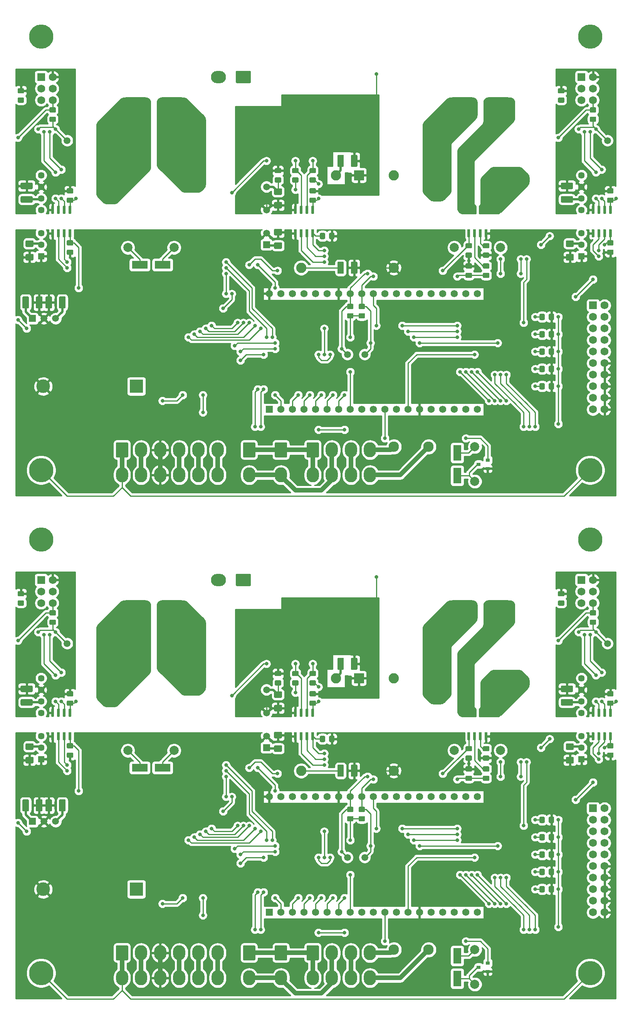
<source format=gbr>
*
%LPD*%
%LNPacMan-B_Cu*%
%FSLAX25Y25*%
%MOIN*%
%AD*%
%AD*%
%ADD10C,0.003937008*%
%ADD11C,0.078740157*%
%ADD12C,0.157480315*%
%ADD13C,0.059055118*%
%ADD14R,0.068X0.068*%
%ADD15C,0.068*%
%ADD16C,0.057086614*%
%ADD17R,0.057086614X0.057086614*%
%ADD18C,0.059370079*%
%ADD19R,0.059370079X0.059370079*%
%ADD20C,0.088582677*%
%ADD21R,0.088582677X0.088582677*%
%ADD22O,0.255905512X0.1*%
%ADD23R,0.061417323X0.061417323*%
%ADD24C,0.061417323*%
%ADD25O,0.106299213X0.12992126*%
%ADD26R,0.070866142X0.137795276*%
%ADD27R,0.137795276X0.070866142*%
%ADD28C,0.21*%
%ADD29O,0.12992126X0.106299213*%
%ADD30C,0.090551181*%
%ADD31R,0.118110236X0.118110236*%
%ADD32C,0.118110236*%
%ADD33R,0.035433071X0.031496063*%
%ADD34C,0.031496063*%
%ADD35C,0.039370079*%
%ADD36C,0.019685039*%
%ADD37C,0.00984252*%
%ADD38C,0.01*%
G54D10*
%SRX1Y1I0.0J0.0*%
G36*
G1X283839Y290768D2*
G1X283843Y290671D1*
G1X283857Y290576D1*
G1X283881Y290482D1*
G1X283914Y290391D1*
G1X283955Y290304D1*
G1X284004Y290221D1*
G1X284062Y290143D1*
G1X284127Y290072D1*
G1X284198Y290007D1*
G1X284276Y289949D1*
G1X284359Y289900D1*
G1X284446Y289858D1*
G1X284537Y289826D1*
G1X284631Y289802D1*
G1X284726Y289788D1*
G1X284823Y289783D1*
G1X288465Y289783D1*
G1X288561Y289788D1*
G1X288657Y289802D1*
G1X288750Y289826D1*
G1X288841Y289858D1*
G1X288929Y289900D1*
G1X289011Y289949D1*
G1X289089Y290007D1*
G1X289161Y290072D1*
G1X289225Y290143D1*
G1X289283Y290221D1*
G1X289333Y290304D1*
G1X289374Y290391D1*
G1X289406Y290482D1*
G1X289430Y290576D1*
G1X289444Y290671D1*
G1X289449Y290768D1*
G1X289449Y299232D1*
G1X289444Y299329D1*
G1X289430Y299424D1*
G1X289406Y299518D1*
G1X289374Y299609D1*
G1X289333Y299696D1*
G1X289283Y299779D1*
G1X289225Y299857D1*
G1X289161Y299928D1*
G1X289089Y299993D1*
G1X289011Y300051D1*
G1X288929Y300100D1*
G1X288841Y300142D1*
G1X288750Y300174D1*
G1X288657Y300198D1*
G1X288561Y300212D1*
G1X288465Y300217D1*
G1X284823Y300217D1*
G1X284726Y300212D1*
G1X284631Y300198D1*
G1X284537Y300174D1*
G1X284446Y300142D1*
G1X284359Y300100D1*
G1X284276Y300051D1*
G1X284198Y299993D1*
G1X284127Y299928D1*
G1X284062Y299857D1*
G1X284004Y299779D1*
G1X283955Y299696D1*
G1X283914Y299609D1*
G1X283881Y299518D1*
G1X283857Y299424D1*
G1X283843Y299329D1*
G1X283839Y299232D1*
G1X283839Y290768D1*
G37*
G36*
G1X295551Y290768D2*
G1X295556Y290671D1*
G1X295570Y290576D1*
G1X295594Y290482D1*
G1X295626Y290391D1*
G1X295667Y290304D1*
G1X295717Y290221D1*
G1X295775Y290143D1*
G1X295839Y290072D1*
G1X295911Y290007D1*
G1X295989Y289949D1*
G1X296071Y289900D1*
G1X296159Y289858D1*
G1X296250Y289826D1*
G1X296343Y289802D1*
G1X296439Y289788D1*
G1X296535Y289783D1*
G1X300177Y289783D1*
G1X300274Y289788D1*
G1X300369Y289802D1*
G1X300463Y289826D1*
G1X300554Y289858D1*
G1X300641Y289900D1*
G1X300724Y289949D1*
G1X300802Y290007D1*
G1X300873Y290072D1*
G1X300938Y290143D1*
G1X300996Y290221D1*
G1X301045Y290304D1*
G1X301086Y290391D1*
G1X301119Y290482D1*
G1X301143Y290576D1*
G1X301157Y290671D1*
G1X301161Y290768D1*
G1X301161Y299232D1*
G1X301157Y299329D1*
G1X301143Y299424D1*
G1X301119Y299518D1*
G1X301086Y299609D1*
G1X301045Y299696D1*
G1X300996Y299779D1*
G1X300938Y299857D1*
G1X300873Y299928D1*
G1X300802Y299993D1*
G1X300724Y300051D1*
G1X300641Y300100D1*
G1X300554Y300142D1*
G1X300463Y300174D1*
G1X300369Y300198D1*
G1X300274Y300212D1*
G1X300177Y300217D1*
G1X296535Y300217D1*
G1X296439Y300212D1*
G1X296343Y300198D1*
G1X296250Y300174D1*
G1X296159Y300142D1*
G1X296071Y300100D1*
G1X295989Y300051D1*
G1X295911Y299993D1*
G1X295839Y299928D1*
G1X295775Y299857D1*
G1X295717Y299779D1*
G1X295667Y299696D1*
G1X295626Y299609D1*
G1X295594Y299518D1*
G1X295570Y299424D1*
G1X295556Y299329D1*
G1X295551Y299232D1*
G1X295551Y290768D1*
G37*
G36*
G1X502244Y337756D2*
G1X502249Y337659D1*
G1X502263Y337564D1*
G1X502286Y337470D1*
G1X502319Y337379D1*
G1X502360Y337292D1*
G1X502410Y337209D1*
G1X502468Y337131D1*
G1X502532Y337060D1*
G1X502604Y336995D1*
G1X502682Y336938D1*
G1X502764Y336888D1*
G1X502852Y336847D1*
G1X502943Y336814D1*
G1X503036Y336791D1*
G1X503132Y336776D1*
G1X503228Y336772D1*
G1X506772Y336772D1*
G1X506868Y336776D1*
G1X506964Y336791D1*
G1X507057Y336814D1*
G1X507148Y336847D1*
G1X507236Y336888D1*
G1X507318Y336938D1*
G1X507396Y336995D1*
G1X507468Y337060D1*
G1X507532Y337131D1*
G1X507590Y337209D1*
G1X507640Y337292D1*
G1X507681Y337379D1*
G1X507714Y337470D1*
G1X507737Y337564D1*
G1X507751Y337659D1*
G1X507756Y337756D1*
G1X507756Y340315D1*
G1X507751Y340411D1*
G1X507737Y340507D1*
G1X507714Y340601D1*
G1X507681Y340692D1*
G1X507640Y340779D1*
G1X507590Y340862D1*
G1X507532Y340939D1*
G1X507468Y341011D1*
G1X507396Y341076D1*
G1X507318Y341133D1*
G1X507236Y341183D1*
G1X507148Y341224D1*
G1X507057Y341257D1*
G1X506964Y341280D1*
G1X506868Y341294D1*
G1X506772Y341299D1*
G1X503228Y341299D1*
G1X503132Y341294D1*
G1X503036Y341280D1*
G1X502943Y341257D1*
G1X502852Y341224D1*
G1X502764Y341183D1*
G1X502682Y341133D1*
G1X502604Y341076D1*
G1X502532Y341011D1*
G1X502468Y340939D1*
G1X502410Y340862D1*
G1X502360Y340779D1*
G1X502319Y340692D1*
G1X502286Y340601D1*
G1X502263Y340507D1*
G1X502249Y340411D1*
G1X502244Y340315D1*
G1X502244Y337756D1*
G37*
G36*
G1X502244Y329685D2*
G1X502249Y329589D1*
G1X502263Y329493D1*
G1X502286Y329399D1*
G1X502319Y329308D1*
G1X502360Y329221D1*
G1X502410Y329138D1*
G1X502468Y329061D1*
G1X502532Y328989D1*
G1X502604Y328924D1*
G1X502682Y328867D1*
G1X502764Y328817D1*
G1X502852Y328776D1*
G1X502943Y328743D1*
G1X503036Y328720D1*
G1X503132Y328706D1*
G1X503228Y328701D1*
G1X506772Y328701D1*
G1X506868Y328706D1*
G1X506964Y328720D1*
G1X507057Y328743D1*
G1X507148Y328776D1*
G1X507236Y328817D1*
G1X507318Y328867D1*
G1X507396Y328924D1*
G1X507468Y328989D1*
G1X507532Y329061D1*
G1X507590Y329138D1*
G1X507640Y329221D1*
G1X507681Y329308D1*
G1X507714Y329399D1*
G1X507737Y329493D1*
G1X507751Y329589D1*
G1X507756Y329685D1*
G1X507756Y332244D1*
G1X507751Y332341D1*
G1X507737Y332436D1*
G1X507714Y332530D1*
G1X507681Y332621D1*
G1X507640Y332708D1*
G1X507590Y332791D1*
G1X507532Y332869D1*
G1X507468Y332940D1*
G1X507396Y333005D1*
G1X507318Y333062D1*
G1X507236Y333112D1*
G1X507148Y333153D1*
G1X507057Y333186D1*
G1X506964Y333209D1*
G1X506868Y333224D1*
G1X506772Y333228D1*
G1X503228Y333228D1*
G1X503132Y333224D1*
G1X503036Y333209D1*
G1X502943Y333186D1*
G1X502852Y333153D1*
G1X502764Y333112D1*
G1X502682Y333062D1*
G1X502604Y333005D1*
G1X502532Y332940D1*
G1X502468Y332869D1*
G1X502410Y332791D1*
G1X502360Y332708D1*
G1X502319Y332621D1*
G1X502286Y332530D1*
G1X502263Y332436D1*
G1X502249Y332341D1*
G1X502244Y332244D1*
G1X502244Y329685D1*
G37*
G36*
G1X34744Y337756D2*
G1X34749Y337659D1*
G1X34763Y337564D1*
G1X34786Y337470D1*
G1X34819Y337379D1*
G1X34860Y337292D1*
G1X34910Y337209D1*
G1X34968Y337131D1*
G1X35032Y337060D1*
G1X35104Y336995D1*
G1X35182Y336938D1*
G1X35264Y336888D1*
G1X35352Y336847D1*
G1X35443Y336814D1*
G1X35536Y336791D1*
G1X35632Y336776D1*
G1X35728Y336772D1*
G1X39272Y336772D1*
G1X39368Y336776D1*
G1X39464Y336791D1*
G1X39557Y336814D1*
G1X39648Y336847D1*
G1X39736Y336888D1*
G1X39818Y336938D1*
G1X39896Y336995D1*
G1X39968Y337060D1*
G1X40032Y337131D1*
G1X40090Y337209D1*
G1X40140Y337292D1*
G1X40181Y337379D1*
G1X40214Y337470D1*
G1X40237Y337564D1*
G1X40251Y337659D1*
G1X40256Y337756D1*
G1X40256Y340315D1*
G1X40251Y340411D1*
G1X40237Y340507D1*
G1X40214Y340601D1*
G1X40181Y340692D1*
G1X40140Y340779D1*
G1X40090Y340862D1*
G1X40032Y340939D1*
G1X39968Y341011D1*
G1X39896Y341076D1*
G1X39818Y341133D1*
G1X39736Y341183D1*
G1X39648Y341224D1*
G1X39557Y341257D1*
G1X39464Y341280D1*
G1X39368Y341294D1*
G1X39272Y341299D1*
G1X35728Y341299D1*
G1X35632Y341294D1*
G1X35536Y341280D1*
G1X35443Y341257D1*
G1X35352Y341224D1*
G1X35264Y341183D1*
G1X35182Y341133D1*
G1X35104Y341076D1*
G1X35032Y341011D1*
G1X34968Y340939D1*
G1X34910Y340862D1*
G1X34860Y340779D1*
G1X34819Y340692D1*
G1X34786Y340601D1*
G1X34763Y340507D1*
G1X34749Y340411D1*
G1X34744Y340315D1*
G1X34744Y337756D1*
G37*
G36*
G1X34744Y329685D2*
G1X34749Y329589D1*
G1X34763Y329493D1*
G1X34786Y329399D1*
G1X34819Y329308D1*
G1X34860Y329221D1*
G1X34910Y329138D1*
G1X34968Y329061D1*
G1X35032Y328989D1*
G1X35104Y328924D1*
G1X35182Y328867D1*
G1X35264Y328817D1*
G1X35352Y328776D1*
G1X35443Y328743D1*
G1X35536Y328720D1*
G1X35632Y328706D1*
G1X35728Y328701D1*
G1X39272Y328701D1*
G1X39368Y328706D1*
G1X39464Y328720D1*
G1X39557Y328743D1*
G1X39648Y328776D1*
G1X39736Y328817D1*
G1X39818Y328867D1*
G1X39896Y328924D1*
G1X39968Y328989D1*
G1X40032Y329061D1*
G1X40090Y329138D1*
G1X40140Y329221D1*
G1X40181Y329308D1*
G1X40214Y329399D1*
G1X40237Y329493D1*
G1X40251Y329589D1*
G1X40256Y329685D1*
G1X40256Y332244D1*
G1X40251Y332341D1*
G1X40237Y332436D1*
G1X40214Y332530D1*
G1X40181Y332621D1*
G1X40140Y332708D1*
G1X40090Y332791D1*
G1X40032Y332869D1*
G1X39968Y332940D1*
G1X39896Y333005D1*
G1X39818Y333062D1*
G1X39736Y333112D1*
G1X39648Y333153D1*
G1X39557Y333186D1*
G1X39464Y333209D1*
G1X39368Y333224D1*
G1X39272Y333228D1*
G1X35728Y333228D1*
G1X35632Y333224D1*
G1X35536Y333209D1*
G1X35443Y333186D1*
G1X35352Y333153D1*
G1X35264Y333112D1*
G1X35182Y333062D1*
G1X35104Y333005D1*
G1X35032Y332940D1*
G1X34968Y332869D1*
G1X34910Y332791D1*
G1X34860Y332708D1*
G1X34819Y332621D1*
G1X34786Y332530D1*
G1X34763Y332436D1*
G1X34749Y332341D1*
G1X34744Y332244D1*
G1X34744Y329685D1*
G37*
G54D11*
G1X425000Y220000D3*
G1X385000Y220000D3*
G54D12*
G1X370000Y270000D3*
G1X440000Y280000D3*
G54D11*
G1X142500Y220000D3*
G1X102500Y220000D3*
G54D12*
G1X87500Y270000D3*
G1X157500Y280000D3*
G54D10*
G36*
G1X276772Y228228D2*
G1X276776Y228132D1*
G1X276791Y228036D1*
G1X276814Y227943D1*
G1X276847Y227852D1*
G1X276888Y227764D1*
G1X276938Y227682D1*
G1X276995Y227604D1*
G1X277060Y227532D1*
G1X277131Y227468D1*
G1X277209Y227410D1*
G1X277292Y227360D1*
G1X277379Y227319D1*
G1X277470Y227286D1*
G1X277564Y227263D1*
G1X277659Y227249D1*
G1X277756Y227244D1*
G1X280315Y227244D1*
G1X280411Y227249D1*
G1X280507Y227263D1*
G1X280601Y227286D1*
G1X280692Y227319D1*
G1X280779Y227360D1*
G1X280862Y227410D1*
G1X280939Y227468D1*
G1X281011Y227532D1*
G1X281076Y227604D1*
G1X281133Y227682D1*
G1X281183Y227764D1*
G1X281224Y227852D1*
G1X281257Y227943D1*
G1X281280Y228036D1*
G1X281294Y228132D1*
G1X281299Y228228D1*
G1X281299Y231772D1*
G1X281294Y231868D1*
G1X281280Y231964D1*
G1X281257Y232057D1*
G1X281224Y232148D1*
G1X281183Y232236D1*
G1X281133Y232318D1*
G1X281076Y232396D1*
G1X281011Y232468D1*
G1X280939Y232532D1*
G1X280862Y232590D1*
G1X280779Y232640D1*
G1X280692Y232681D1*
G1X280601Y232714D1*
G1X280507Y232737D1*
G1X280411Y232751D1*
G1X280315Y232756D1*
G1X277756Y232756D1*
G1X277659Y232751D1*
G1X277564Y232737D1*
G1X277470Y232714D1*
G1X277379Y232681D1*
G1X277292Y232640D1*
G1X277209Y232590D1*
G1X277131Y232532D1*
G1X277060Y232468D1*
G1X276995Y232396D1*
G1X276938Y232318D1*
G1X276888Y232236D1*
G1X276847Y232148D1*
G1X276814Y232057D1*
G1X276791Y231964D1*
G1X276776Y231868D1*
G1X276772Y231772D1*
G1X276772Y228228D1*
G37*
G36*
G1X268701Y228228D2*
G1X268706Y228132D1*
G1X268720Y228036D1*
G1X268743Y227943D1*
G1X268776Y227852D1*
G1X268817Y227764D1*
G1X268867Y227682D1*
G1X268924Y227604D1*
G1X268989Y227532D1*
G1X269061Y227468D1*
G1X269138Y227410D1*
G1X269221Y227360D1*
G1X269308Y227319D1*
G1X269399Y227286D1*
G1X269493Y227263D1*
G1X269589Y227249D1*
G1X269685Y227244D1*
G1X272244Y227244D1*
G1X272341Y227249D1*
G1X272436Y227263D1*
G1X272530Y227286D1*
G1X272621Y227319D1*
G1X272708Y227360D1*
G1X272791Y227410D1*
G1X272869Y227468D1*
G1X272940Y227532D1*
G1X273005Y227604D1*
G1X273062Y227682D1*
G1X273112Y227764D1*
G1X273153Y227852D1*
G1X273186Y227943D1*
G1X273209Y228036D1*
G1X273224Y228132D1*
G1X273228Y228228D1*
G1X273228Y231772D1*
G1X273224Y231868D1*
G1X273209Y231964D1*
G1X273186Y232057D1*
G1X273153Y232148D1*
G1X273112Y232236D1*
G1X273062Y232318D1*
G1X273005Y232396D1*
G1X272940Y232468D1*
G1X272869Y232532D1*
G1X272791Y232590D1*
G1X272708Y232640D1*
G1X272621Y232681D1*
G1X272530Y232714D1*
G1X272436Y232737D1*
G1X272341Y232751D1*
G1X272244Y232756D1*
G1X269685Y232756D1*
G1X269589Y232751D1*
G1X269493Y232737D1*
G1X269399Y232714D1*
G1X269308Y232681D1*
G1X269221Y232640D1*
G1X269138Y232590D1*
G1X269061Y232532D1*
G1X268989Y232468D1*
G1X268924Y232396D1*
G1X268867Y232318D1*
G1X268817Y232236D1*
G1X268776Y232148D1*
G1X268743Y232057D1*
G1X268720Y231964D1*
G1X268706Y231868D1*
G1X268701Y231772D1*
G1X268701Y228228D1*
G37*
G36*
G1X259744Y259685D2*
G1X259749Y259589D1*
G1X259763Y259493D1*
G1X259786Y259399D1*
G1X259819Y259308D1*
G1X259860Y259221D1*
G1X259910Y259138D1*
G1X259968Y259061D1*
G1X260032Y258989D1*
G1X260104Y258924D1*
G1X260182Y258867D1*
G1X260264Y258817D1*
G1X260352Y258776D1*
G1X260443Y258743D1*
G1X260536Y258720D1*
G1X260632Y258706D1*
G1X260728Y258701D1*
G1X264272Y258701D1*
G1X264368Y258706D1*
G1X264464Y258720D1*
G1X264557Y258743D1*
G1X264648Y258776D1*
G1X264736Y258817D1*
G1X264818Y258867D1*
G1X264896Y258924D1*
G1X264968Y258989D1*
G1X265032Y259061D1*
G1X265090Y259138D1*
G1X265140Y259221D1*
G1X265181Y259308D1*
G1X265214Y259399D1*
G1X265237Y259493D1*
G1X265251Y259589D1*
G1X265256Y259685D1*
G1X265256Y262244D1*
G1X265251Y262341D1*
G1X265237Y262436D1*
G1X265214Y262530D1*
G1X265181Y262621D1*
G1X265140Y262708D1*
G1X265090Y262791D1*
G1X265032Y262869D1*
G1X264968Y262940D1*
G1X264896Y263005D1*
G1X264818Y263062D1*
G1X264736Y263112D1*
G1X264648Y263153D1*
G1X264557Y263186D1*
G1X264464Y263209D1*
G1X264368Y263224D1*
G1X264272Y263228D1*
G1X260728Y263228D1*
G1X260632Y263224D1*
G1X260536Y263209D1*
G1X260443Y263186D1*
G1X260352Y263153D1*
G1X260264Y263112D1*
G1X260182Y263062D1*
G1X260104Y263005D1*
G1X260032Y262940D1*
G1X259968Y262869D1*
G1X259910Y262791D1*
G1X259860Y262708D1*
G1X259819Y262621D1*
G1X259786Y262530D1*
G1X259763Y262436D1*
G1X259749Y262341D1*
G1X259744Y262244D1*
G1X259744Y259685D1*
G37*
G36*
G1X259744Y267756D2*
G1X259749Y267659D1*
G1X259763Y267564D1*
G1X259786Y267470D1*
G1X259819Y267379D1*
G1X259860Y267292D1*
G1X259910Y267209D1*
G1X259968Y267131D1*
G1X260032Y267060D1*
G1X260104Y266995D1*
G1X260182Y266938D1*
G1X260264Y266888D1*
G1X260352Y266847D1*
G1X260443Y266814D1*
G1X260536Y266791D1*
G1X260632Y266776D1*
G1X260728Y266772D1*
G1X264272Y266772D1*
G1X264368Y266776D1*
G1X264464Y266791D1*
G1X264557Y266814D1*
G1X264648Y266847D1*
G1X264736Y266888D1*
G1X264818Y266938D1*
G1X264896Y266995D1*
G1X264968Y267060D1*
G1X265032Y267131D1*
G1X265090Y267209D1*
G1X265140Y267292D1*
G1X265181Y267379D1*
G1X265214Y267470D1*
G1X265237Y267564D1*
G1X265251Y267659D1*
G1X265256Y267756D1*
G1X265256Y270315D1*
G1X265251Y270411D1*
G1X265237Y270507D1*
G1X265214Y270601D1*
G1X265181Y270692D1*
G1X265140Y270779D1*
G1X265090Y270862D1*
G1X265032Y270939D1*
G1X264968Y271011D1*
G1X264896Y271076D1*
G1X264818Y271133D1*
G1X264736Y271183D1*
G1X264648Y271224D1*
G1X264557Y271257D1*
G1X264464Y271280D1*
G1X264368Y271294D1*
G1X264272Y271299D1*
G1X260728Y271299D1*
G1X260632Y271294D1*
G1X260536Y271280D1*
G1X260443Y271257D1*
G1X260352Y271224D1*
G1X260264Y271183D1*
G1X260182Y271133D1*
G1X260104Y271076D1*
G1X260032Y271011D1*
G1X259968Y270939D1*
G1X259910Y270862D1*
G1X259860Y270779D1*
G1X259819Y270692D1*
G1X259786Y270601D1*
G1X259763Y270507D1*
G1X259749Y270411D1*
G1X259744Y270315D1*
G1X259744Y267756D1*
G37*
G54D13*
G1X50000Y312500D3*
G54D14*
G1X495000Y367500D3*
G54D15*
G1X505000Y367500D3*
G1X495000Y357500D3*
G1X505000Y357500D3*
G1X495000Y347500D3*
G1X505000Y347500D3*
G54D10*
G36*
G1X394744Y220256D2*
G1X394749Y220159D1*
G1X394763Y220064D1*
G1X394786Y219970D1*
G1X394819Y219879D1*
G1X394860Y219792D1*
G1X394910Y219709D1*
G1X394968Y219631D1*
G1X395032Y219560D1*
G1X395104Y219495D1*
G1X395182Y219438D1*
G1X395264Y219388D1*
G1X395352Y219347D1*
G1X395443Y219314D1*
G1X395536Y219291D1*
G1X395632Y219276D1*
G1X395728Y219272D1*
G1X399272Y219272D1*
G1X399368Y219276D1*
G1X399464Y219291D1*
G1X399557Y219314D1*
G1X399648Y219347D1*
G1X399736Y219388D1*
G1X399818Y219438D1*
G1X399896Y219495D1*
G1X399968Y219560D1*
G1X400032Y219631D1*
G1X400090Y219709D1*
G1X400140Y219792D1*
G1X400181Y219879D1*
G1X400214Y219970D1*
G1X400237Y220064D1*
G1X400251Y220159D1*
G1X400256Y220256D1*
G1X400256Y222815D1*
G1X400251Y222911D1*
G1X400237Y223007D1*
G1X400214Y223101D1*
G1X400181Y223192D1*
G1X400140Y223279D1*
G1X400090Y223362D1*
G1X400032Y223439D1*
G1X399968Y223511D1*
G1X399896Y223576D1*
G1X399818Y223633D1*
G1X399736Y223683D1*
G1X399648Y223724D1*
G1X399557Y223757D1*
G1X399464Y223780D1*
G1X399368Y223794D1*
G1X399272Y223799D1*
G1X395728Y223799D1*
G1X395632Y223794D1*
G1X395536Y223780D1*
G1X395443Y223757D1*
G1X395352Y223724D1*
G1X395264Y223683D1*
G1X395182Y223633D1*
G1X395104Y223576D1*
G1X395032Y223511D1*
G1X394968Y223439D1*
G1X394910Y223362D1*
G1X394860Y223279D1*
G1X394819Y223192D1*
G1X394786Y223101D1*
G1X394763Y223007D1*
G1X394749Y222911D1*
G1X394744Y222815D1*
G1X394744Y220256D1*
G37*
G36*
G1X394744Y212185D2*
G1X394749Y212089D1*
G1X394763Y211993D1*
G1X394786Y211899D1*
G1X394819Y211808D1*
G1X394860Y211721D1*
G1X394910Y211638D1*
G1X394968Y211561D1*
G1X395032Y211489D1*
G1X395104Y211424D1*
G1X395182Y211367D1*
G1X395264Y211317D1*
G1X395352Y211276D1*
G1X395443Y211243D1*
G1X395536Y211220D1*
G1X395632Y211206D1*
G1X395728Y211201D1*
G1X399272Y211201D1*
G1X399368Y211206D1*
G1X399464Y211220D1*
G1X399557Y211243D1*
G1X399648Y211276D1*
G1X399736Y211317D1*
G1X399818Y211367D1*
G1X399896Y211424D1*
G1X399968Y211489D1*
G1X400032Y211561D1*
G1X400090Y211638D1*
G1X400140Y211721D1*
G1X400181Y211808D1*
G1X400214Y211899D1*
G1X400237Y211993D1*
G1X400251Y212089D1*
G1X400256Y212185D1*
G1X400256Y214744D1*
G1X400251Y214841D1*
G1X400237Y214936D1*
G1X400214Y215030D1*
G1X400181Y215121D1*
G1X400140Y215208D1*
G1X400090Y215291D1*
G1X400032Y215369D1*
G1X399968Y215440D1*
G1X399896Y215505D1*
G1X399818Y215562D1*
G1X399736Y215612D1*
G1X399648Y215653D1*
G1X399557Y215686D1*
G1X399464Y215709D1*
G1X399368Y215724D1*
G1X399272Y215728D1*
G1X395728Y215728D1*
G1X395632Y215724D1*
G1X395536Y215709D1*
G1X395443Y215686D1*
G1X395352Y215653D1*
G1X395264Y215612D1*
G1X395182Y215562D1*
G1X395104Y215505D1*
G1X395032Y215440D1*
G1X394968Y215369D1*
G1X394910Y215291D1*
G1X394860Y215208D1*
G1X394819Y215121D1*
G1X394786Y215030D1*
G1X394763Y214936D1*
G1X394749Y214841D1*
G1X394744Y214744D1*
G1X394744Y212185D1*
G37*
G36*
G1X49744Y214685D2*
G1X49749Y214589D1*
G1X49763Y214493D1*
G1X49786Y214399D1*
G1X49819Y214308D1*
G1X49860Y214221D1*
G1X49910Y214138D1*
G1X49968Y214061D1*
G1X50032Y213989D1*
G1X50104Y213924D1*
G1X50182Y213867D1*
G1X50264Y213817D1*
G1X50352Y213776D1*
G1X50443Y213743D1*
G1X50536Y213720D1*
G1X50632Y213706D1*
G1X50728Y213701D1*
G1X54272Y213701D1*
G1X54368Y213706D1*
G1X54464Y213720D1*
G1X54557Y213743D1*
G1X54648Y213776D1*
G1X54736Y213817D1*
G1X54818Y213867D1*
G1X54896Y213924D1*
G1X54968Y213989D1*
G1X55032Y214061D1*
G1X55090Y214138D1*
G1X55140Y214221D1*
G1X55181Y214308D1*
G1X55214Y214399D1*
G1X55237Y214493D1*
G1X55251Y214589D1*
G1X55256Y214685D1*
G1X55256Y217244D1*
G1X55251Y217341D1*
G1X55237Y217436D1*
G1X55214Y217530D1*
G1X55181Y217621D1*
G1X55140Y217708D1*
G1X55090Y217791D1*
G1X55032Y217869D1*
G1X54968Y217940D1*
G1X54896Y218005D1*
G1X54818Y218062D1*
G1X54736Y218112D1*
G1X54648Y218153D1*
G1X54557Y218186D1*
G1X54464Y218209D1*
G1X54368Y218224D1*
G1X54272Y218228D1*
G1X50728Y218228D1*
G1X50632Y218224D1*
G1X50536Y218209D1*
G1X50443Y218186D1*
G1X50352Y218153D1*
G1X50264Y218112D1*
G1X50182Y218062D1*
G1X50104Y218005D1*
G1X50032Y217940D1*
G1X49968Y217869D1*
G1X49910Y217791D1*
G1X49860Y217708D1*
G1X49819Y217621D1*
G1X49786Y217530D1*
G1X49763Y217436D1*
G1X49749Y217341D1*
G1X49744Y217244D1*
G1X49744Y214685D1*
G37*
G36*
G1X49744Y222756D2*
G1X49749Y222659D1*
G1X49763Y222564D1*
G1X49786Y222470D1*
G1X49819Y222379D1*
G1X49860Y222292D1*
G1X49910Y222209D1*
G1X49968Y222131D1*
G1X50032Y222060D1*
G1X50104Y221995D1*
G1X50182Y221938D1*
G1X50264Y221888D1*
G1X50352Y221847D1*
G1X50443Y221814D1*
G1X50536Y221791D1*
G1X50632Y221776D1*
G1X50728Y221772D1*
G1X54272Y221772D1*
G1X54368Y221776D1*
G1X54464Y221791D1*
G1X54557Y221814D1*
G1X54648Y221847D1*
G1X54736Y221888D1*
G1X54818Y221938D1*
G1X54896Y221995D1*
G1X54968Y222060D1*
G1X55032Y222131D1*
G1X55090Y222209D1*
G1X55140Y222292D1*
G1X55181Y222379D1*
G1X55214Y222470D1*
G1X55237Y222564D1*
G1X55251Y222659D1*
G1X55256Y222756D1*
G1X55256Y225315D1*
G1X55251Y225411D1*
G1X55237Y225507D1*
G1X55214Y225601D1*
G1X55181Y225692D1*
G1X55140Y225779D1*
G1X55090Y225862D1*
G1X55032Y225939D1*
G1X54968Y226011D1*
G1X54896Y226076D1*
G1X54818Y226133D1*
G1X54736Y226183D1*
G1X54648Y226224D1*
G1X54557Y226257D1*
G1X54464Y226280D1*
G1X54368Y226294D1*
G1X54272Y226299D1*
G1X50728Y226299D1*
G1X50632Y226294D1*
G1X50536Y226280D1*
G1X50443Y226257D1*
G1X50352Y226224D1*
G1X50264Y226183D1*
G1X50182Y226133D1*
G1X50104Y226076D1*
G1X50032Y226011D1*
G1X49968Y225939D1*
G1X49910Y225862D1*
G1X49860Y225779D1*
G1X49819Y225692D1*
G1X49786Y225601D1*
G1X49763Y225507D1*
G1X49749Y225411D1*
G1X49744Y225315D1*
G1X49744Y222756D1*
G37*
G36*
G1X517244Y222756D2*
G1X517249Y222659D1*
G1X517263Y222564D1*
G1X517286Y222470D1*
G1X517319Y222379D1*
G1X517360Y222292D1*
G1X517410Y222209D1*
G1X517468Y222131D1*
G1X517532Y222060D1*
G1X517604Y221995D1*
G1X517682Y221938D1*
G1X517764Y221888D1*
G1X517852Y221847D1*
G1X517943Y221814D1*
G1X518036Y221791D1*
G1X518132Y221776D1*
G1X518228Y221772D1*
G1X521772Y221772D1*
G1X521868Y221776D1*
G1X521964Y221791D1*
G1X522057Y221814D1*
G1X522148Y221847D1*
G1X522236Y221888D1*
G1X522318Y221938D1*
G1X522396Y221995D1*
G1X522468Y222060D1*
G1X522532Y222131D1*
G1X522590Y222209D1*
G1X522640Y222292D1*
G1X522681Y222379D1*
G1X522714Y222470D1*
G1X522737Y222564D1*
G1X522751Y222659D1*
G1X522756Y222756D1*
G1X522756Y225315D1*
G1X522751Y225411D1*
G1X522737Y225507D1*
G1X522714Y225601D1*
G1X522681Y225692D1*
G1X522640Y225779D1*
G1X522590Y225862D1*
G1X522532Y225939D1*
G1X522468Y226011D1*
G1X522396Y226076D1*
G1X522318Y226133D1*
G1X522236Y226183D1*
G1X522148Y226224D1*
G1X522057Y226257D1*
G1X521964Y226280D1*
G1X521868Y226294D1*
G1X521772Y226299D1*
G1X518228Y226299D1*
G1X518132Y226294D1*
G1X518036Y226280D1*
G1X517943Y226257D1*
G1X517852Y226224D1*
G1X517764Y226183D1*
G1X517682Y226133D1*
G1X517604Y226076D1*
G1X517532Y226011D1*
G1X517468Y225939D1*
G1X517410Y225862D1*
G1X517360Y225779D1*
G1X517319Y225692D1*
G1X517286Y225601D1*
G1X517263Y225507D1*
G1X517249Y225411D1*
G1X517244Y225315D1*
G1X517244Y222756D1*
G37*
G36*
G1X517244Y214685D2*
G1X517249Y214589D1*
G1X517263Y214493D1*
G1X517286Y214399D1*
G1X517319Y214308D1*
G1X517360Y214221D1*
G1X517410Y214138D1*
G1X517468Y214061D1*
G1X517532Y213989D1*
G1X517604Y213924D1*
G1X517682Y213867D1*
G1X517764Y213817D1*
G1X517852Y213776D1*
G1X517943Y213743D1*
G1X518036Y213720D1*
G1X518132Y213706D1*
G1X518228Y213701D1*
G1X521772Y213701D1*
G1X521868Y213706D1*
G1X521964Y213720D1*
G1X522057Y213743D1*
G1X522148Y213776D1*
G1X522236Y213817D1*
G1X522318Y213867D1*
G1X522396Y213924D1*
G1X522468Y213989D1*
G1X522532Y214061D1*
G1X522590Y214138D1*
G1X522640Y214221D1*
G1X522681Y214308D1*
G1X522714Y214399D1*
G1X522737Y214493D1*
G1X522751Y214589D1*
G1X522756Y214685D1*
G1X522756Y217244D1*
G1X522751Y217341D1*
G1X522737Y217436D1*
G1X522714Y217530D1*
G1X522681Y217621D1*
G1X522640Y217708D1*
G1X522590Y217791D1*
G1X522532Y217869D1*
G1X522468Y217940D1*
G1X522396Y218005D1*
G1X522318Y218062D1*
G1X522236Y218112D1*
G1X522148Y218153D1*
G1X522057Y218186D1*
G1X521964Y218209D1*
G1X521868Y218224D1*
G1X521772Y218228D1*
G1X518228Y218228D1*
G1X518132Y218224D1*
G1X518036Y218209D1*
G1X517943Y218186D1*
G1X517852Y218153D1*
G1X517764Y218112D1*
G1X517682Y218062D1*
G1X517604Y218005D1*
G1X517532Y217940D1*
G1X517468Y217869D1*
G1X517410Y217791D1*
G1X517360Y217708D1*
G1X517319Y217621D1*
G1X517286Y217530D1*
G1X517263Y217436D1*
G1X517249Y217341D1*
G1X517244Y217244D1*
G1X517244Y214685D1*
G37*
G36*
G1X517244Y267756D2*
G1X517249Y267659D1*
G1X517263Y267564D1*
G1X517286Y267470D1*
G1X517319Y267379D1*
G1X517360Y267292D1*
G1X517410Y267209D1*
G1X517468Y267131D1*
G1X517532Y267060D1*
G1X517604Y266995D1*
G1X517682Y266938D1*
G1X517764Y266888D1*
G1X517852Y266847D1*
G1X517943Y266814D1*
G1X518036Y266791D1*
G1X518132Y266776D1*
G1X518228Y266772D1*
G1X521772Y266772D1*
G1X521868Y266776D1*
G1X521964Y266791D1*
G1X522057Y266814D1*
G1X522148Y266847D1*
G1X522236Y266888D1*
G1X522318Y266938D1*
G1X522396Y266995D1*
G1X522468Y267060D1*
G1X522532Y267131D1*
G1X522590Y267209D1*
G1X522640Y267292D1*
G1X522681Y267379D1*
G1X522714Y267470D1*
G1X522737Y267564D1*
G1X522751Y267659D1*
G1X522756Y267756D1*
G1X522756Y270315D1*
G1X522751Y270411D1*
G1X522737Y270507D1*
G1X522714Y270601D1*
G1X522681Y270692D1*
G1X522640Y270779D1*
G1X522590Y270862D1*
G1X522532Y270939D1*
G1X522468Y271011D1*
G1X522396Y271076D1*
G1X522318Y271133D1*
G1X522236Y271183D1*
G1X522148Y271224D1*
G1X522057Y271257D1*
G1X521964Y271280D1*
G1X521868Y271294D1*
G1X521772Y271299D1*
G1X518228Y271299D1*
G1X518132Y271294D1*
G1X518036Y271280D1*
G1X517943Y271257D1*
G1X517852Y271224D1*
G1X517764Y271183D1*
G1X517682Y271133D1*
G1X517604Y271076D1*
G1X517532Y271011D1*
G1X517468Y270939D1*
G1X517410Y270862D1*
G1X517360Y270779D1*
G1X517319Y270692D1*
G1X517286Y270601D1*
G1X517263Y270507D1*
G1X517249Y270411D1*
G1X517244Y270315D1*
G1X517244Y267756D1*
G37*
G36*
G1X517244Y259685D2*
G1X517249Y259589D1*
G1X517263Y259493D1*
G1X517286Y259399D1*
G1X517319Y259308D1*
G1X517360Y259221D1*
G1X517410Y259138D1*
G1X517468Y259061D1*
G1X517532Y258989D1*
G1X517604Y258924D1*
G1X517682Y258867D1*
G1X517764Y258817D1*
G1X517852Y258776D1*
G1X517943Y258743D1*
G1X518036Y258720D1*
G1X518132Y258706D1*
G1X518228Y258701D1*
G1X521772Y258701D1*
G1X521868Y258706D1*
G1X521964Y258720D1*
G1X522057Y258743D1*
G1X522148Y258776D1*
G1X522236Y258817D1*
G1X522318Y258867D1*
G1X522396Y258924D1*
G1X522468Y258989D1*
G1X522532Y259061D1*
G1X522590Y259138D1*
G1X522640Y259221D1*
G1X522681Y259308D1*
G1X522714Y259399D1*
G1X522737Y259493D1*
G1X522751Y259589D1*
G1X522756Y259685D1*
G1X522756Y262244D1*
G1X522751Y262341D1*
G1X522737Y262436D1*
G1X522714Y262530D1*
G1X522681Y262621D1*
G1X522640Y262708D1*
G1X522590Y262791D1*
G1X522532Y262869D1*
G1X522468Y262940D1*
G1X522396Y263005D1*
G1X522318Y263062D1*
G1X522236Y263112D1*
G1X522148Y263153D1*
G1X522057Y263186D1*
G1X521964Y263209D1*
G1X521868Y263224D1*
G1X521772Y263228D1*
G1X518228Y263228D1*
G1X518132Y263224D1*
G1X518036Y263209D1*
G1X517943Y263186D1*
G1X517852Y263153D1*
G1X517764Y263112D1*
G1X517682Y263062D1*
G1X517604Y263005D1*
G1X517532Y262940D1*
G1X517468Y262869D1*
G1X517410Y262791D1*
G1X517360Y262708D1*
G1X517319Y262621D1*
G1X517286Y262530D1*
G1X517263Y262436D1*
G1X517249Y262341D1*
G1X517244Y262244D1*
G1X517244Y259685D1*
G37*
G36*
G1X49744Y259685D2*
G1X49749Y259589D1*
G1X49763Y259493D1*
G1X49786Y259399D1*
G1X49819Y259308D1*
G1X49860Y259221D1*
G1X49910Y259138D1*
G1X49968Y259061D1*
G1X50032Y258989D1*
G1X50104Y258924D1*
G1X50182Y258867D1*
G1X50264Y258817D1*
G1X50352Y258776D1*
G1X50443Y258743D1*
G1X50536Y258720D1*
G1X50632Y258706D1*
G1X50728Y258701D1*
G1X54272Y258701D1*
G1X54368Y258706D1*
G1X54464Y258720D1*
G1X54557Y258743D1*
G1X54648Y258776D1*
G1X54736Y258817D1*
G1X54818Y258867D1*
G1X54896Y258924D1*
G1X54968Y258989D1*
G1X55032Y259061D1*
G1X55090Y259138D1*
G1X55140Y259221D1*
G1X55181Y259308D1*
G1X55214Y259399D1*
G1X55237Y259493D1*
G1X55251Y259589D1*
G1X55256Y259685D1*
G1X55256Y262244D1*
G1X55251Y262341D1*
G1X55237Y262436D1*
G1X55214Y262530D1*
G1X55181Y262621D1*
G1X55140Y262708D1*
G1X55090Y262791D1*
G1X55032Y262869D1*
G1X54968Y262940D1*
G1X54896Y263005D1*
G1X54818Y263062D1*
G1X54736Y263112D1*
G1X54648Y263153D1*
G1X54557Y263186D1*
G1X54464Y263209D1*
G1X54368Y263224D1*
G1X54272Y263228D1*
G1X50728Y263228D1*
G1X50632Y263224D1*
G1X50536Y263209D1*
G1X50443Y263186D1*
G1X50352Y263153D1*
G1X50264Y263112D1*
G1X50182Y263062D1*
G1X50104Y263005D1*
G1X50032Y262940D1*
G1X49968Y262869D1*
G1X49910Y262791D1*
G1X49860Y262708D1*
G1X49819Y262621D1*
G1X49786Y262530D1*
G1X49763Y262436D1*
G1X49749Y262341D1*
G1X49744Y262244D1*
G1X49744Y259685D1*
G37*
G36*
G1X49744Y267756D2*
G1X49749Y267659D1*
G1X49763Y267564D1*
G1X49786Y267470D1*
G1X49819Y267379D1*
G1X49860Y267292D1*
G1X49910Y267209D1*
G1X49968Y267131D1*
G1X50032Y267060D1*
G1X50104Y266995D1*
G1X50182Y266938D1*
G1X50264Y266888D1*
G1X50352Y266847D1*
G1X50443Y266814D1*
G1X50536Y266791D1*
G1X50632Y266776D1*
G1X50728Y266772D1*
G1X54272Y266772D1*
G1X54368Y266776D1*
G1X54464Y266791D1*
G1X54557Y266814D1*
G1X54648Y266847D1*
G1X54736Y266888D1*
G1X54818Y266938D1*
G1X54896Y266995D1*
G1X54968Y267060D1*
G1X55032Y267131D1*
G1X55090Y267209D1*
G1X55140Y267292D1*
G1X55181Y267379D1*
G1X55214Y267470D1*
G1X55237Y267564D1*
G1X55251Y267659D1*
G1X55256Y267756D1*
G1X55256Y270315D1*
G1X55251Y270411D1*
G1X55237Y270507D1*
G1X55214Y270601D1*
G1X55181Y270692D1*
G1X55140Y270779D1*
G1X55090Y270862D1*
G1X55032Y270939D1*
G1X54968Y271011D1*
G1X54896Y271076D1*
G1X54818Y271133D1*
G1X54736Y271183D1*
G1X54648Y271224D1*
G1X54557Y271257D1*
G1X54464Y271280D1*
G1X54368Y271294D1*
G1X54272Y271299D1*
G1X50728Y271299D1*
G1X50632Y271294D1*
G1X50536Y271280D1*
G1X50443Y271257D1*
G1X50352Y271224D1*
G1X50264Y271183D1*
G1X50182Y271133D1*
G1X50104Y271076D1*
G1X50032Y271011D1*
G1X49968Y270939D1*
G1X49910Y270862D1*
G1X49860Y270779D1*
G1X49819Y270692D1*
G1X49786Y270601D1*
G1X49763Y270507D1*
G1X49749Y270411D1*
G1X49744Y270315D1*
G1X49744Y267756D1*
G37*
G36*
G1X295551Y198268D2*
G1X295556Y198171D1*
G1X295570Y198076D1*
G1X295594Y197982D1*
G1X295626Y197891D1*
G1X295667Y197804D1*
G1X295717Y197721D1*
G1X295775Y197643D1*
G1X295839Y197572D1*
G1X295911Y197507D1*
G1X295989Y197449D1*
G1X296071Y197400D1*
G1X296159Y197358D1*
G1X296250Y197326D1*
G1X296343Y197302D1*
G1X296439Y197288D1*
G1X296535Y197283D1*
G1X300177Y197283D1*
G1X300274Y197288D1*
G1X300369Y197302D1*
G1X300463Y197326D1*
G1X300554Y197358D1*
G1X300641Y197400D1*
G1X300724Y197449D1*
G1X300802Y197507D1*
G1X300873Y197572D1*
G1X300938Y197643D1*
G1X300996Y197721D1*
G1X301045Y197804D1*
G1X301086Y197891D1*
G1X301119Y197982D1*
G1X301143Y198076D1*
G1X301157Y198171D1*
G1X301161Y198268D1*
G1X301161Y206732D1*
G1X301157Y206829D1*
G1X301143Y206924D1*
G1X301119Y207018D1*
G1X301086Y207109D1*
G1X301045Y207196D1*
G1X300996Y207279D1*
G1X300938Y207357D1*
G1X300873Y207428D1*
G1X300802Y207493D1*
G1X300724Y207551D1*
G1X300641Y207600D1*
G1X300554Y207642D1*
G1X300463Y207674D1*
G1X300369Y207698D1*
G1X300274Y207712D1*
G1X300177Y207717D1*
G1X296535Y207717D1*
G1X296439Y207712D1*
G1X296343Y207698D1*
G1X296250Y207674D1*
G1X296159Y207642D1*
G1X296071Y207600D1*
G1X295989Y207551D1*
G1X295911Y207493D1*
G1X295839Y207428D1*
G1X295775Y207357D1*
G1X295717Y207279D1*
G1X295667Y207196D1*
G1X295626Y207109D1*
G1X295594Y207018D1*
G1X295570Y206924D1*
G1X295556Y206829D1*
G1X295551Y206732D1*
G1X295551Y198268D1*
G37*
G36*
G1X283839Y198268D2*
G1X283843Y198171D1*
G1X283857Y198076D1*
G1X283881Y197982D1*
G1X283914Y197891D1*
G1X283955Y197804D1*
G1X284004Y197721D1*
G1X284062Y197643D1*
G1X284127Y197572D1*
G1X284198Y197507D1*
G1X284276Y197449D1*
G1X284359Y197400D1*
G1X284446Y197358D1*
G1X284537Y197326D1*
G1X284631Y197302D1*
G1X284726Y197288D1*
G1X284823Y197283D1*
G1X288465Y197283D1*
G1X288561Y197288D1*
G1X288657Y197302D1*
G1X288750Y197326D1*
G1X288841Y197358D1*
G1X288929Y197400D1*
G1X289011Y197449D1*
G1X289089Y197507D1*
G1X289161Y197572D1*
G1X289225Y197643D1*
G1X289283Y197721D1*
G1X289333Y197804D1*
G1X289374Y197891D1*
G1X289406Y197982D1*
G1X289430Y198076D1*
G1X289444Y198171D1*
G1X289449Y198268D1*
G1X289449Y206732D1*
G1X289444Y206829D1*
G1X289430Y206924D1*
G1X289406Y207018D1*
G1X289374Y207109D1*
G1X289333Y207196D1*
G1X289283Y207279D1*
G1X289225Y207357D1*
G1X289161Y207428D1*
G1X289089Y207493D1*
G1X289011Y207551D1*
G1X288929Y207600D1*
G1X288841Y207642D1*
G1X288750Y207674D1*
G1X288657Y207698D1*
G1X288561Y207712D1*
G1X288465Y207717D1*
G1X284823Y207717D1*
G1X284726Y207712D1*
G1X284631Y207698D1*
G1X284537Y207674D1*
G1X284446Y207642D1*
G1X284359Y207600D1*
G1X284276Y207551D1*
G1X284198Y207493D1*
G1X284127Y207428D1*
G1X284062Y207357D1*
G1X284004Y207279D1*
G1X283955Y207196D1*
G1X283914Y207109D1*
G1X283881Y207018D1*
G1X283857Y206924D1*
G1X283843Y206829D1*
G1X283839Y206732D1*
G1X283839Y198268D1*
G37*
G36*
G1X409744Y212185D2*
G1X409749Y212089D1*
G1X409763Y211993D1*
G1X409786Y211899D1*
G1X409819Y211808D1*
G1X409860Y211721D1*
G1X409910Y211638D1*
G1X409968Y211561D1*
G1X410032Y211489D1*
G1X410104Y211424D1*
G1X410182Y211367D1*
G1X410264Y211317D1*
G1X410352Y211276D1*
G1X410443Y211243D1*
G1X410536Y211220D1*
G1X410632Y211206D1*
G1X410728Y211201D1*
G1X414272Y211201D1*
G1X414368Y211206D1*
G1X414464Y211220D1*
G1X414557Y211243D1*
G1X414648Y211276D1*
G1X414736Y211317D1*
G1X414818Y211367D1*
G1X414896Y211424D1*
G1X414968Y211489D1*
G1X415032Y211561D1*
G1X415090Y211638D1*
G1X415140Y211721D1*
G1X415181Y211808D1*
G1X415214Y211899D1*
G1X415237Y211993D1*
G1X415251Y212089D1*
G1X415256Y212185D1*
G1X415256Y214744D1*
G1X415251Y214841D1*
G1X415237Y214936D1*
G1X415214Y215030D1*
G1X415181Y215121D1*
G1X415140Y215208D1*
G1X415090Y215291D1*
G1X415032Y215369D1*
G1X414968Y215440D1*
G1X414896Y215505D1*
G1X414818Y215562D1*
G1X414736Y215612D1*
G1X414648Y215653D1*
G1X414557Y215686D1*
G1X414464Y215709D1*
G1X414368Y215724D1*
G1X414272Y215728D1*
G1X410728Y215728D1*
G1X410632Y215724D1*
G1X410536Y215709D1*
G1X410443Y215686D1*
G1X410352Y215653D1*
G1X410264Y215612D1*
G1X410182Y215562D1*
G1X410104Y215505D1*
G1X410032Y215440D1*
G1X409968Y215369D1*
G1X409910Y215291D1*
G1X409860Y215208D1*
G1X409819Y215121D1*
G1X409786Y215030D1*
G1X409763Y214936D1*
G1X409749Y214841D1*
G1X409744Y214744D1*
G1X409744Y212185D1*
G37*
G36*
G1X409744Y220256D2*
G1X409749Y220159D1*
G1X409763Y220064D1*
G1X409786Y219970D1*
G1X409819Y219879D1*
G1X409860Y219792D1*
G1X409910Y219709D1*
G1X409968Y219631D1*
G1X410032Y219560D1*
G1X410104Y219495D1*
G1X410182Y219438D1*
G1X410264Y219388D1*
G1X410352Y219347D1*
G1X410443Y219314D1*
G1X410536Y219291D1*
G1X410632Y219276D1*
G1X410728Y219272D1*
G1X414272Y219272D1*
G1X414368Y219276D1*
G1X414464Y219291D1*
G1X414557Y219314D1*
G1X414648Y219347D1*
G1X414736Y219388D1*
G1X414818Y219438D1*
G1X414896Y219495D1*
G1X414968Y219560D1*
G1X415032Y219631D1*
G1X415090Y219709D1*
G1X415140Y219792D1*
G1X415181Y219879D1*
G1X415214Y219970D1*
G1X415237Y220064D1*
G1X415251Y220159D1*
G1X415256Y220256D1*
G1X415256Y222815D1*
G1X415251Y222911D1*
G1X415237Y223007D1*
G1X415214Y223101D1*
G1X415181Y223192D1*
G1X415140Y223279D1*
G1X415090Y223362D1*
G1X415032Y223439D1*
G1X414968Y223511D1*
G1X414896Y223576D1*
G1X414818Y223633D1*
G1X414736Y223683D1*
G1X414648Y223724D1*
G1X414557Y223757D1*
G1X414464Y223780D1*
G1X414368Y223794D1*
G1X414272Y223799D1*
G1X410728Y223799D1*
G1X410632Y223794D1*
G1X410536Y223780D1*
G1X410443Y223757D1*
G1X410352Y223724D1*
G1X410264Y223683D1*
G1X410182Y223633D1*
G1X410104Y223576D1*
G1X410032Y223511D1*
G1X409968Y223439D1*
G1X409910Y223362D1*
G1X409860Y223279D1*
G1X409819Y223192D1*
G1X409786Y223101D1*
G1X409763Y223007D1*
G1X409749Y222911D1*
G1X409744Y222815D1*
G1X409744Y220256D1*
G37*
G36*
G1X481555Y209823D2*
G1X481560Y209726D1*
G1X481574Y209631D1*
G1X481598Y209537D1*
G1X481630Y209446D1*
G1X481671Y209359D1*
G1X481721Y209276D1*
G1X481779Y209198D1*
G1X481843Y209127D1*
G1X481915Y209062D1*
G1X481993Y209004D1*
G1X482075Y208955D1*
G1X482163Y208914D1*
G1X482254Y208881D1*
G1X482347Y208857D1*
G1X482443Y208843D1*
G1X482539Y208839D1*
G1X487461Y208839D1*
G1X487557Y208843D1*
G1X487653Y208857D1*
G1X487746Y208881D1*
G1X487837Y208914D1*
G1X487925Y208955D1*
G1X488007Y209004D1*
G1X488085Y209062D1*
G1X488157Y209127D1*
G1X488221Y209198D1*
G1X488279Y209276D1*
G1X488329Y209359D1*
G1X488370Y209446D1*
G1X488403Y209537D1*
G1X488426Y209631D1*
G1X488440Y209726D1*
G1X488445Y209823D1*
G1X488445Y213465D1*
G1X488440Y213561D1*
G1X488426Y213657D1*
G1X488403Y213750D1*
G1X488370Y213841D1*
G1X488329Y213929D1*
G1X488279Y214011D1*
G1X488221Y214089D1*
G1X488157Y214161D1*
G1X488085Y214225D1*
G1X488007Y214283D1*
G1X487925Y214333D1*
G1X487837Y214374D1*
G1X487746Y214406D1*
G1X487653Y214430D1*
G1X487557Y214444D1*
G1X487461Y214449D1*
G1X482539Y214449D1*
G1X482443Y214444D1*
G1X482347Y214430D1*
G1X482254Y214406D1*
G1X482163Y214374D1*
G1X482075Y214333D1*
G1X481993Y214283D1*
G1X481915Y214225D1*
G1X481843Y214161D1*
G1X481779Y214089D1*
G1X481721Y214011D1*
G1X481671Y213929D1*
G1X481630Y213841D1*
G1X481598Y213750D1*
G1X481574Y213657D1*
G1X481560Y213561D1*
G1X481555Y213465D1*
G1X481555Y209823D1*
G37*
G36*
G1X481555Y221535D2*
G1X481560Y221439D1*
G1X481574Y221343D1*
G1X481598Y221250D1*
G1X481630Y221159D1*
G1X481671Y221071D1*
G1X481721Y220989D1*
G1X481779Y220911D1*
G1X481843Y220839D1*
G1X481915Y220775D1*
G1X481993Y220717D1*
G1X482075Y220667D1*
G1X482163Y220626D1*
G1X482254Y220594D1*
G1X482347Y220570D1*
G1X482443Y220556D1*
G1X482539Y220551D1*
G1X487461Y220551D1*
G1X487557Y220556D1*
G1X487653Y220570D1*
G1X487746Y220594D1*
G1X487837Y220626D1*
G1X487925Y220667D1*
G1X488007Y220717D1*
G1X488085Y220775D1*
G1X488157Y220839D1*
G1X488221Y220911D1*
G1X488279Y220989D1*
G1X488329Y221071D1*
G1X488370Y221159D1*
G1X488403Y221250D1*
G1X488426Y221343D1*
G1X488440Y221439D1*
G1X488445Y221535D1*
G1X488445Y225177D1*
G1X488440Y225274D1*
G1X488426Y225369D1*
G1X488403Y225463D1*
G1X488370Y225554D1*
G1X488329Y225641D1*
G1X488279Y225724D1*
G1X488221Y225802D1*
G1X488157Y225873D1*
G1X488085Y225938D1*
G1X488007Y225996D1*
G1X487925Y226045D1*
G1X487837Y226086D1*
G1X487746Y226119D1*
G1X487653Y226143D1*
G1X487557Y226157D1*
G1X487461Y226161D1*
G1X482539Y226161D1*
G1X482443Y226157D1*
G1X482347Y226143D1*
G1X482254Y226119D1*
G1X482163Y226086D1*
G1X482075Y226045D1*
G1X481993Y225996D1*
G1X481915Y225938D1*
G1X481843Y225873D1*
G1X481779Y225802D1*
G1X481721Y225724D1*
G1X481671Y225641D1*
G1X481630Y225554D1*
G1X481598Y225463D1*
G1X481574Y225369D1*
G1X481560Y225274D1*
G1X481555Y225177D1*
G1X481555Y221535D1*
G37*
G54D16*
G1X27500Y282500D3*
G1X27500Y272500D3*
G1X27500Y262500D3*
G1X27500Y252500D3*
G1X27500Y232500D3*
G1X27500Y222500D3*
G54D17*
G1X27500Y212500D3*
G54D10*
G36*
G1X229055Y254823D2*
G1X229060Y254726D1*
G1X229074Y254631D1*
G1X229097Y254537D1*
G1X229130Y254446D1*
G1X229171Y254359D1*
G1X229221Y254276D1*
G1X229279Y254198D1*
G1X229343Y254127D1*
G1X229415Y254062D1*
G1X229493Y254004D1*
G1X229575Y253955D1*
G1X229663Y253914D1*
G1X229754Y253881D1*
G1X229847Y253857D1*
G1X229943Y253843D1*
G1X230039Y253839D1*
G1X234961Y253839D1*
G1X235057Y253843D1*
G1X235153Y253857D1*
G1X235246Y253881D1*
G1X235337Y253914D1*
G1X235425Y253955D1*
G1X235507Y254004D1*
G1X235585Y254062D1*
G1X235657Y254127D1*
G1X235721Y254198D1*
G1X235779Y254276D1*
G1X235829Y254359D1*
G1X235870Y254446D1*
G1X235903Y254537D1*
G1X235926Y254631D1*
G1X235940Y254726D1*
G1X235945Y254823D1*
G1X235945Y258465D1*
G1X235940Y258561D1*
G1X235926Y258657D1*
G1X235903Y258750D1*
G1X235870Y258841D1*
G1X235829Y258929D1*
G1X235779Y259011D1*
G1X235721Y259089D1*
G1X235657Y259161D1*
G1X235585Y259225D1*
G1X235507Y259283D1*
G1X235425Y259333D1*
G1X235337Y259374D1*
G1X235246Y259406D1*
G1X235153Y259430D1*
G1X235057Y259444D1*
G1X234961Y259449D1*
G1X230039Y259449D1*
G1X229943Y259444D1*
G1X229847Y259430D1*
G1X229754Y259406D1*
G1X229663Y259374D1*
G1X229575Y259333D1*
G1X229493Y259283D1*
G1X229415Y259225D1*
G1X229343Y259161D1*
G1X229279Y259089D1*
G1X229221Y259011D1*
G1X229171Y258929D1*
G1X229130Y258841D1*
G1X229097Y258750D1*
G1X229074Y258657D1*
G1X229060Y258561D1*
G1X229055Y258465D1*
G1X229055Y254823D1*
G37*
G36*
G1X229055Y266535D2*
G1X229060Y266439D1*
G1X229074Y266343D1*
G1X229097Y266250D1*
G1X229130Y266159D1*
G1X229171Y266071D1*
G1X229221Y265989D1*
G1X229279Y265911D1*
G1X229343Y265839D1*
G1X229415Y265775D1*
G1X229493Y265717D1*
G1X229575Y265667D1*
G1X229663Y265626D1*
G1X229754Y265594D1*
G1X229847Y265570D1*
G1X229943Y265556D1*
G1X230039Y265551D1*
G1X234961Y265551D1*
G1X235057Y265556D1*
G1X235153Y265570D1*
G1X235246Y265594D1*
G1X235337Y265626D1*
G1X235425Y265667D1*
G1X235507Y265717D1*
G1X235585Y265775D1*
G1X235657Y265839D1*
G1X235721Y265911D1*
G1X235779Y265989D1*
G1X235829Y266071D1*
G1X235870Y266159D1*
G1X235903Y266250D1*
G1X235926Y266343D1*
G1X235940Y266439D1*
G1X235945Y266535D1*
G1X235945Y270177D1*
G1X235940Y270274D1*
G1X235926Y270369D1*
G1X235903Y270463D1*
G1X235870Y270554D1*
G1X235829Y270641D1*
G1X235779Y270724D1*
G1X235721Y270802D1*
G1X235657Y270873D1*
G1X235585Y270938D1*
G1X235507Y270996D1*
G1X235425Y271045D1*
G1X235337Y271086D1*
G1X235246Y271119D1*
G1X235153Y271143D1*
G1X235057Y271157D1*
G1X234961Y271161D1*
G1X230039Y271161D1*
G1X229943Y271157D1*
G1X229847Y271143D1*
G1X229754Y271119D1*
G1X229663Y271086D1*
G1X229575Y271045D1*
G1X229493Y270996D1*
G1X229415Y270938D1*
G1X229343Y270873D1*
G1X229279Y270802D1*
G1X229221Y270724D1*
G1X229171Y270641D1*
G1X229130Y270554D1*
G1X229097Y270463D1*
G1X229074Y270369D1*
G1X229060Y270274D1*
G1X229055Y270177D1*
G1X229055Y266535D1*
G37*
G54D17*
G1X495000Y212500D3*
G54D16*
G1X495000Y222500D3*
G1X495000Y232500D3*
G1X495000Y252500D3*
G1X495000Y262500D3*
G1X495000Y272500D3*
G1X495000Y282500D3*
G54D10*
G36*
G1X14055Y221535D2*
G1X14060Y221439D1*
G1X14074Y221343D1*
G1X14098Y221250D1*
G1X14130Y221159D1*
G1X14171Y221071D1*
G1X14221Y220989D1*
G1X14279Y220911D1*
G1X14343Y220839D1*
G1X14415Y220775D1*
G1X14493Y220717D1*
G1X14575Y220667D1*
G1X14663Y220626D1*
G1X14754Y220594D1*
G1X14847Y220570D1*
G1X14943Y220556D1*
G1X15039Y220551D1*
G1X19961Y220551D1*
G1X20057Y220556D1*
G1X20153Y220570D1*
G1X20246Y220594D1*
G1X20337Y220626D1*
G1X20425Y220667D1*
G1X20507Y220717D1*
G1X20585Y220775D1*
G1X20657Y220839D1*
G1X20721Y220911D1*
G1X20779Y220989D1*
G1X20829Y221071D1*
G1X20870Y221159D1*
G1X20903Y221250D1*
G1X20926Y221343D1*
G1X20940Y221439D1*
G1X20945Y221535D1*
G1X20945Y225177D1*
G1X20940Y225274D1*
G1X20926Y225369D1*
G1X20903Y225463D1*
G1X20870Y225554D1*
G1X20829Y225641D1*
G1X20779Y225724D1*
G1X20721Y225802D1*
G1X20657Y225873D1*
G1X20585Y225938D1*
G1X20507Y225996D1*
G1X20425Y226045D1*
G1X20337Y226086D1*
G1X20246Y226119D1*
G1X20153Y226143D1*
G1X20057Y226157D1*
G1X19961Y226161D1*
G1X15039Y226161D1*
G1X14943Y226157D1*
G1X14847Y226143D1*
G1X14754Y226119D1*
G1X14663Y226086D1*
G1X14575Y226045D1*
G1X14493Y225996D1*
G1X14415Y225938D1*
G1X14343Y225873D1*
G1X14279Y225802D1*
G1X14221Y225724D1*
G1X14171Y225641D1*
G1X14130Y225554D1*
G1X14098Y225463D1*
G1X14074Y225369D1*
G1X14060Y225274D1*
G1X14055Y225177D1*
G1X14055Y221535D1*
G37*
G36*
G1X14055Y209823D2*
G1X14060Y209726D1*
G1X14074Y209631D1*
G1X14098Y209537D1*
G1X14130Y209446D1*
G1X14171Y209359D1*
G1X14221Y209276D1*
G1X14279Y209198D1*
G1X14343Y209127D1*
G1X14415Y209062D1*
G1X14493Y209004D1*
G1X14575Y208955D1*
G1X14663Y208914D1*
G1X14754Y208881D1*
G1X14847Y208857D1*
G1X14943Y208843D1*
G1X15039Y208839D1*
G1X19961Y208839D1*
G1X20057Y208843D1*
G1X20153Y208857D1*
G1X20246Y208881D1*
G1X20337Y208914D1*
G1X20425Y208955D1*
G1X20507Y209004D1*
G1X20585Y209062D1*
G1X20657Y209127D1*
G1X20721Y209198D1*
G1X20779Y209276D1*
G1X20829Y209359D1*
G1X20870Y209446D1*
G1X20903Y209537D1*
G1X20926Y209631D1*
G1X20940Y209726D1*
G1X20945Y209823D1*
G1X20945Y213465D1*
G1X20940Y213561D1*
G1X20926Y213657D1*
G1X20903Y213750D1*
G1X20870Y213841D1*
G1X20829Y213929D1*
G1X20779Y214011D1*
G1X20721Y214089D1*
G1X20657Y214161D1*
G1X20585Y214225D1*
G1X20507Y214283D1*
G1X20425Y214333D1*
G1X20337Y214374D1*
G1X20246Y214406D1*
G1X20153Y214430D1*
G1X20057Y214444D1*
G1X19961Y214449D1*
G1X15039Y214449D1*
G1X14943Y214444D1*
G1X14847Y214430D1*
G1X14754Y214406D1*
G1X14663Y214374D1*
G1X14575Y214333D1*
G1X14493Y214283D1*
G1X14415Y214225D1*
G1X14343Y214161D1*
G1X14279Y214089D1*
G1X14221Y214011D1*
G1X14171Y213929D1*
G1X14130Y213841D1*
G1X14098Y213750D1*
G1X14074Y213657D1*
G1X14060Y213561D1*
G1X14055Y213465D1*
G1X14055Y209823D1*
G37*
G36*
G1X229055Y219823D2*
G1X229060Y219726D1*
G1X229074Y219631D1*
G1X229097Y219537D1*
G1X229130Y219446D1*
G1X229171Y219359D1*
G1X229221Y219276D1*
G1X229279Y219198D1*
G1X229343Y219127D1*
G1X229415Y219062D1*
G1X229493Y219004D1*
G1X229575Y218955D1*
G1X229663Y218914D1*
G1X229754Y218881D1*
G1X229847Y218857D1*
G1X229943Y218843D1*
G1X230039Y218839D1*
G1X234961Y218839D1*
G1X235057Y218843D1*
G1X235153Y218857D1*
G1X235246Y218881D1*
G1X235337Y218914D1*
G1X235425Y218955D1*
G1X235507Y219004D1*
G1X235585Y219062D1*
G1X235657Y219127D1*
G1X235721Y219198D1*
G1X235779Y219276D1*
G1X235829Y219359D1*
G1X235870Y219446D1*
G1X235903Y219537D1*
G1X235926Y219631D1*
G1X235940Y219726D1*
G1X235945Y219823D1*
G1X235945Y223465D1*
G1X235940Y223561D1*
G1X235926Y223657D1*
G1X235903Y223750D1*
G1X235870Y223841D1*
G1X235829Y223929D1*
G1X235779Y224011D1*
G1X235721Y224089D1*
G1X235657Y224161D1*
G1X235585Y224225D1*
G1X235507Y224283D1*
G1X235425Y224333D1*
G1X235337Y224374D1*
G1X235246Y224406D1*
G1X235153Y224430D1*
G1X235057Y224444D1*
G1X234961Y224449D1*
G1X230039Y224449D1*
G1X229943Y224444D1*
G1X229847Y224430D1*
G1X229754Y224406D1*
G1X229663Y224374D1*
G1X229575Y224333D1*
G1X229493Y224283D1*
G1X229415Y224225D1*
G1X229343Y224161D1*
G1X229279Y224089D1*
G1X229221Y224011D1*
G1X229171Y223929D1*
G1X229130Y223841D1*
G1X229097Y223750D1*
G1X229074Y223657D1*
G1X229060Y223561D1*
G1X229055Y223465D1*
G1X229055Y219823D1*
G37*
G36*
G1X229055Y231535D2*
G1X229060Y231439D1*
G1X229074Y231343D1*
G1X229097Y231250D1*
G1X229130Y231159D1*
G1X229171Y231071D1*
G1X229221Y230989D1*
G1X229279Y230911D1*
G1X229343Y230839D1*
G1X229415Y230775D1*
G1X229493Y230717D1*
G1X229575Y230667D1*
G1X229663Y230626D1*
G1X229754Y230594D1*
G1X229847Y230570D1*
G1X229943Y230556D1*
G1X230039Y230551D1*
G1X234961Y230551D1*
G1X235057Y230556D1*
G1X235153Y230570D1*
G1X235246Y230594D1*
G1X235337Y230626D1*
G1X235425Y230667D1*
G1X235507Y230717D1*
G1X235585Y230775D1*
G1X235657Y230839D1*
G1X235721Y230911D1*
G1X235779Y230989D1*
G1X235829Y231071D1*
G1X235870Y231159D1*
G1X235903Y231250D1*
G1X235926Y231343D1*
G1X235940Y231439D1*
G1X235945Y231535D1*
G1X235945Y235177D1*
G1X235940Y235274D1*
G1X235926Y235369D1*
G1X235903Y235463D1*
G1X235870Y235554D1*
G1X235829Y235641D1*
G1X235779Y235724D1*
G1X235721Y235802D1*
G1X235657Y235873D1*
G1X235585Y235938D1*
G1X235507Y235996D1*
G1X235425Y236045D1*
G1X235337Y236086D1*
G1X235246Y236119D1*
G1X235153Y236143D1*
G1X235057Y236157D1*
G1X234961Y236161D1*
G1X230039Y236161D1*
G1X229943Y236157D1*
G1X229847Y236143D1*
G1X229754Y236119D1*
G1X229663Y236086D1*
G1X229575Y236045D1*
G1X229493Y235996D1*
G1X229415Y235938D1*
G1X229343Y235873D1*
G1X229279Y235802D1*
G1X229221Y235724D1*
G1X229171Y235641D1*
G1X229130Y235554D1*
G1X229097Y235463D1*
G1X229074Y235369D1*
G1X229060Y235274D1*
G1X229055Y235177D1*
G1X229055Y231535D1*
G37*
G54D14*
G1X27500Y367500D3*
G54D15*
G1X37500Y367500D3*
G1X27500Y357500D3*
G1X37500Y357500D3*
G1X27500Y347500D3*
G1X37500Y347500D3*
G54D10*
G36*
G1X409744Y194685D2*
G1X409749Y194589D1*
G1X409763Y194493D1*
G1X409786Y194399D1*
G1X409819Y194308D1*
G1X409860Y194221D1*
G1X409910Y194138D1*
G1X409968Y194061D1*
G1X410032Y193989D1*
G1X410104Y193924D1*
G1X410182Y193867D1*
G1X410264Y193817D1*
G1X410352Y193776D1*
G1X410443Y193743D1*
G1X410536Y193720D1*
G1X410632Y193706D1*
G1X410728Y193701D1*
G1X414272Y193701D1*
G1X414368Y193706D1*
G1X414464Y193720D1*
G1X414557Y193743D1*
G1X414648Y193776D1*
G1X414736Y193817D1*
G1X414818Y193867D1*
G1X414896Y193924D1*
G1X414968Y193989D1*
G1X415032Y194061D1*
G1X415090Y194138D1*
G1X415140Y194221D1*
G1X415181Y194308D1*
G1X415214Y194399D1*
G1X415237Y194493D1*
G1X415251Y194589D1*
G1X415256Y194685D1*
G1X415256Y197244D1*
G1X415251Y197341D1*
G1X415237Y197436D1*
G1X415214Y197530D1*
G1X415181Y197621D1*
G1X415140Y197708D1*
G1X415090Y197791D1*
G1X415032Y197869D1*
G1X414968Y197940D1*
G1X414896Y198005D1*
G1X414818Y198062D1*
G1X414736Y198112D1*
G1X414648Y198153D1*
G1X414557Y198186D1*
G1X414464Y198209D1*
G1X414368Y198224D1*
G1X414272Y198228D1*
G1X410728Y198228D1*
G1X410632Y198224D1*
G1X410536Y198209D1*
G1X410443Y198186D1*
G1X410352Y198153D1*
G1X410264Y198112D1*
G1X410182Y198062D1*
G1X410104Y198005D1*
G1X410032Y197940D1*
G1X409968Y197869D1*
G1X409910Y197791D1*
G1X409860Y197708D1*
G1X409819Y197621D1*
G1X409786Y197530D1*
G1X409763Y197436D1*
G1X409749Y197341D1*
G1X409744Y197244D1*
G1X409744Y194685D1*
G37*
G36*
G1X409744Y202756D2*
G1X409749Y202659D1*
G1X409763Y202564D1*
G1X409786Y202470D1*
G1X409819Y202379D1*
G1X409860Y202292D1*
G1X409910Y202209D1*
G1X409968Y202131D1*
G1X410032Y202060D1*
G1X410104Y201995D1*
G1X410182Y201938D1*
G1X410264Y201888D1*
G1X410352Y201847D1*
G1X410443Y201814D1*
G1X410536Y201791D1*
G1X410632Y201776D1*
G1X410728Y201772D1*
G1X414272Y201772D1*
G1X414368Y201776D1*
G1X414464Y201791D1*
G1X414557Y201814D1*
G1X414648Y201847D1*
G1X414736Y201888D1*
G1X414818Y201938D1*
G1X414896Y201995D1*
G1X414968Y202060D1*
G1X415032Y202131D1*
G1X415090Y202209D1*
G1X415140Y202292D1*
G1X415181Y202379D1*
G1X415214Y202470D1*
G1X415237Y202564D1*
G1X415251Y202659D1*
G1X415256Y202756D1*
G1X415256Y205315D1*
G1X415251Y205411D1*
G1X415237Y205507D1*
G1X415214Y205601D1*
G1X415181Y205692D1*
G1X415140Y205779D1*
G1X415090Y205862D1*
G1X415032Y205939D1*
G1X414968Y206011D1*
G1X414896Y206076D1*
G1X414818Y206133D1*
G1X414736Y206183D1*
G1X414648Y206224D1*
G1X414557Y206257D1*
G1X414464Y206280D1*
G1X414368Y206294D1*
G1X414272Y206299D1*
G1X410728Y206299D1*
G1X410632Y206294D1*
G1X410536Y206280D1*
G1X410443Y206257D1*
G1X410352Y206224D1*
G1X410264Y206183D1*
G1X410182Y206133D1*
G1X410104Y206076D1*
G1X410032Y206011D1*
G1X409968Y205939D1*
G1X409910Y205862D1*
G1X409860Y205779D1*
G1X409819Y205692D1*
G1X409786Y205601D1*
G1X409763Y205507D1*
G1X409749Y205411D1*
G1X409744Y205315D1*
G1X409744Y202756D1*
G37*
G36*
G1X394744Y202756D2*
G1X394749Y202659D1*
G1X394763Y202564D1*
G1X394786Y202470D1*
G1X394819Y202379D1*
G1X394860Y202292D1*
G1X394910Y202209D1*
G1X394968Y202131D1*
G1X395032Y202060D1*
G1X395104Y201995D1*
G1X395182Y201938D1*
G1X395264Y201888D1*
G1X395352Y201847D1*
G1X395443Y201814D1*
G1X395536Y201791D1*
G1X395632Y201776D1*
G1X395728Y201772D1*
G1X399272Y201772D1*
G1X399368Y201776D1*
G1X399464Y201791D1*
G1X399557Y201814D1*
G1X399648Y201847D1*
G1X399736Y201888D1*
G1X399818Y201938D1*
G1X399896Y201995D1*
G1X399968Y202060D1*
G1X400032Y202131D1*
G1X400090Y202209D1*
G1X400140Y202292D1*
G1X400181Y202379D1*
G1X400214Y202470D1*
G1X400237Y202564D1*
G1X400251Y202659D1*
G1X400256Y202756D1*
G1X400256Y205315D1*
G1X400251Y205411D1*
G1X400237Y205507D1*
G1X400214Y205601D1*
G1X400181Y205692D1*
G1X400140Y205779D1*
G1X400090Y205862D1*
G1X400032Y205939D1*
G1X399968Y206011D1*
G1X399896Y206076D1*
G1X399818Y206133D1*
G1X399736Y206183D1*
G1X399648Y206224D1*
G1X399557Y206257D1*
G1X399464Y206280D1*
G1X399368Y206294D1*
G1X399272Y206299D1*
G1X395728Y206299D1*
G1X395632Y206294D1*
G1X395536Y206280D1*
G1X395443Y206257D1*
G1X395352Y206224D1*
G1X395264Y206183D1*
G1X395182Y206133D1*
G1X395104Y206076D1*
G1X395032Y206011D1*
G1X394968Y205939D1*
G1X394910Y205862D1*
G1X394860Y205779D1*
G1X394819Y205692D1*
G1X394786Y205601D1*
G1X394763Y205507D1*
G1X394749Y205411D1*
G1X394744Y205315D1*
G1X394744Y202756D1*
G37*
G36*
G1X394744Y194685D2*
G1X394749Y194589D1*
G1X394763Y194493D1*
G1X394786Y194399D1*
G1X394819Y194308D1*
G1X394860Y194221D1*
G1X394910Y194138D1*
G1X394968Y194061D1*
G1X395032Y193989D1*
G1X395104Y193924D1*
G1X395182Y193867D1*
G1X395264Y193817D1*
G1X395352Y193776D1*
G1X395443Y193743D1*
G1X395536Y193720D1*
G1X395632Y193706D1*
G1X395728Y193701D1*
G1X399272Y193701D1*
G1X399368Y193706D1*
G1X399464Y193720D1*
G1X399557Y193743D1*
G1X399648Y193776D1*
G1X399736Y193817D1*
G1X399818Y193867D1*
G1X399896Y193924D1*
G1X399968Y193989D1*
G1X400032Y194061D1*
G1X400090Y194138D1*
G1X400140Y194221D1*
G1X400181Y194308D1*
G1X400214Y194399D1*
G1X400237Y194493D1*
G1X400251Y194589D1*
G1X400256Y194685D1*
G1X400256Y197244D1*
G1X400251Y197341D1*
G1X400237Y197436D1*
G1X400214Y197530D1*
G1X400181Y197621D1*
G1X400140Y197708D1*
G1X400090Y197791D1*
G1X400032Y197869D1*
G1X399968Y197940D1*
G1X399896Y198005D1*
G1X399818Y198062D1*
G1X399736Y198112D1*
G1X399648Y198153D1*
G1X399557Y198186D1*
G1X399464Y198209D1*
G1X399368Y198224D1*
G1X399272Y198228D1*
G1X395728Y198228D1*
G1X395632Y198224D1*
G1X395536Y198209D1*
G1X395443Y198186D1*
G1X395352Y198153D1*
G1X395264Y198112D1*
G1X395182Y198062D1*
G1X395104Y198005D1*
G1X395032Y197940D1*
G1X394968Y197869D1*
G1X394910Y197791D1*
G1X394860Y197708D1*
G1X394819Y197621D1*
G1X394786Y197530D1*
G1X394763Y197436D1*
G1X394749Y197341D1*
G1X394744Y197244D1*
G1X394744Y194685D1*
G37*
G36*
G1X244744Y277185D2*
G1X244749Y277089D1*
G1X244763Y276993D1*
G1X244786Y276899D1*
G1X244819Y276808D1*
G1X244860Y276721D1*
G1X244910Y276638D1*
G1X244968Y276561D1*
G1X245032Y276489D1*
G1X245104Y276424D1*
G1X245182Y276367D1*
G1X245264Y276317D1*
G1X245352Y276276D1*
G1X245443Y276243D1*
G1X245536Y276220D1*
G1X245632Y276206D1*
G1X245728Y276201D1*
G1X249272Y276201D1*
G1X249368Y276206D1*
G1X249464Y276220D1*
G1X249557Y276243D1*
G1X249648Y276276D1*
G1X249736Y276317D1*
G1X249818Y276367D1*
G1X249896Y276424D1*
G1X249968Y276489D1*
G1X250032Y276561D1*
G1X250090Y276638D1*
G1X250140Y276721D1*
G1X250181Y276808D1*
G1X250214Y276899D1*
G1X250237Y276993D1*
G1X250251Y277089D1*
G1X250256Y277185D1*
G1X250256Y279744D1*
G1X250251Y279841D1*
G1X250237Y279936D1*
G1X250214Y280030D1*
G1X250181Y280121D1*
G1X250140Y280208D1*
G1X250090Y280291D1*
G1X250032Y280369D1*
G1X249968Y280440D1*
G1X249896Y280505D1*
G1X249818Y280562D1*
G1X249736Y280612D1*
G1X249648Y280653D1*
G1X249557Y280686D1*
G1X249464Y280709D1*
G1X249368Y280724D1*
G1X249272Y280728D1*
G1X245728Y280728D1*
G1X245632Y280724D1*
G1X245536Y280709D1*
G1X245443Y280686D1*
G1X245352Y280653D1*
G1X245264Y280612D1*
G1X245182Y280562D1*
G1X245104Y280505D1*
G1X245032Y280440D1*
G1X244968Y280369D1*
G1X244910Y280291D1*
G1X244860Y280208D1*
G1X244819Y280121D1*
G1X244786Y280030D1*
G1X244763Y279936D1*
G1X244749Y279841D1*
G1X244744Y279744D1*
G1X244744Y277185D1*
G37*
G36*
G1X244744Y285256D2*
G1X244749Y285159D1*
G1X244763Y285064D1*
G1X244786Y284970D1*
G1X244819Y284879D1*
G1X244860Y284792D1*
G1X244910Y284709D1*
G1X244968Y284631D1*
G1X245032Y284560D1*
G1X245104Y284495D1*
G1X245182Y284438D1*
G1X245264Y284388D1*
G1X245352Y284347D1*
G1X245443Y284314D1*
G1X245536Y284291D1*
G1X245632Y284276D1*
G1X245728Y284272D1*
G1X249272Y284272D1*
G1X249368Y284276D1*
G1X249464Y284291D1*
G1X249557Y284314D1*
G1X249648Y284347D1*
G1X249736Y284388D1*
G1X249818Y284438D1*
G1X249896Y284495D1*
G1X249968Y284560D1*
G1X250032Y284631D1*
G1X250090Y284709D1*
G1X250140Y284792D1*
G1X250181Y284879D1*
G1X250214Y284970D1*
G1X250237Y285064D1*
G1X250251Y285159D1*
G1X250256Y285256D1*
G1X250256Y287815D1*
G1X250251Y287911D1*
G1X250237Y288007D1*
G1X250214Y288101D1*
G1X250181Y288192D1*
G1X250140Y288279D1*
G1X250090Y288362D1*
G1X250032Y288439D1*
G1X249968Y288511D1*
G1X249896Y288576D1*
G1X249818Y288633D1*
G1X249736Y288683D1*
G1X249648Y288724D1*
G1X249557Y288757D1*
G1X249464Y288780D1*
G1X249368Y288794D1*
G1X249272Y288799D1*
G1X245728Y288799D1*
G1X245632Y288794D1*
G1X245536Y288780D1*
G1X245443Y288757D1*
G1X245352Y288724D1*
G1X245264Y288683D1*
G1X245182Y288633D1*
G1X245104Y288576D1*
G1X245032Y288511D1*
G1X244968Y288439D1*
G1X244910Y288362D1*
G1X244860Y288279D1*
G1X244819Y288192D1*
G1X244786Y288101D1*
G1X244763Y288007D1*
G1X244749Y287911D1*
G1X244744Y287815D1*
G1X244744Y285256D1*
G37*
G36*
G1X259744Y277185D2*
G1X259749Y277089D1*
G1X259763Y276993D1*
G1X259786Y276899D1*
G1X259819Y276808D1*
G1X259860Y276721D1*
G1X259910Y276638D1*
G1X259968Y276561D1*
G1X260032Y276489D1*
G1X260104Y276424D1*
G1X260182Y276367D1*
G1X260264Y276317D1*
G1X260352Y276276D1*
G1X260443Y276243D1*
G1X260536Y276220D1*
G1X260632Y276206D1*
G1X260728Y276201D1*
G1X264272Y276201D1*
G1X264368Y276206D1*
G1X264464Y276220D1*
G1X264557Y276243D1*
G1X264648Y276276D1*
G1X264736Y276317D1*
G1X264818Y276367D1*
G1X264896Y276424D1*
G1X264968Y276489D1*
G1X265032Y276561D1*
G1X265090Y276638D1*
G1X265140Y276721D1*
G1X265181Y276808D1*
G1X265214Y276899D1*
G1X265237Y276993D1*
G1X265251Y277089D1*
G1X265256Y277185D1*
G1X265256Y279744D1*
G1X265251Y279841D1*
G1X265237Y279936D1*
G1X265214Y280030D1*
G1X265181Y280121D1*
G1X265140Y280208D1*
G1X265090Y280291D1*
G1X265032Y280369D1*
G1X264968Y280440D1*
G1X264896Y280505D1*
G1X264818Y280562D1*
G1X264736Y280612D1*
G1X264648Y280653D1*
G1X264557Y280686D1*
G1X264464Y280709D1*
G1X264368Y280724D1*
G1X264272Y280728D1*
G1X260728Y280728D1*
G1X260632Y280724D1*
G1X260536Y280709D1*
G1X260443Y280686D1*
G1X260352Y280653D1*
G1X260264Y280612D1*
G1X260182Y280562D1*
G1X260104Y280505D1*
G1X260032Y280440D1*
G1X259968Y280369D1*
G1X259910Y280291D1*
G1X259860Y280208D1*
G1X259819Y280121D1*
G1X259786Y280030D1*
G1X259763Y279936D1*
G1X259749Y279841D1*
G1X259744Y279744D1*
G1X259744Y277185D1*
G37*
G36*
G1X259744Y285256D2*
G1X259749Y285159D1*
G1X259763Y285064D1*
G1X259786Y284970D1*
G1X259819Y284879D1*
G1X259860Y284792D1*
G1X259910Y284709D1*
G1X259968Y284631D1*
G1X260032Y284560D1*
G1X260104Y284495D1*
G1X260182Y284438D1*
G1X260264Y284388D1*
G1X260352Y284347D1*
G1X260443Y284314D1*
G1X260536Y284291D1*
G1X260632Y284276D1*
G1X260728Y284272D1*
G1X264272Y284272D1*
G1X264368Y284276D1*
G1X264464Y284291D1*
G1X264557Y284314D1*
G1X264648Y284347D1*
G1X264736Y284388D1*
G1X264818Y284438D1*
G1X264896Y284495D1*
G1X264968Y284560D1*
G1X265032Y284631D1*
G1X265090Y284709D1*
G1X265140Y284792D1*
G1X265181Y284879D1*
G1X265214Y284970D1*
G1X265237Y285064D1*
G1X265251Y285159D1*
G1X265256Y285256D1*
G1X265256Y287815D1*
G1X265251Y287911D1*
G1X265237Y288007D1*
G1X265214Y288101D1*
G1X265181Y288192D1*
G1X265140Y288279D1*
G1X265090Y288362D1*
G1X265032Y288439D1*
G1X264968Y288511D1*
G1X264896Y288576D1*
G1X264818Y288633D1*
G1X264736Y288683D1*
G1X264648Y288724D1*
G1X264557Y288757D1*
G1X264464Y288780D1*
G1X264368Y288794D1*
G1X264272Y288799D1*
G1X260728Y288799D1*
G1X260632Y288794D1*
G1X260536Y288780D1*
G1X260443Y288757D1*
G1X260352Y288724D1*
G1X260264Y288683D1*
G1X260182Y288633D1*
G1X260104Y288576D1*
G1X260032Y288511D1*
G1X259968Y288439D1*
G1X259910Y288362D1*
G1X259860Y288279D1*
G1X259819Y288192D1*
G1X259786Y288101D1*
G1X259763Y288007D1*
G1X259749Y287911D1*
G1X259744Y287815D1*
G1X259744Y285256D1*
G37*
G36*
G1X7244Y346220D2*
G1X7249Y346124D1*
G1X7263Y346028D1*
G1X7286Y345935D1*
G1X7319Y345844D1*
G1X7360Y345756D1*
G1X7410Y345674D1*
G1X7468Y345596D1*
G1X7532Y345524D1*
G1X7604Y345460D1*
G1X7682Y345402D1*
G1X7764Y345352D1*
G1X7852Y345311D1*
G1X7943Y345279D1*
G1X8036Y345255D1*
G1X8132Y345241D1*
G1X8228Y345236D1*
G1X11772Y345236D1*
G1X11868Y345241D1*
G1X11964Y345255D1*
G1X12057Y345279D1*
G1X12148Y345311D1*
G1X12236Y345352D1*
G1X12318Y345402D1*
G1X12396Y345460D1*
G1X12468Y345524D1*
G1X12532Y345596D1*
G1X12590Y345674D1*
G1X12640Y345756D1*
G1X12681Y345844D1*
G1X12714Y345935D1*
G1X12737Y346028D1*
G1X12751Y346124D1*
G1X12756Y346220D1*
G1X12756Y348780D1*
G1X12751Y348876D1*
G1X12737Y348972D1*
G1X12714Y349065D1*
G1X12681Y349156D1*
G1X12640Y349244D1*
G1X12590Y349326D1*
G1X12532Y349404D1*
G1X12468Y349476D1*
G1X12396Y349540D1*
G1X12318Y349598D1*
G1X12236Y349648D1*
G1X12148Y349689D1*
G1X12057Y349721D1*
G1X11964Y349745D1*
G1X11868Y349759D1*
G1X11772Y349764D1*
G1X8228Y349764D1*
G1X8132Y349759D1*
G1X8036Y349745D1*
G1X7943Y349721D1*
G1X7852Y349689D1*
G1X7764Y349648D1*
G1X7682Y349598D1*
G1X7604Y349540D1*
G1X7532Y349476D1*
G1X7468Y349404D1*
G1X7410Y349326D1*
G1X7360Y349244D1*
G1X7319Y349156D1*
G1X7286Y349065D1*
G1X7263Y348972D1*
G1X7249Y348876D1*
G1X7244Y348780D1*
G1X7244Y346220D1*
G37*
G36*
G1X7244Y354291D2*
G1X7249Y354195D1*
G1X7263Y354099D1*
G1X7286Y354006D1*
G1X7319Y353915D1*
G1X7360Y353827D1*
G1X7410Y353745D1*
G1X7468Y353667D1*
G1X7532Y353595D1*
G1X7604Y353531D1*
G1X7682Y353473D1*
G1X7764Y353423D1*
G1X7852Y353382D1*
G1X7943Y353349D1*
G1X8036Y353326D1*
G1X8132Y353312D1*
G1X8228Y353307D1*
G1X11772Y353307D1*
G1X11868Y353312D1*
G1X11964Y353326D1*
G1X12057Y353349D1*
G1X12148Y353382D1*
G1X12236Y353423D1*
G1X12318Y353473D1*
G1X12396Y353531D1*
G1X12468Y353595D1*
G1X12532Y353667D1*
G1X12590Y353745D1*
G1X12640Y353827D1*
G1X12681Y353915D1*
G1X12714Y354006D1*
G1X12737Y354099D1*
G1X12751Y354195D1*
G1X12756Y354291D1*
G1X12756Y356850D1*
G1X12751Y356947D1*
G1X12737Y357042D1*
G1X12714Y357136D1*
G1X12681Y357227D1*
G1X12640Y357314D1*
G1X12590Y357397D1*
G1X12532Y357475D1*
G1X12468Y357546D1*
G1X12396Y357611D1*
G1X12318Y357669D1*
G1X12236Y357718D1*
G1X12148Y357760D1*
G1X12057Y357792D1*
G1X11964Y357816D1*
G1X11868Y357830D1*
G1X11772Y357835D1*
G1X8228Y357835D1*
G1X8132Y357830D1*
G1X8036Y357816D1*
G1X7943Y357792D1*
G1X7852Y357760D1*
G1X7764Y357718D1*
G1X7682Y357669D1*
G1X7604Y357611D1*
G1X7532Y357546D1*
G1X7468Y357475D1*
G1X7410Y357397D1*
G1X7360Y357314D1*
G1X7319Y357227D1*
G1X7286Y357136D1*
G1X7263Y357042D1*
G1X7249Y356947D1*
G1X7244Y356850D1*
G1X7244Y354291D1*
G37*
G36*
G1X261319Y229508D2*
G1X261322Y229450D1*
G1X261330Y229393D1*
G1X261344Y229336D1*
G1X261364Y229282D1*
G1X261389Y229229D1*
G1X261418Y229180D1*
G1X261453Y229133D1*
G1X261492Y229090D1*
G1X261535Y229051D1*
G1X261581Y229017D1*
G1X261631Y228987D1*
G1X261683Y228962D1*
G1X261738Y228943D1*
G1X261794Y228929D1*
G1X261852Y228920D1*
G1X261909Y228917D1*
G1X263091Y228917D1*
G1X263148Y228920D1*
G1X263206Y228929D1*
G1X263262Y228943D1*
G1X263317Y228962D1*
G1X263369Y228987D1*
G1X263419Y229017D1*
G1X263465Y229051D1*
G1X263508Y229090D1*
G1X263547Y229133D1*
G1X263582Y229180D1*
G1X263611Y229229D1*
G1X263636Y229282D1*
G1X263656Y229336D1*
G1X263670Y229393D1*
G1X263678Y229450D1*
G1X263681Y229508D1*
G1X263681Y235217D1*
G1X263678Y235274D1*
G1X263670Y235332D1*
G1X263656Y235388D1*
G1X263636Y235443D1*
G1X263611Y235495D1*
G1X263582Y235545D1*
G1X263547Y235591D1*
G1X263508Y235634D1*
G1X263465Y235673D1*
G1X263419Y235708D1*
G1X263369Y235737D1*
G1X263317Y235762D1*
G1X263262Y235782D1*
G1X263206Y235796D1*
G1X263148Y235804D1*
G1X263091Y235807D1*
G1X261909Y235807D1*
G1X261852Y235804D1*
G1X261794Y235796D1*
G1X261738Y235782D1*
G1X261683Y235762D1*
G1X261631Y235737D1*
G1X261581Y235708D1*
G1X261535Y235673D1*
G1X261492Y235634D1*
G1X261453Y235591D1*
G1X261418Y235545D1*
G1X261389Y235495D1*
G1X261364Y235443D1*
G1X261344Y235388D1*
G1X261330Y235332D1*
G1X261322Y235274D1*
G1X261319Y235217D1*
G1X261319Y229508D1*
G37*
G36*
G1X256319Y229508D2*
G1X256322Y229450D1*
G1X256330Y229393D1*
G1X256344Y229336D1*
G1X256364Y229282D1*
G1X256389Y229229D1*
G1X256418Y229180D1*
G1X256453Y229133D1*
G1X256492Y229090D1*
G1X256535Y229051D1*
G1X256581Y229017D1*
G1X256631Y228987D1*
G1X256683Y228962D1*
G1X256738Y228943D1*
G1X256794Y228929D1*
G1X256852Y228920D1*
G1X256909Y228917D1*
G1X258091Y228917D1*
G1X258148Y228920D1*
G1X258206Y228929D1*
G1X258262Y228943D1*
G1X258317Y228962D1*
G1X258369Y228987D1*
G1X258419Y229017D1*
G1X258465Y229051D1*
G1X258508Y229090D1*
G1X258547Y229133D1*
G1X258582Y229180D1*
G1X258611Y229229D1*
G1X258636Y229282D1*
G1X258656Y229336D1*
G1X258670Y229393D1*
G1X258678Y229450D1*
G1X258681Y229508D1*
G1X258681Y235217D1*
G1X258678Y235274D1*
G1X258670Y235332D1*
G1X258656Y235388D1*
G1X258636Y235443D1*
G1X258611Y235495D1*
G1X258582Y235545D1*
G1X258547Y235591D1*
G1X258508Y235634D1*
G1X258465Y235673D1*
G1X258419Y235708D1*
G1X258369Y235737D1*
G1X258317Y235762D1*
G1X258262Y235782D1*
G1X258206Y235796D1*
G1X258148Y235804D1*
G1X258091Y235807D1*
G1X256909Y235807D1*
G1X256852Y235804D1*
G1X256794Y235796D1*
G1X256738Y235782D1*
G1X256683Y235762D1*
G1X256631Y235737D1*
G1X256581Y235708D1*
G1X256535Y235673D1*
G1X256492Y235634D1*
G1X256453Y235591D1*
G1X256418Y235545D1*
G1X256389Y235495D1*
G1X256364Y235443D1*
G1X256344Y235388D1*
G1X256330Y235332D1*
G1X256322Y235274D1*
G1X256319Y235217D1*
G1X256319Y229508D1*
G37*
G36*
G1X251319Y229508D2*
G1X251322Y229450D1*
G1X251330Y229393D1*
G1X251344Y229336D1*
G1X251364Y229282D1*
G1X251389Y229229D1*
G1X251418Y229180D1*
G1X251453Y229133D1*
G1X251492Y229090D1*
G1X251535Y229051D1*
G1X251581Y229017D1*
G1X251631Y228987D1*
G1X251683Y228962D1*
G1X251738Y228943D1*
G1X251794Y228929D1*
G1X251852Y228920D1*
G1X251909Y228917D1*
G1X253091Y228917D1*
G1X253148Y228920D1*
G1X253206Y228929D1*
G1X253262Y228943D1*
G1X253317Y228962D1*
G1X253369Y228987D1*
G1X253419Y229017D1*
G1X253465Y229051D1*
G1X253508Y229090D1*
G1X253547Y229133D1*
G1X253582Y229180D1*
G1X253611Y229229D1*
G1X253636Y229282D1*
G1X253656Y229336D1*
G1X253670Y229393D1*
G1X253678Y229450D1*
G1X253681Y229508D1*
G1X253681Y235217D1*
G1X253678Y235274D1*
G1X253670Y235332D1*
G1X253656Y235388D1*
G1X253636Y235443D1*
G1X253611Y235495D1*
G1X253582Y235545D1*
G1X253547Y235591D1*
G1X253508Y235634D1*
G1X253465Y235673D1*
G1X253419Y235708D1*
G1X253369Y235737D1*
G1X253317Y235762D1*
G1X253262Y235782D1*
G1X253206Y235796D1*
G1X253148Y235804D1*
G1X253091Y235807D1*
G1X251909Y235807D1*
G1X251852Y235804D1*
G1X251794Y235796D1*
G1X251738Y235782D1*
G1X251683Y235762D1*
G1X251631Y235737D1*
G1X251581Y235708D1*
G1X251535Y235673D1*
G1X251492Y235634D1*
G1X251453Y235591D1*
G1X251418Y235545D1*
G1X251389Y235495D1*
G1X251364Y235443D1*
G1X251344Y235388D1*
G1X251330Y235332D1*
G1X251322Y235274D1*
G1X251319Y235217D1*
G1X251319Y229508D1*
G37*
G36*
G1X246319Y229508D2*
G1X246322Y229450D1*
G1X246330Y229393D1*
G1X246344Y229336D1*
G1X246364Y229282D1*
G1X246389Y229229D1*
G1X246418Y229180D1*
G1X246453Y229133D1*
G1X246492Y229090D1*
G1X246535Y229051D1*
G1X246581Y229017D1*
G1X246631Y228987D1*
G1X246683Y228962D1*
G1X246738Y228943D1*
G1X246794Y228929D1*
G1X246852Y228920D1*
G1X246909Y228917D1*
G1X248091Y228917D1*
G1X248148Y228920D1*
G1X248206Y228929D1*
G1X248262Y228943D1*
G1X248317Y228962D1*
G1X248369Y228987D1*
G1X248419Y229017D1*
G1X248465Y229051D1*
G1X248508Y229090D1*
G1X248547Y229133D1*
G1X248582Y229180D1*
G1X248611Y229229D1*
G1X248636Y229282D1*
G1X248656Y229336D1*
G1X248670Y229393D1*
G1X248678Y229450D1*
G1X248681Y229508D1*
G1X248681Y235217D1*
G1X248678Y235274D1*
G1X248670Y235332D1*
G1X248656Y235388D1*
G1X248636Y235443D1*
G1X248611Y235495D1*
G1X248582Y235545D1*
G1X248547Y235591D1*
G1X248508Y235634D1*
G1X248465Y235673D1*
G1X248419Y235708D1*
G1X248369Y235737D1*
G1X248317Y235762D1*
G1X248262Y235782D1*
G1X248206Y235796D1*
G1X248148Y235804D1*
G1X248091Y235807D1*
G1X246909Y235807D1*
G1X246852Y235804D1*
G1X246794Y235796D1*
G1X246738Y235782D1*
G1X246683Y235762D1*
G1X246631Y235737D1*
G1X246581Y235708D1*
G1X246535Y235673D1*
G1X246492Y235634D1*
G1X246453Y235591D1*
G1X246418Y235545D1*
G1X246389Y235495D1*
G1X246364Y235443D1*
G1X246344Y235388D1*
G1X246330Y235332D1*
G1X246322Y235274D1*
G1X246319Y235217D1*
G1X246319Y229508D1*
G37*
G36*
G1X246319Y249783D2*
G1X246322Y249726D1*
G1X246330Y249668D1*
G1X246344Y249612D1*
G1X246364Y249557D1*
G1X246389Y249505D1*
G1X246418Y249455D1*
G1X246453Y249409D1*
G1X246492Y249366D1*
G1X246535Y249327D1*
G1X246581Y249292D1*
G1X246631Y249263D1*
G1X246683Y249238D1*
G1X246738Y249218D1*
G1X246794Y249204D1*
G1X246852Y249196D1*
G1X246909Y249193D1*
G1X248091Y249193D1*
G1X248148Y249196D1*
G1X248206Y249204D1*
G1X248262Y249218D1*
G1X248317Y249238D1*
G1X248369Y249263D1*
G1X248419Y249292D1*
G1X248465Y249327D1*
G1X248508Y249366D1*
G1X248547Y249409D1*
G1X248582Y249455D1*
G1X248611Y249505D1*
G1X248636Y249557D1*
G1X248656Y249612D1*
G1X248670Y249668D1*
G1X248678Y249726D1*
G1X248681Y249783D1*
G1X248681Y255492D1*
G1X248678Y255550D1*
G1X248670Y255607D1*
G1X248656Y255664D1*
G1X248636Y255718D1*
G1X248611Y255771D1*
G1X248582Y255820D1*
G1X248547Y255867D1*
G1X248508Y255910D1*
G1X248465Y255949D1*
G1X248419Y255983D1*
G1X248369Y256013D1*
G1X248317Y256038D1*
G1X248262Y256057D1*
G1X248206Y256071D1*
G1X248148Y256080D1*
G1X248091Y256083D1*
G1X246909Y256083D1*
G1X246852Y256080D1*
G1X246794Y256071D1*
G1X246738Y256057D1*
G1X246683Y256038D1*
G1X246631Y256013D1*
G1X246581Y255983D1*
G1X246535Y255949D1*
G1X246492Y255910D1*
G1X246453Y255867D1*
G1X246418Y255820D1*
G1X246389Y255771D1*
G1X246364Y255718D1*
G1X246344Y255664D1*
G1X246330Y255607D1*
G1X246322Y255550D1*
G1X246319Y255492D1*
G1X246319Y249783D1*
G37*
G36*
G1X251319Y249783D2*
G1X251322Y249726D1*
G1X251330Y249668D1*
G1X251344Y249612D1*
G1X251364Y249557D1*
G1X251389Y249505D1*
G1X251418Y249455D1*
G1X251453Y249409D1*
G1X251492Y249366D1*
G1X251535Y249327D1*
G1X251581Y249292D1*
G1X251631Y249263D1*
G1X251683Y249238D1*
G1X251738Y249218D1*
G1X251794Y249204D1*
G1X251852Y249196D1*
G1X251909Y249193D1*
G1X253091Y249193D1*
G1X253148Y249196D1*
G1X253206Y249204D1*
G1X253262Y249218D1*
G1X253317Y249238D1*
G1X253369Y249263D1*
G1X253419Y249292D1*
G1X253465Y249327D1*
G1X253508Y249366D1*
G1X253547Y249409D1*
G1X253582Y249455D1*
G1X253611Y249505D1*
G1X253636Y249557D1*
G1X253656Y249612D1*
G1X253670Y249668D1*
G1X253678Y249726D1*
G1X253681Y249783D1*
G1X253681Y255492D1*
G1X253678Y255550D1*
G1X253670Y255607D1*
G1X253656Y255664D1*
G1X253636Y255718D1*
G1X253611Y255771D1*
G1X253582Y255820D1*
G1X253547Y255867D1*
G1X253508Y255910D1*
G1X253465Y255949D1*
G1X253419Y255983D1*
G1X253369Y256013D1*
G1X253317Y256038D1*
G1X253262Y256057D1*
G1X253206Y256071D1*
G1X253148Y256080D1*
G1X253091Y256083D1*
G1X251909Y256083D1*
G1X251852Y256080D1*
G1X251794Y256071D1*
G1X251738Y256057D1*
G1X251683Y256038D1*
G1X251631Y256013D1*
G1X251581Y255983D1*
G1X251535Y255949D1*
G1X251492Y255910D1*
G1X251453Y255867D1*
G1X251418Y255820D1*
G1X251389Y255771D1*
G1X251364Y255718D1*
G1X251344Y255664D1*
G1X251330Y255607D1*
G1X251322Y255550D1*
G1X251319Y255492D1*
G1X251319Y249783D1*
G37*
G36*
G1X256319Y249783D2*
G1X256322Y249726D1*
G1X256330Y249668D1*
G1X256344Y249612D1*
G1X256364Y249557D1*
G1X256389Y249505D1*
G1X256418Y249455D1*
G1X256453Y249409D1*
G1X256492Y249366D1*
G1X256535Y249327D1*
G1X256581Y249292D1*
G1X256631Y249263D1*
G1X256683Y249238D1*
G1X256738Y249218D1*
G1X256794Y249204D1*
G1X256852Y249196D1*
G1X256909Y249193D1*
G1X258091Y249193D1*
G1X258148Y249196D1*
G1X258206Y249204D1*
G1X258262Y249218D1*
G1X258317Y249238D1*
G1X258369Y249263D1*
G1X258419Y249292D1*
G1X258465Y249327D1*
G1X258508Y249366D1*
G1X258547Y249409D1*
G1X258582Y249455D1*
G1X258611Y249505D1*
G1X258636Y249557D1*
G1X258656Y249612D1*
G1X258670Y249668D1*
G1X258678Y249726D1*
G1X258681Y249783D1*
G1X258681Y255492D1*
G1X258678Y255550D1*
G1X258670Y255607D1*
G1X258656Y255664D1*
G1X258636Y255718D1*
G1X258611Y255771D1*
G1X258582Y255820D1*
G1X258547Y255867D1*
G1X258508Y255910D1*
G1X258465Y255949D1*
G1X258419Y255983D1*
G1X258369Y256013D1*
G1X258317Y256038D1*
G1X258262Y256057D1*
G1X258206Y256071D1*
G1X258148Y256080D1*
G1X258091Y256083D1*
G1X256909Y256083D1*
G1X256852Y256080D1*
G1X256794Y256071D1*
G1X256738Y256057D1*
G1X256683Y256038D1*
G1X256631Y256013D1*
G1X256581Y255983D1*
G1X256535Y255949D1*
G1X256492Y255910D1*
G1X256453Y255867D1*
G1X256418Y255820D1*
G1X256389Y255771D1*
G1X256364Y255718D1*
G1X256344Y255664D1*
G1X256330Y255607D1*
G1X256322Y255550D1*
G1X256319Y255492D1*
G1X256319Y249783D1*
G37*
G36*
G1X261319Y249783D2*
G1X261322Y249726D1*
G1X261330Y249668D1*
G1X261344Y249612D1*
G1X261364Y249557D1*
G1X261389Y249505D1*
G1X261418Y249455D1*
G1X261453Y249409D1*
G1X261492Y249366D1*
G1X261535Y249327D1*
G1X261581Y249292D1*
G1X261631Y249263D1*
G1X261683Y249238D1*
G1X261738Y249218D1*
G1X261794Y249204D1*
G1X261852Y249196D1*
G1X261909Y249193D1*
G1X263091Y249193D1*
G1X263148Y249196D1*
G1X263206Y249204D1*
G1X263262Y249218D1*
G1X263317Y249238D1*
G1X263369Y249263D1*
G1X263419Y249292D1*
G1X263465Y249327D1*
G1X263508Y249366D1*
G1X263547Y249409D1*
G1X263582Y249455D1*
G1X263611Y249505D1*
G1X263636Y249557D1*
G1X263656Y249612D1*
G1X263670Y249668D1*
G1X263678Y249726D1*
G1X263681Y249783D1*
G1X263681Y255492D1*
G1X263678Y255550D1*
G1X263670Y255607D1*
G1X263656Y255664D1*
G1X263636Y255718D1*
G1X263611Y255771D1*
G1X263582Y255820D1*
G1X263547Y255867D1*
G1X263508Y255910D1*
G1X263465Y255949D1*
G1X263419Y255983D1*
G1X263369Y256013D1*
G1X263317Y256038D1*
G1X263262Y256057D1*
G1X263206Y256071D1*
G1X263148Y256080D1*
G1X263091Y256083D1*
G1X261909Y256083D1*
G1X261852Y256080D1*
G1X261794Y256071D1*
G1X261738Y256057D1*
G1X261683Y256038D1*
G1X261631Y256013D1*
G1X261581Y255983D1*
G1X261535Y255949D1*
G1X261492Y255910D1*
G1X261453Y255867D1*
G1X261418Y255820D1*
G1X261389Y255771D1*
G1X261364Y255718D1*
G1X261344Y255664D1*
G1X261330Y255607D1*
G1X261322Y255550D1*
G1X261319Y255492D1*
G1X261319Y249783D1*
G37*
G36*
G1X474744Y346220D2*
G1X474749Y346124D1*
G1X474763Y346028D1*
G1X474786Y345935D1*
G1X474819Y345844D1*
G1X474860Y345756D1*
G1X474910Y345674D1*
G1X474968Y345596D1*
G1X475032Y345524D1*
G1X475104Y345460D1*
G1X475182Y345402D1*
G1X475264Y345352D1*
G1X475352Y345311D1*
G1X475443Y345279D1*
G1X475536Y345255D1*
G1X475632Y345241D1*
G1X475728Y345236D1*
G1X479272Y345236D1*
G1X479368Y345241D1*
G1X479464Y345255D1*
G1X479557Y345279D1*
G1X479648Y345311D1*
G1X479736Y345352D1*
G1X479818Y345402D1*
G1X479896Y345460D1*
G1X479968Y345524D1*
G1X480032Y345596D1*
G1X480090Y345674D1*
G1X480140Y345756D1*
G1X480181Y345844D1*
G1X480214Y345935D1*
G1X480237Y346028D1*
G1X480251Y346124D1*
G1X480256Y346220D1*
G1X480256Y348780D1*
G1X480251Y348876D1*
G1X480237Y348972D1*
G1X480214Y349065D1*
G1X480181Y349156D1*
G1X480140Y349244D1*
G1X480090Y349326D1*
G1X480032Y349404D1*
G1X479968Y349476D1*
G1X479896Y349540D1*
G1X479818Y349598D1*
G1X479736Y349648D1*
G1X479648Y349689D1*
G1X479557Y349721D1*
G1X479464Y349745D1*
G1X479368Y349759D1*
G1X479272Y349764D1*
G1X475728Y349764D1*
G1X475632Y349759D1*
G1X475536Y349745D1*
G1X475443Y349721D1*
G1X475352Y349689D1*
G1X475264Y349648D1*
G1X475182Y349598D1*
G1X475104Y349540D1*
G1X475032Y349476D1*
G1X474968Y349404D1*
G1X474910Y349326D1*
G1X474860Y349244D1*
G1X474819Y349156D1*
G1X474786Y349065D1*
G1X474763Y348972D1*
G1X474749Y348876D1*
G1X474744Y348780D1*
G1X474744Y346220D1*
G37*
G36*
G1X474744Y354291D2*
G1X474749Y354195D1*
G1X474763Y354099D1*
G1X474786Y354006D1*
G1X474819Y353915D1*
G1X474860Y353827D1*
G1X474910Y353745D1*
G1X474968Y353667D1*
G1X475032Y353595D1*
G1X475104Y353531D1*
G1X475182Y353473D1*
G1X475264Y353423D1*
G1X475352Y353382D1*
G1X475443Y353349D1*
G1X475536Y353326D1*
G1X475632Y353312D1*
G1X475728Y353307D1*
G1X479272Y353307D1*
G1X479368Y353312D1*
G1X479464Y353326D1*
G1X479557Y353349D1*
G1X479648Y353382D1*
G1X479736Y353423D1*
G1X479818Y353473D1*
G1X479896Y353531D1*
G1X479968Y353595D1*
G1X480032Y353667D1*
G1X480090Y353745D1*
G1X480140Y353827D1*
G1X480181Y353915D1*
G1X480214Y354006D1*
G1X480237Y354099D1*
G1X480251Y354195D1*
G1X480256Y354291D1*
G1X480256Y356850D1*
G1X480251Y356947D1*
G1X480237Y357042D1*
G1X480214Y357136D1*
G1X480181Y357227D1*
G1X480140Y357314D1*
G1X480090Y357397D1*
G1X480032Y357475D1*
G1X479968Y357546D1*
G1X479896Y357611D1*
G1X479818Y357669D1*
G1X479736Y357718D1*
G1X479648Y357760D1*
G1X479557Y357792D1*
G1X479464Y357816D1*
G1X479368Y357830D1*
G1X479272Y357835D1*
G1X475728Y357835D1*
G1X475632Y357830D1*
G1X475536Y357816D1*
G1X475443Y357792D1*
G1X475352Y357760D1*
G1X475264Y357718D1*
G1X475182Y357669D1*
G1X475104Y357611D1*
G1X475032Y357546D1*
G1X474968Y357475D1*
G1X474910Y357397D1*
G1X474860Y357314D1*
G1X474819Y357227D1*
G1X474786Y357136D1*
G1X474763Y357042D1*
G1X474749Y356947D1*
G1X474744Y356850D1*
G1X474744Y354291D1*
G37*
G36*
G1X229744Y277185D2*
G1X229749Y277089D1*
G1X229763Y276993D1*
G1X229786Y276899D1*
G1X229819Y276808D1*
G1X229860Y276721D1*
G1X229910Y276638D1*
G1X229968Y276561D1*
G1X230032Y276489D1*
G1X230104Y276424D1*
G1X230182Y276367D1*
G1X230264Y276317D1*
G1X230352Y276276D1*
G1X230443Y276243D1*
G1X230536Y276220D1*
G1X230632Y276206D1*
G1X230728Y276201D1*
G1X234272Y276201D1*
G1X234368Y276206D1*
G1X234464Y276220D1*
G1X234557Y276243D1*
G1X234648Y276276D1*
G1X234736Y276317D1*
G1X234818Y276367D1*
G1X234896Y276424D1*
G1X234968Y276489D1*
G1X235032Y276561D1*
G1X235090Y276638D1*
G1X235140Y276721D1*
G1X235181Y276808D1*
G1X235214Y276899D1*
G1X235237Y276993D1*
G1X235251Y277089D1*
G1X235256Y277185D1*
G1X235256Y279744D1*
G1X235251Y279841D1*
G1X235237Y279936D1*
G1X235214Y280030D1*
G1X235181Y280121D1*
G1X235140Y280208D1*
G1X235090Y280291D1*
G1X235032Y280369D1*
G1X234968Y280440D1*
G1X234896Y280505D1*
G1X234818Y280562D1*
G1X234736Y280612D1*
G1X234648Y280653D1*
G1X234557Y280686D1*
G1X234464Y280709D1*
G1X234368Y280724D1*
G1X234272Y280728D1*
G1X230728Y280728D1*
G1X230632Y280724D1*
G1X230536Y280709D1*
G1X230443Y280686D1*
G1X230352Y280653D1*
G1X230264Y280612D1*
G1X230182Y280562D1*
G1X230104Y280505D1*
G1X230032Y280440D1*
G1X229968Y280369D1*
G1X229910Y280291D1*
G1X229860Y280208D1*
G1X229819Y280121D1*
G1X229786Y280030D1*
G1X229763Y279936D1*
G1X229749Y279841D1*
G1X229744Y279744D1*
G1X229744Y277185D1*
G37*
G36*
G1X229744Y285256D2*
G1X229749Y285159D1*
G1X229763Y285064D1*
G1X229786Y284970D1*
G1X229819Y284879D1*
G1X229860Y284792D1*
G1X229910Y284709D1*
G1X229968Y284631D1*
G1X230032Y284560D1*
G1X230104Y284495D1*
G1X230182Y284438D1*
G1X230264Y284388D1*
G1X230352Y284347D1*
G1X230443Y284314D1*
G1X230536Y284291D1*
G1X230632Y284276D1*
G1X230728Y284272D1*
G1X234272Y284272D1*
G1X234368Y284276D1*
G1X234464Y284291D1*
G1X234557Y284314D1*
G1X234648Y284347D1*
G1X234736Y284388D1*
G1X234818Y284438D1*
G1X234896Y284495D1*
G1X234968Y284560D1*
G1X235032Y284631D1*
G1X235090Y284709D1*
G1X235140Y284792D1*
G1X235181Y284879D1*
G1X235214Y284970D1*
G1X235237Y285064D1*
G1X235251Y285159D1*
G1X235256Y285256D1*
G1X235256Y287815D1*
G1X235251Y287911D1*
G1X235237Y288007D1*
G1X235214Y288101D1*
G1X235181Y288192D1*
G1X235140Y288279D1*
G1X235090Y288362D1*
G1X235032Y288439D1*
G1X234968Y288511D1*
G1X234896Y288576D1*
G1X234818Y288633D1*
G1X234736Y288683D1*
G1X234648Y288724D1*
G1X234557Y288757D1*
G1X234464Y288780D1*
G1X234368Y288794D1*
G1X234272Y288799D1*
G1X230728Y288799D1*
G1X230632Y288794D1*
G1X230536Y288780D1*
G1X230443Y288757D1*
G1X230352Y288724D1*
G1X230264Y288683D1*
G1X230182Y288633D1*
G1X230104Y288576D1*
G1X230032Y288511D1*
G1X229968Y288439D1*
G1X229910Y288362D1*
G1X229860Y288279D1*
G1X229819Y288192D1*
G1X229786Y288101D1*
G1X229763Y288007D1*
G1X229749Y287911D1*
G1X229744Y287815D1*
G1X229744Y285256D1*
G37*
G54D13*
G1X517500Y312500D3*
G54D10*
G36*
G1X518819Y249783D2*
G1X518822Y249726D1*
G1X518830Y249668D1*
G1X518844Y249612D1*
G1X518864Y249557D1*
G1X518889Y249505D1*
G1X518918Y249455D1*
G1X518953Y249409D1*
G1X518992Y249366D1*
G1X519035Y249327D1*
G1X519081Y249292D1*
G1X519131Y249263D1*
G1X519183Y249238D1*
G1X519238Y249218D1*
G1X519294Y249204D1*
G1X519352Y249196D1*
G1X519409Y249193D1*
G1X520591Y249193D1*
G1X520648Y249196D1*
G1X520706Y249204D1*
G1X520762Y249218D1*
G1X520817Y249238D1*
G1X520869Y249263D1*
G1X520919Y249292D1*
G1X520965Y249327D1*
G1X521008Y249366D1*
G1X521047Y249409D1*
G1X521082Y249455D1*
G1X521111Y249505D1*
G1X521136Y249557D1*
G1X521156Y249612D1*
G1X521170Y249668D1*
G1X521178Y249726D1*
G1X521181Y249783D1*
G1X521181Y255492D1*
G1X521178Y255550D1*
G1X521170Y255607D1*
G1X521156Y255664D1*
G1X521136Y255718D1*
G1X521111Y255771D1*
G1X521082Y255820D1*
G1X521047Y255867D1*
G1X521008Y255910D1*
G1X520965Y255949D1*
G1X520919Y255983D1*
G1X520869Y256013D1*
G1X520817Y256038D1*
G1X520762Y256057D1*
G1X520706Y256071D1*
G1X520648Y256080D1*
G1X520591Y256083D1*
G1X519409Y256083D1*
G1X519352Y256080D1*
G1X519294Y256071D1*
G1X519238Y256057D1*
G1X519183Y256038D1*
G1X519131Y256013D1*
G1X519081Y255983D1*
G1X519035Y255949D1*
G1X518992Y255910D1*
G1X518953Y255867D1*
G1X518918Y255820D1*
G1X518889Y255771D1*
G1X518864Y255718D1*
G1X518844Y255664D1*
G1X518830Y255607D1*
G1X518822Y255550D1*
G1X518819Y255492D1*
G1X518819Y249783D1*
G37*
G36*
G1X513819Y249783D2*
G1X513822Y249726D1*
G1X513830Y249668D1*
G1X513844Y249612D1*
G1X513864Y249557D1*
G1X513889Y249505D1*
G1X513918Y249455D1*
G1X513953Y249409D1*
G1X513992Y249366D1*
G1X514035Y249327D1*
G1X514081Y249292D1*
G1X514131Y249263D1*
G1X514183Y249238D1*
G1X514238Y249218D1*
G1X514294Y249204D1*
G1X514352Y249196D1*
G1X514409Y249193D1*
G1X515591Y249193D1*
G1X515648Y249196D1*
G1X515706Y249204D1*
G1X515762Y249218D1*
G1X515817Y249238D1*
G1X515869Y249263D1*
G1X515919Y249292D1*
G1X515965Y249327D1*
G1X516008Y249366D1*
G1X516047Y249409D1*
G1X516082Y249455D1*
G1X516111Y249505D1*
G1X516136Y249557D1*
G1X516156Y249612D1*
G1X516170Y249668D1*
G1X516178Y249726D1*
G1X516181Y249783D1*
G1X516181Y255492D1*
G1X516178Y255550D1*
G1X516170Y255607D1*
G1X516156Y255664D1*
G1X516136Y255718D1*
G1X516111Y255771D1*
G1X516082Y255820D1*
G1X516047Y255867D1*
G1X516008Y255910D1*
G1X515965Y255949D1*
G1X515919Y255983D1*
G1X515869Y256013D1*
G1X515817Y256038D1*
G1X515762Y256057D1*
G1X515706Y256071D1*
G1X515648Y256080D1*
G1X515591Y256083D1*
G1X514409Y256083D1*
G1X514352Y256080D1*
G1X514294Y256071D1*
G1X514238Y256057D1*
G1X514183Y256038D1*
G1X514131Y256013D1*
G1X514081Y255983D1*
G1X514035Y255949D1*
G1X513992Y255910D1*
G1X513953Y255867D1*
G1X513918Y255820D1*
G1X513889Y255771D1*
G1X513864Y255718D1*
G1X513844Y255664D1*
G1X513830Y255607D1*
G1X513822Y255550D1*
G1X513819Y255492D1*
G1X513819Y249783D1*
G37*
G36*
G1X508819Y249783D2*
G1X508822Y249726D1*
G1X508830Y249668D1*
G1X508844Y249612D1*
G1X508864Y249557D1*
G1X508889Y249505D1*
G1X508918Y249455D1*
G1X508953Y249409D1*
G1X508992Y249366D1*
G1X509035Y249327D1*
G1X509081Y249292D1*
G1X509131Y249263D1*
G1X509183Y249238D1*
G1X509238Y249218D1*
G1X509294Y249204D1*
G1X509352Y249196D1*
G1X509409Y249193D1*
G1X510591Y249193D1*
G1X510648Y249196D1*
G1X510706Y249204D1*
G1X510762Y249218D1*
G1X510817Y249238D1*
G1X510869Y249263D1*
G1X510919Y249292D1*
G1X510965Y249327D1*
G1X511008Y249366D1*
G1X511047Y249409D1*
G1X511082Y249455D1*
G1X511111Y249505D1*
G1X511136Y249557D1*
G1X511156Y249612D1*
G1X511170Y249668D1*
G1X511178Y249726D1*
G1X511181Y249783D1*
G1X511181Y255492D1*
G1X511178Y255550D1*
G1X511170Y255607D1*
G1X511156Y255664D1*
G1X511136Y255718D1*
G1X511111Y255771D1*
G1X511082Y255820D1*
G1X511047Y255867D1*
G1X511008Y255910D1*
G1X510965Y255949D1*
G1X510919Y255983D1*
G1X510869Y256013D1*
G1X510817Y256038D1*
G1X510762Y256057D1*
G1X510706Y256071D1*
G1X510648Y256080D1*
G1X510591Y256083D1*
G1X509409Y256083D1*
G1X509352Y256080D1*
G1X509294Y256071D1*
G1X509238Y256057D1*
G1X509183Y256038D1*
G1X509131Y256013D1*
G1X509081Y255983D1*
G1X509035Y255949D1*
G1X508992Y255910D1*
G1X508953Y255867D1*
G1X508918Y255820D1*
G1X508889Y255771D1*
G1X508864Y255718D1*
G1X508844Y255664D1*
G1X508830Y255607D1*
G1X508822Y255550D1*
G1X508819Y255492D1*
G1X508819Y249783D1*
G37*
G36*
G1X503819Y249783D2*
G1X503822Y249726D1*
G1X503830Y249668D1*
G1X503844Y249612D1*
G1X503864Y249557D1*
G1X503889Y249505D1*
G1X503918Y249455D1*
G1X503953Y249409D1*
G1X503992Y249366D1*
G1X504035Y249327D1*
G1X504081Y249292D1*
G1X504131Y249263D1*
G1X504183Y249238D1*
G1X504238Y249218D1*
G1X504294Y249204D1*
G1X504352Y249196D1*
G1X504409Y249193D1*
G1X505591Y249193D1*
G1X505648Y249196D1*
G1X505706Y249204D1*
G1X505762Y249218D1*
G1X505817Y249238D1*
G1X505869Y249263D1*
G1X505919Y249292D1*
G1X505965Y249327D1*
G1X506008Y249366D1*
G1X506047Y249409D1*
G1X506082Y249455D1*
G1X506111Y249505D1*
G1X506136Y249557D1*
G1X506156Y249612D1*
G1X506170Y249668D1*
G1X506178Y249726D1*
G1X506181Y249783D1*
G1X506181Y255492D1*
G1X506178Y255550D1*
G1X506170Y255607D1*
G1X506156Y255664D1*
G1X506136Y255718D1*
G1X506111Y255771D1*
G1X506082Y255820D1*
G1X506047Y255867D1*
G1X506008Y255910D1*
G1X505965Y255949D1*
G1X505919Y255983D1*
G1X505869Y256013D1*
G1X505817Y256038D1*
G1X505762Y256057D1*
G1X505706Y256071D1*
G1X505648Y256080D1*
G1X505591Y256083D1*
G1X504409Y256083D1*
G1X504352Y256080D1*
G1X504294Y256071D1*
G1X504238Y256057D1*
G1X504183Y256038D1*
G1X504131Y256013D1*
G1X504081Y255983D1*
G1X504035Y255949D1*
G1X503992Y255910D1*
G1X503953Y255867D1*
G1X503918Y255820D1*
G1X503889Y255771D1*
G1X503864Y255718D1*
G1X503844Y255664D1*
G1X503830Y255607D1*
G1X503822Y255550D1*
G1X503819Y255492D1*
G1X503819Y249783D1*
G37*
G36*
G1X503819Y229508D2*
G1X503822Y229450D1*
G1X503830Y229393D1*
G1X503844Y229336D1*
G1X503864Y229282D1*
G1X503889Y229229D1*
G1X503918Y229180D1*
G1X503953Y229133D1*
G1X503992Y229090D1*
G1X504035Y229051D1*
G1X504081Y229017D1*
G1X504131Y228987D1*
G1X504183Y228962D1*
G1X504238Y228943D1*
G1X504294Y228929D1*
G1X504352Y228920D1*
G1X504409Y228917D1*
G1X505591Y228917D1*
G1X505648Y228920D1*
G1X505706Y228929D1*
G1X505762Y228943D1*
G1X505817Y228962D1*
G1X505869Y228987D1*
G1X505919Y229017D1*
G1X505965Y229051D1*
G1X506008Y229090D1*
G1X506047Y229133D1*
G1X506082Y229180D1*
G1X506111Y229229D1*
G1X506136Y229282D1*
G1X506156Y229336D1*
G1X506170Y229393D1*
G1X506178Y229450D1*
G1X506181Y229508D1*
G1X506181Y235217D1*
G1X506178Y235274D1*
G1X506170Y235332D1*
G1X506156Y235388D1*
G1X506136Y235443D1*
G1X506111Y235495D1*
G1X506082Y235545D1*
G1X506047Y235591D1*
G1X506008Y235634D1*
G1X505965Y235673D1*
G1X505919Y235708D1*
G1X505869Y235737D1*
G1X505817Y235762D1*
G1X505762Y235782D1*
G1X505706Y235796D1*
G1X505648Y235804D1*
G1X505591Y235807D1*
G1X504409Y235807D1*
G1X504352Y235804D1*
G1X504294Y235796D1*
G1X504238Y235782D1*
G1X504183Y235762D1*
G1X504131Y235737D1*
G1X504081Y235708D1*
G1X504035Y235673D1*
G1X503992Y235634D1*
G1X503953Y235591D1*
G1X503918Y235545D1*
G1X503889Y235495D1*
G1X503864Y235443D1*
G1X503844Y235388D1*
G1X503830Y235332D1*
G1X503822Y235274D1*
G1X503819Y235217D1*
G1X503819Y229508D1*
G37*
G36*
G1X508819Y229508D2*
G1X508822Y229450D1*
G1X508830Y229393D1*
G1X508844Y229336D1*
G1X508864Y229282D1*
G1X508889Y229229D1*
G1X508918Y229180D1*
G1X508953Y229133D1*
G1X508992Y229090D1*
G1X509035Y229051D1*
G1X509081Y229017D1*
G1X509131Y228987D1*
G1X509183Y228962D1*
G1X509238Y228943D1*
G1X509294Y228929D1*
G1X509352Y228920D1*
G1X509409Y228917D1*
G1X510591Y228917D1*
G1X510648Y228920D1*
G1X510706Y228929D1*
G1X510762Y228943D1*
G1X510817Y228962D1*
G1X510869Y228987D1*
G1X510919Y229017D1*
G1X510965Y229051D1*
G1X511008Y229090D1*
G1X511047Y229133D1*
G1X511082Y229180D1*
G1X511111Y229229D1*
G1X511136Y229282D1*
G1X511156Y229336D1*
G1X511170Y229393D1*
G1X511178Y229450D1*
G1X511181Y229508D1*
G1X511181Y235217D1*
G1X511178Y235274D1*
G1X511170Y235332D1*
G1X511156Y235388D1*
G1X511136Y235443D1*
G1X511111Y235495D1*
G1X511082Y235545D1*
G1X511047Y235591D1*
G1X511008Y235634D1*
G1X510965Y235673D1*
G1X510919Y235708D1*
G1X510869Y235737D1*
G1X510817Y235762D1*
G1X510762Y235782D1*
G1X510706Y235796D1*
G1X510648Y235804D1*
G1X510591Y235807D1*
G1X509409Y235807D1*
G1X509352Y235804D1*
G1X509294Y235796D1*
G1X509238Y235782D1*
G1X509183Y235762D1*
G1X509131Y235737D1*
G1X509081Y235708D1*
G1X509035Y235673D1*
G1X508992Y235634D1*
G1X508953Y235591D1*
G1X508918Y235545D1*
G1X508889Y235495D1*
G1X508864Y235443D1*
G1X508844Y235388D1*
G1X508830Y235332D1*
G1X508822Y235274D1*
G1X508819Y235217D1*
G1X508819Y229508D1*
G37*
G36*
G1X513819Y229508D2*
G1X513822Y229450D1*
G1X513830Y229393D1*
G1X513844Y229336D1*
G1X513864Y229282D1*
G1X513889Y229229D1*
G1X513918Y229180D1*
G1X513953Y229133D1*
G1X513992Y229090D1*
G1X514035Y229051D1*
G1X514081Y229017D1*
G1X514131Y228987D1*
G1X514183Y228962D1*
G1X514238Y228943D1*
G1X514294Y228929D1*
G1X514352Y228920D1*
G1X514409Y228917D1*
G1X515591Y228917D1*
G1X515648Y228920D1*
G1X515706Y228929D1*
G1X515762Y228943D1*
G1X515817Y228962D1*
G1X515869Y228987D1*
G1X515919Y229017D1*
G1X515965Y229051D1*
G1X516008Y229090D1*
G1X516047Y229133D1*
G1X516082Y229180D1*
G1X516111Y229229D1*
G1X516136Y229282D1*
G1X516156Y229336D1*
G1X516170Y229393D1*
G1X516178Y229450D1*
G1X516181Y229508D1*
G1X516181Y235217D1*
G1X516178Y235274D1*
G1X516170Y235332D1*
G1X516156Y235388D1*
G1X516136Y235443D1*
G1X516111Y235495D1*
G1X516082Y235545D1*
G1X516047Y235591D1*
G1X516008Y235634D1*
G1X515965Y235673D1*
G1X515919Y235708D1*
G1X515869Y235737D1*
G1X515817Y235762D1*
G1X515762Y235782D1*
G1X515706Y235796D1*
G1X515648Y235804D1*
G1X515591Y235807D1*
G1X514409Y235807D1*
G1X514352Y235804D1*
G1X514294Y235796D1*
G1X514238Y235782D1*
G1X514183Y235762D1*
G1X514131Y235737D1*
G1X514081Y235708D1*
G1X514035Y235673D1*
G1X513992Y235634D1*
G1X513953Y235591D1*
G1X513918Y235545D1*
G1X513889Y235495D1*
G1X513864Y235443D1*
G1X513844Y235388D1*
G1X513830Y235332D1*
G1X513822Y235274D1*
G1X513819Y235217D1*
G1X513819Y229508D1*
G37*
G36*
G1X518819Y229508D2*
G1X518822Y229450D1*
G1X518830Y229393D1*
G1X518844Y229336D1*
G1X518864Y229282D1*
G1X518889Y229229D1*
G1X518918Y229180D1*
G1X518953Y229133D1*
G1X518992Y229090D1*
G1X519035Y229051D1*
G1X519081Y229017D1*
G1X519131Y228987D1*
G1X519183Y228962D1*
G1X519238Y228943D1*
G1X519294Y228929D1*
G1X519352Y228920D1*
G1X519409Y228917D1*
G1X520591Y228917D1*
G1X520648Y228920D1*
G1X520706Y228929D1*
G1X520762Y228943D1*
G1X520817Y228962D1*
G1X520869Y228987D1*
G1X520919Y229017D1*
G1X520965Y229051D1*
G1X521008Y229090D1*
G1X521047Y229133D1*
G1X521082Y229180D1*
G1X521111Y229229D1*
G1X521136Y229282D1*
G1X521156Y229336D1*
G1X521170Y229393D1*
G1X521178Y229450D1*
G1X521181Y229508D1*
G1X521181Y235217D1*
G1X521178Y235274D1*
G1X521170Y235332D1*
G1X521156Y235388D1*
G1X521136Y235443D1*
G1X521111Y235495D1*
G1X521082Y235545D1*
G1X521047Y235591D1*
G1X521008Y235634D1*
G1X520965Y235673D1*
G1X520919Y235708D1*
G1X520869Y235737D1*
G1X520817Y235762D1*
G1X520762Y235782D1*
G1X520706Y235796D1*
G1X520648Y235804D1*
G1X520591Y235807D1*
G1X519409Y235807D1*
G1X519352Y235804D1*
G1X519294Y235796D1*
G1X519238Y235782D1*
G1X519183Y235762D1*
G1X519131Y235737D1*
G1X519081Y235708D1*
G1X519035Y235673D1*
G1X518992Y235634D1*
G1X518953Y235591D1*
G1X518918Y235545D1*
G1X518889Y235495D1*
G1X518864Y235443D1*
G1X518844Y235388D1*
G1X518830Y235332D1*
G1X518822Y235274D1*
G1X518819Y235217D1*
G1X518819Y229508D1*
G37*
G36*
G1X9783Y271535D2*
G1X9788Y271439D1*
G1X9802Y271343D1*
G1X9826Y271250D1*
G1X9858Y271159D1*
G1X9900Y271071D1*
G1X9949Y270989D1*
G1X10007Y270911D1*
G1X10072Y270839D1*
G1X10143Y270775D1*
G1X10221Y270717D1*
G1X10304Y270667D1*
G1X10391Y270626D1*
G1X10482Y270594D1*
G1X10576Y270570D1*
G1X10671Y270556D1*
G1X10768Y270551D1*
G1X19232Y270551D1*
G1X19329Y270556D1*
G1X19424Y270570D1*
G1X19518Y270594D1*
G1X19609Y270626D1*
G1X19696Y270667D1*
G1X19779Y270717D1*
G1X19857Y270775D1*
G1X19928Y270839D1*
G1X19993Y270911D1*
G1X20051Y270989D1*
G1X20100Y271071D1*
G1X20142Y271159D1*
G1X20174Y271250D1*
G1X20198Y271343D1*
G1X20212Y271439D1*
G1X20217Y271535D1*
G1X20217Y275177D1*
G1X20212Y275274D1*
G1X20198Y275369D1*
G1X20174Y275463D1*
G1X20142Y275554D1*
G1X20100Y275641D1*
G1X20051Y275724D1*
G1X19993Y275802D1*
G1X19928Y275873D1*
G1X19857Y275938D1*
G1X19779Y275996D1*
G1X19696Y276045D1*
G1X19609Y276086D1*
G1X19518Y276119D1*
G1X19424Y276143D1*
G1X19329Y276157D1*
G1X19232Y276161D1*
G1X10768Y276161D1*
G1X10671Y276157D1*
G1X10576Y276143D1*
G1X10482Y276119D1*
G1X10391Y276086D1*
G1X10304Y276045D1*
G1X10221Y275996D1*
G1X10143Y275938D1*
G1X10072Y275873D1*
G1X10007Y275802D1*
G1X9949Y275724D1*
G1X9900Y275641D1*
G1X9858Y275554D1*
G1X9826Y275463D1*
G1X9802Y275369D1*
G1X9788Y275274D1*
G1X9783Y275177D1*
G1X9783Y271535D1*
G37*
G36*
G1X9783Y259823D2*
G1X9788Y259726D1*
G1X9802Y259631D1*
G1X9826Y259537D1*
G1X9858Y259446D1*
G1X9900Y259359D1*
G1X9949Y259276D1*
G1X10007Y259198D1*
G1X10072Y259127D1*
G1X10143Y259062D1*
G1X10221Y259004D1*
G1X10304Y258955D1*
G1X10391Y258914D1*
G1X10482Y258881D1*
G1X10576Y258857D1*
G1X10671Y258843D1*
G1X10768Y258839D1*
G1X19232Y258839D1*
G1X19329Y258843D1*
G1X19424Y258857D1*
G1X19518Y258881D1*
G1X19609Y258914D1*
G1X19696Y258955D1*
G1X19779Y259004D1*
G1X19857Y259062D1*
G1X19928Y259127D1*
G1X19993Y259198D1*
G1X20051Y259276D1*
G1X20100Y259359D1*
G1X20142Y259446D1*
G1X20174Y259537D1*
G1X20198Y259631D1*
G1X20212Y259726D1*
G1X20217Y259823D1*
G1X20217Y263465D1*
G1X20212Y263561D1*
G1X20198Y263657D1*
G1X20174Y263750D1*
G1X20142Y263841D1*
G1X20100Y263929D1*
G1X20051Y264011D1*
G1X19993Y264089D1*
G1X19928Y264161D1*
G1X19857Y264225D1*
G1X19779Y264283D1*
G1X19696Y264333D1*
G1X19609Y264374D1*
G1X19518Y264406D1*
G1X19424Y264430D1*
G1X19329Y264444D1*
G1X19232Y264449D1*
G1X10768Y264449D1*
G1X10671Y264444D1*
G1X10576Y264430D1*
G1X10482Y264406D1*
G1X10391Y264374D1*
G1X10304Y264333D1*
G1X10221Y264283D1*
G1X10143Y264225D1*
G1X10072Y264161D1*
G1X10007Y264089D1*
G1X9949Y264011D1*
G1X9900Y263929D1*
G1X9858Y263841D1*
G1X9826Y263750D1*
G1X9802Y263657D1*
G1X9788Y263561D1*
G1X9783Y263465D1*
G1X9783Y259823D1*
G37*
G36*
G1X51319Y229508D2*
G1X51322Y229450D1*
G1X51330Y229393D1*
G1X51344Y229336D1*
G1X51364Y229282D1*
G1X51389Y229229D1*
G1X51418Y229180D1*
G1X51453Y229133D1*
G1X51492Y229090D1*
G1X51535Y229051D1*
G1X51581Y229017D1*
G1X51631Y228987D1*
G1X51683Y228962D1*
G1X51738Y228943D1*
G1X51794Y228929D1*
G1X51852Y228920D1*
G1X51909Y228917D1*
G1X53091Y228917D1*
G1X53148Y228920D1*
G1X53206Y228929D1*
G1X53262Y228943D1*
G1X53317Y228962D1*
G1X53369Y228987D1*
G1X53419Y229017D1*
G1X53465Y229051D1*
G1X53508Y229090D1*
G1X53547Y229133D1*
G1X53582Y229180D1*
G1X53611Y229229D1*
G1X53636Y229282D1*
G1X53656Y229336D1*
G1X53670Y229393D1*
G1X53678Y229450D1*
G1X53681Y229508D1*
G1X53681Y235217D1*
G1X53678Y235274D1*
G1X53670Y235332D1*
G1X53656Y235388D1*
G1X53636Y235443D1*
G1X53611Y235495D1*
G1X53582Y235545D1*
G1X53547Y235591D1*
G1X53508Y235634D1*
G1X53465Y235673D1*
G1X53419Y235708D1*
G1X53369Y235737D1*
G1X53317Y235762D1*
G1X53262Y235782D1*
G1X53206Y235796D1*
G1X53148Y235804D1*
G1X53091Y235807D1*
G1X51909Y235807D1*
G1X51852Y235804D1*
G1X51794Y235796D1*
G1X51738Y235782D1*
G1X51683Y235762D1*
G1X51631Y235737D1*
G1X51581Y235708D1*
G1X51535Y235673D1*
G1X51492Y235634D1*
G1X51453Y235591D1*
G1X51418Y235545D1*
G1X51389Y235495D1*
G1X51364Y235443D1*
G1X51344Y235388D1*
G1X51330Y235332D1*
G1X51322Y235274D1*
G1X51319Y235217D1*
G1X51319Y229508D1*
G37*
G36*
G1X46319Y229508D2*
G1X46322Y229450D1*
G1X46330Y229393D1*
G1X46344Y229336D1*
G1X46364Y229282D1*
G1X46389Y229229D1*
G1X46418Y229180D1*
G1X46453Y229133D1*
G1X46492Y229090D1*
G1X46535Y229051D1*
G1X46581Y229017D1*
G1X46631Y228987D1*
G1X46683Y228962D1*
G1X46738Y228943D1*
G1X46794Y228929D1*
G1X46852Y228920D1*
G1X46909Y228917D1*
G1X48091Y228917D1*
G1X48148Y228920D1*
G1X48206Y228929D1*
G1X48262Y228943D1*
G1X48317Y228962D1*
G1X48369Y228987D1*
G1X48419Y229017D1*
G1X48465Y229051D1*
G1X48508Y229090D1*
G1X48547Y229133D1*
G1X48582Y229180D1*
G1X48611Y229229D1*
G1X48636Y229282D1*
G1X48656Y229336D1*
G1X48670Y229393D1*
G1X48678Y229450D1*
G1X48681Y229508D1*
G1X48681Y235217D1*
G1X48678Y235274D1*
G1X48670Y235332D1*
G1X48656Y235388D1*
G1X48636Y235443D1*
G1X48611Y235495D1*
G1X48582Y235545D1*
G1X48547Y235591D1*
G1X48508Y235634D1*
G1X48465Y235673D1*
G1X48419Y235708D1*
G1X48369Y235737D1*
G1X48317Y235762D1*
G1X48262Y235782D1*
G1X48206Y235796D1*
G1X48148Y235804D1*
G1X48091Y235807D1*
G1X46909Y235807D1*
G1X46852Y235804D1*
G1X46794Y235796D1*
G1X46738Y235782D1*
G1X46683Y235762D1*
G1X46631Y235737D1*
G1X46581Y235708D1*
G1X46535Y235673D1*
G1X46492Y235634D1*
G1X46453Y235591D1*
G1X46418Y235545D1*
G1X46389Y235495D1*
G1X46364Y235443D1*
G1X46344Y235388D1*
G1X46330Y235332D1*
G1X46322Y235274D1*
G1X46319Y235217D1*
G1X46319Y229508D1*
G37*
G36*
G1X41319Y229508D2*
G1X41322Y229450D1*
G1X41330Y229393D1*
G1X41344Y229336D1*
G1X41364Y229282D1*
G1X41389Y229229D1*
G1X41418Y229180D1*
G1X41453Y229133D1*
G1X41492Y229090D1*
G1X41535Y229051D1*
G1X41581Y229017D1*
G1X41631Y228987D1*
G1X41683Y228962D1*
G1X41738Y228943D1*
G1X41794Y228929D1*
G1X41852Y228920D1*
G1X41909Y228917D1*
G1X43091Y228917D1*
G1X43148Y228920D1*
G1X43206Y228929D1*
G1X43262Y228943D1*
G1X43317Y228962D1*
G1X43369Y228987D1*
G1X43419Y229017D1*
G1X43465Y229051D1*
G1X43508Y229090D1*
G1X43547Y229133D1*
G1X43582Y229180D1*
G1X43611Y229229D1*
G1X43636Y229282D1*
G1X43656Y229336D1*
G1X43670Y229393D1*
G1X43678Y229450D1*
G1X43681Y229508D1*
G1X43681Y235217D1*
G1X43678Y235274D1*
G1X43670Y235332D1*
G1X43656Y235388D1*
G1X43636Y235443D1*
G1X43611Y235495D1*
G1X43582Y235545D1*
G1X43547Y235591D1*
G1X43508Y235634D1*
G1X43465Y235673D1*
G1X43419Y235708D1*
G1X43369Y235737D1*
G1X43317Y235762D1*
G1X43262Y235782D1*
G1X43206Y235796D1*
G1X43148Y235804D1*
G1X43091Y235807D1*
G1X41909Y235807D1*
G1X41852Y235804D1*
G1X41794Y235796D1*
G1X41738Y235782D1*
G1X41683Y235762D1*
G1X41631Y235737D1*
G1X41581Y235708D1*
G1X41535Y235673D1*
G1X41492Y235634D1*
G1X41453Y235591D1*
G1X41418Y235545D1*
G1X41389Y235495D1*
G1X41364Y235443D1*
G1X41344Y235388D1*
G1X41330Y235332D1*
G1X41322Y235274D1*
G1X41319Y235217D1*
G1X41319Y229508D1*
G37*
G36*
G1X36319Y229508D2*
G1X36322Y229450D1*
G1X36330Y229393D1*
G1X36344Y229336D1*
G1X36364Y229282D1*
G1X36389Y229229D1*
G1X36418Y229180D1*
G1X36453Y229133D1*
G1X36492Y229090D1*
G1X36535Y229051D1*
G1X36581Y229017D1*
G1X36631Y228987D1*
G1X36683Y228962D1*
G1X36738Y228943D1*
G1X36794Y228929D1*
G1X36852Y228920D1*
G1X36909Y228917D1*
G1X38091Y228917D1*
G1X38148Y228920D1*
G1X38206Y228929D1*
G1X38262Y228943D1*
G1X38317Y228962D1*
G1X38369Y228987D1*
G1X38419Y229017D1*
G1X38465Y229051D1*
G1X38508Y229090D1*
G1X38547Y229133D1*
G1X38582Y229180D1*
G1X38611Y229229D1*
G1X38636Y229282D1*
G1X38656Y229336D1*
G1X38670Y229393D1*
G1X38678Y229450D1*
G1X38681Y229508D1*
G1X38681Y235217D1*
G1X38678Y235274D1*
G1X38670Y235332D1*
G1X38656Y235388D1*
G1X38636Y235443D1*
G1X38611Y235495D1*
G1X38582Y235545D1*
G1X38547Y235591D1*
G1X38508Y235634D1*
G1X38465Y235673D1*
G1X38419Y235708D1*
G1X38369Y235737D1*
G1X38317Y235762D1*
G1X38262Y235782D1*
G1X38206Y235796D1*
G1X38148Y235804D1*
G1X38091Y235807D1*
G1X36909Y235807D1*
G1X36852Y235804D1*
G1X36794Y235796D1*
G1X36738Y235782D1*
G1X36683Y235762D1*
G1X36631Y235737D1*
G1X36581Y235708D1*
G1X36535Y235673D1*
G1X36492Y235634D1*
G1X36453Y235591D1*
G1X36418Y235545D1*
G1X36389Y235495D1*
G1X36364Y235443D1*
G1X36344Y235388D1*
G1X36330Y235332D1*
G1X36322Y235274D1*
G1X36319Y235217D1*
G1X36319Y229508D1*
G37*
G36*
G1X36319Y249783D2*
G1X36322Y249726D1*
G1X36330Y249668D1*
G1X36344Y249612D1*
G1X36364Y249557D1*
G1X36389Y249505D1*
G1X36418Y249455D1*
G1X36453Y249409D1*
G1X36492Y249366D1*
G1X36535Y249327D1*
G1X36581Y249292D1*
G1X36631Y249263D1*
G1X36683Y249238D1*
G1X36738Y249218D1*
G1X36794Y249204D1*
G1X36852Y249196D1*
G1X36909Y249193D1*
G1X38091Y249193D1*
G1X38148Y249196D1*
G1X38206Y249204D1*
G1X38262Y249218D1*
G1X38317Y249238D1*
G1X38369Y249263D1*
G1X38419Y249292D1*
G1X38465Y249327D1*
G1X38508Y249366D1*
G1X38547Y249409D1*
G1X38582Y249455D1*
G1X38611Y249505D1*
G1X38636Y249557D1*
G1X38656Y249612D1*
G1X38670Y249668D1*
G1X38678Y249726D1*
G1X38681Y249783D1*
G1X38681Y255492D1*
G1X38678Y255550D1*
G1X38670Y255607D1*
G1X38656Y255664D1*
G1X38636Y255718D1*
G1X38611Y255771D1*
G1X38582Y255820D1*
G1X38547Y255867D1*
G1X38508Y255910D1*
G1X38465Y255949D1*
G1X38419Y255983D1*
G1X38369Y256013D1*
G1X38317Y256038D1*
G1X38262Y256057D1*
G1X38206Y256071D1*
G1X38148Y256080D1*
G1X38091Y256083D1*
G1X36909Y256083D1*
G1X36852Y256080D1*
G1X36794Y256071D1*
G1X36738Y256057D1*
G1X36683Y256038D1*
G1X36631Y256013D1*
G1X36581Y255983D1*
G1X36535Y255949D1*
G1X36492Y255910D1*
G1X36453Y255867D1*
G1X36418Y255820D1*
G1X36389Y255771D1*
G1X36364Y255718D1*
G1X36344Y255664D1*
G1X36330Y255607D1*
G1X36322Y255550D1*
G1X36319Y255492D1*
G1X36319Y249783D1*
G37*
G36*
G1X41319Y249783D2*
G1X41322Y249726D1*
G1X41330Y249668D1*
G1X41344Y249612D1*
G1X41364Y249557D1*
G1X41389Y249505D1*
G1X41418Y249455D1*
G1X41453Y249409D1*
G1X41492Y249366D1*
G1X41535Y249327D1*
G1X41581Y249292D1*
G1X41631Y249263D1*
G1X41683Y249238D1*
G1X41738Y249218D1*
G1X41794Y249204D1*
G1X41852Y249196D1*
G1X41909Y249193D1*
G1X43091Y249193D1*
G1X43148Y249196D1*
G1X43206Y249204D1*
G1X43262Y249218D1*
G1X43317Y249238D1*
G1X43369Y249263D1*
G1X43419Y249292D1*
G1X43465Y249327D1*
G1X43508Y249366D1*
G1X43547Y249409D1*
G1X43582Y249455D1*
G1X43611Y249505D1*
G1X43636Y249557D1*
G1X43656Y249612D1*
G1X43670Y249668D1*
G1X43678Y249726D1*
G1X43681Y249783D1*
G1X43681Y255492D1*
G1X43678Y255550D1*
G1X43670Y255607D1*
G1X43656Y255664D1*
G1X43636Y255718D1*
G1X43611Y255771D1*
G1X43582Y255820D1*
G1X43547Y255867D1*
G1X43508Y255910D1*
G1X43465Y255949D1*
G1X43419Y255983D1*
G1X43369Y256013D1*
G1X43317Y256038D1*
G1X43262Y256057D1*
G1X43206Y256071D1*
G1X43148Y256080D1*
G1X43091Y256083D1*
G1X41909Y256083D1*
G1X41852Y256080D1*
G1X41794Y256071D1*
G1X41738Y256057D1*
G1X41683Y256038D1*
G1X41631Y256013D1*
G1X41581Y255983D1*
G1X41535Y255949D1*
G1X41492Y255910D1*
G1X41453Y255867D1*
G1X41418Y255820D1*
G1X41389Y255771D1*
G1X41364Y255718D1*
G1X41344Y255664D1*
G1X41330Y255607D1*
G1X41322Y255550D1*
G1X41319Y255492D1*
G1X41319Y249783D1*
G37*
G36*
G1X46319Y249783D2*
G1X46322Y249726D1*
G1X46330Y249668D1*
G1X46344Y249612D1*
G1X46364Y249557D1*
G1X46389Y249505D1*
G1X46418Y249455D1*
G1X46453Y249409D1*
G1X46492Y249366D1*
G1X46535Y249327D1*
G1X46581Y249292D1*
G1X46631Y249263D1*
G1X46683Y249238D1*
G1X46738Y249218D1*
G1X46794Y249204D1*
G1X46852Y249196D1*
G1X46909Y249193D1*
G1X48091Y249193D1*
G1X48148Y249196D1*
G1X48206Y249204D1*
G1X48262Y249218D1*
G1X48317Y249238D1*
G1X48369Y249263D1*
G1X48419Y249292D1*
G1X48465Y249327D1*
G1X48508Y249366D1*
G1X48547Y249409D1*
G1X48582Y249455D1*
G1X48611Y249505D1*
G1X48636Y249557D1*
G1X48656Y249612D1*
G1X48670Y249668D1*
G1X48678Y249726D1*
G1X48681Y249783D1*
G1X48681Y255492D1*
G1X48678Y255550D1*
G1X48670Y255607D1*
G1X48656Y255664D1*
G1X48636Y255718D1*
G1X48611Y255771D1*
G1X48582Y255820D1*
G1X48547Y255867D1*
G1X48508Y255910D1*
G1X48465Y255949D1*
G1X48419Y255983D1*
G1X48369Y256013D1*
G1X48317Y256038D1*
G1X48262Y256057D1*
G1X48206Y256071D1*
G1X48148Y256080D1*
G1X48091Y256083D1*
G1X46909Y256083D1*
G1X46852Y256080D1*
G1X46794Y256071D1*
G1X46738Y256057D1*
G1X46683Y256038D1*
G1X46631Y256013D1*
G1X46581Y255983D1*
G1X46535Y255949D1*
G1X46492Y255910D1*
G1X46453Y255867D1*
G1X46418Y255820D1*
G1X46389Y255771D1*
G1X46364Y255718D1*
G1X46344Y255664D1*
G1X46330Y255607D1*
G1X46322Y255550D1*
G1X46319Y255492D1*
G1X46319Y249783D1*
G37*
G36*
G1X51319Y249783D2*
G1X51322Y249726D1*
G1X51330Y249668D1*
G1X51344Y249612D1*
G1X51364Y249557D1*
G1X51389Y249505D1*
G1X51418Y249455D1*
G1X51453Y249409D1*
G1X51492Y249366D1*
G1X51535Y249327D1*
G1X51581Y249292D1*
G1X51631Y249263D1*
G1X51683Y249238D1*
G1X51738Y249218D1*
G1X51794Y249204D1*
G1X51852Y249196D1*
G1X51909Y249193D1*
G1X53091Y249193D1*
G1X53148Y249196D1*
G1X53206Y249204D1*
G1X53262Y249218D1*
G1X53317Y249238D1*
G1X53369Y249263D1*
G1X53419Y249292D1*
G1X53465Y249327D1*
G1X53508Y249366D1*
G1X53547Y249409D1*
G1X53582Y249455D1*
G1X53611Y249505D1*
G1X53636Y249557D1*
G1X53656Y249612D1*
G1X53670Y249668D1*
G1X53678Y249726D1*
G1X53681Y249783D1*
G1X53681Y255492D1*
G1X53678Y255550D1*
G1X53670Y255607D1*
G1X53656Y255664D1*
G1X53636Y255718D1*
G1X53611Y255771D1*
G1X53582Y255820D1*
G1X53547Y255867D1*
G1X53508Y255910D1*
G1X53465Y255949D1*
G1X53419Y255983D1*
G1X53369Y256013D1*
G1X53317Y256038D1*
G1X53262Y256057D1*
G1X53206Y256071D1*
G1X53148Y256080D1*
G1X53091Y256083D1*
G1X51909Y256083D1*
G1X51852Y256080D1*
G1X51794Y256071D1*
G1X51738Y256057D1*
G1X51683Y256038D1*
G1X51631Y256013D1*
G1X51581Y255983D1*
G1X51535Y255949D1*
G1X51492Y255910D1*
G1X51453Y255867D1*
G1X51418Y255820D1*
G1X51389Y255771D1*
G1X51364Y255718D1*
G1X51344Y255664D1*
G1X51330Y255607D1*
G1X51322Y255550D1*
G1X51319Y255492D1*
G1X51319Y249783D1*
G37*
G36*
G1X477283Y259823D2*
G1X477288Y259726D1*
G1X477302Y259631D1*
G1X477326Y259537D1*
G1X477358Y259446D1*
G1X477400Y259359D1*
G1X477449Y259276D1*
G1X477507Y259198D1*
G1X477572Y259127D1*
G1X477643Y259062D1*
G1X477721Y259004D1*
G1X477804Y258955D1*
G1X477891Y258914D1*
G1X477982Y258881D1*
G1X478076Y258857D1*
G1X478171Y258843D1*
G1X478268Y258839D1*
G1X486732Y258839D1*
G1X486829Y258843D1*
G1X486924Y258857D1*
G1X487018Y258881D1*
G1X487109Y258914D1*
G1X487196Y258955D1*
G1X487279Y259004D1*
G1X487357Y259062D1*
G1X487428Y259127D1*
G1X487493Y259198D1*
G1X487551Y259276D1*
G1X487600Y259359D1*
G1X487642Y259446D1*
G1X487674Y259537D1*
G1X487698Y259631D1*
G1X487712Y259726D1*
G1X487717Y259823D1*
G1X487717Y263465D1*
G1X487712Y263561D1*
G1X487698Y263657D1*
G1X487674Y263750D1*
G1X487642Y263841D1*
G1X487600Y263929D1*
G1X487551Y264011D1*
G1X487493Y264089D1*
G1X487428Y264161D1*
G1X487357Y264225D1*
G1X487279Y264283D1*
G1X487196Y264333D1*
G1X487109Y264374D1*
G1X487018Y264406D1*
G1X486924Y264430D1*
G1X486829Y264444D1*
G1X486732Y264449D1*
G1X478268Y264449D1*
G1X478171Y264444D1*
G1X478076Y264430D1*
G1X477982Y264406D1*
G1X477891Y264374D1*
G1X477804Y264333D1*
G1X477721Y264283D1*
G1X477643Y264225D1*
G1X477572Y264161D1*
G1X477507Y264089D1*
G1X477449Y264011D1*
G1X477400Y263929D1*
G1X477358Y263841D1*
G1X477326Y263750D1*
G1X477302Y263657D1*
G1X477288Y263561D1*
G1X477283Y263465D1*
G1X477283Y259823D1*
G37*
G36*
G1X477283Y271535D2*
G1X477288Y271439D1*
G1X477302Y271343D1*
G1X477326Y271250D1*
G1X477358Y271159D1*
G1X477400Y271071D1*
G1X477449Y270989D1*
G1X477507Y270911D1*
G1X477572Y270839D1*
G1X477643Y270775D1*
G1X477721Y270717D1*
G1X477804Y270667D1*
G1X477891Y270626D1*
G1X477982Y270594D1*
G1X478076Y270570D1*
G1X478171Y270556D1*
G1X478268Y270551D1*
G1X486732Y270551D1*
G1X486829Y270556D1*
G1X486924Y270570D1*
G1X487018Y270594D1*
G1X487109Y270626D1*
G1X487196Y270667D1*
G1X487279Y270717D1*
G1X487357Y270775D1*
G1X487428Y270839D1*
G1X487493Y270911D1*
G1X487551Y270989D1*
G1X487600Y271071D1*
G1X487642Y271159D1*
G1X487674Y271250D1*
G1X487698Y271343D1*
G1X487712Y271439D1*
G1X487717Y271535D1*
G1X487717Y275177D1*
G1X487712Y275274D1*
G1X487698Y275369D1*
G1X487674Y275463D1*
G1X487642Y275554D1*
G1X487600Y275641D1*
G1X487551Y275724D1*
G1X487493Y275802D1*
G1X487428Y275873D1*
G1X487357Y275938D1*
G1X487279Y275996D1*
G1X487196Y276045D1*
G1X487109Y276086D1*
G1X487018Y276119D1*
G1X486924Y276143D1*
G1X486829Y276157D1*
G1X486732Y276161D1*
G1X478268Y276161D1*
G1X478171Y276157D1*
G1X478076Y276143D1*
G1X477982Y276119D1*
G1X477891Y276086D1*
G1X477804Y276045D1*
G1X477721Y275996D1*
G1X477643Y275938D1*
G1X477572Y275873D1*
G1X477507Y275802D1*
G1X477449Y275724D1*
G1X477400Y275641D1*
G1X477358Y275554D1*
G1X477326Y275463D1*
G1X477302Y275369D1*
G1X477288Y275274D1*
G1X477283Y275177D1*
G1X477283Y271535D1*
G37*
G54D18*
G1X222500Y272500D3*
G1X222500Y252500D3*
G1X222500Y232500D3*
G54D19*
G1X222500Y222500D3*
G54D10*
G36*
G1X396319Y249783D2*
G1X396322Y249726D1*
G1X396330Y249668D1*
G1X396344Y249612D1*
G1X396364Y249557D1*
G1X396389Y249505D1*
G1X396418Y249455D1*
G1X396453Y249409D1*
G1X396492Y249366D1*
G1X396535Y249327D1*
G1X396581Y249292D1*
G1X396631Y249263D1*
G1X396683Y249238D1*
G1X396738Y249218D1*
G1X396794Y249204D1*
G1X396852Y249196D1*
G1X396909Y249193D1*
G1X398091Y249193D1*
G1X398148Y249196D1*
G1X398206Y249204D1*
G1X398262Y249218D1*
G1X398317Y249238D1*
G1X398369Y249263D1*
G1X398419Y249292D1*
G1X398465Y249327D1*
G1X398508Y249366D1*
G1X398547Y249409D1*
G1X398582Y249455D1*
G1X398611Y249505D1*
G1X398636Y249557D1*
G1X398656Y249612D1*
G1X398670Y249668D1*
G1X398678Y249726D1*
G1X398681Y249783D1*
G1X398681Y255492D1*
G1X398678Y255550D1*
G1X398670Y255607D1*
G1X398656Y255664D1*
G1X398636Y255718D1*
G1X398611Y255771D1*
G1X398582Y255820D1*
G1X398547Y255867D1*
G1X398508Y255910D1*
G1X398465Y255949D1*
G1X398419Y255983D1*
G1X398369Y256013D1*
G1X398317Y256038D1*
G1X398262Y256057D1*
G1X398206Y256071D1*
G1X398148Y256080D1*
G1X398091Y256083D1*
G1X396909Y256083D1*
G1X396852Y256080D1*
G1X396794Y256071D1*
G1X396738Y256057D1*
G1X396683Y256038D1*
G1X396631Y256013D1*
G1X396581Y255983D1*
G1X396535Y255949D1*
G1X396492Y255910D1*
G1X396453Y255867D1*
G1X396418Y255820D1*
G1X396389Y255771D1*
G1X396364Y255718D1*
G1X396344Y255664D1*
G1X396330Y255607D1*
G1X396322Y255550D1*
G1X396319Y255492D1*
G1X396319Y249783D1*
G37*
G36*
G1X401319Y249783D2*
G1X401322Y249726D1*
G1X401330Y249668D1*
G1X401344Y249612D1*
G1X401364Y249557D1*
G1X401389Y249505D1*
G1X401418Y249455D1*
G1X401453Y249409D1*
G1X401492Y249366D1*
G1X401535Y249327D1*
G1X401581Y249292D1*
G1X401631Y249263D1*
G1X401683Y249238D1*
G1X401738Y249218D1*
G1X401794Y249204D1*
G1X401852Y249196D1*
G1X401909Y249193D1*
G1X403091Y249193D1*
G1X403148Y249196D1*
G1X403206Y249204D1*
G1X403262Y249218D1*
G1X403317Y249238D1*
G1X403369Y249263D1*
G1X403419Y249292D1*
G1X403465Y249327D1*
G1X403508Y249366D1*
G1X403547Y249409D1*
G1X403582Y249455D1*
G1X403611Y249505D1*
G1X403636Y249557D1*
G1X403656Y249612D1*
G1X403670Y249668D1*
G1X403678Y249726D1*
G1X403681Y249783D1*
G1X403681Y255492D1*
G1X403678Y255550D1*
G1X403670Y255607D1*
G1X403656Y255664D1*
G1X403636Y255718D1*
G1X403611Y255771D1*
G1X403582Y255820D1*
G1X403547Y255867D1*
G1X403508Y255910D1*
G1X403465Y255949D1*
G1X403419Y255983D1*
G1X403369Y256013D1*
G1X403317Y256038D1*
G1X403262Y256057D1*
G1X403206Y256071D1*
G1X403148Y256080D1*
G1X403091Y256083D1*
G1X401909Y256083D1*
G1X401852Y256080D1*
G1X401794Y256071D1*
G1X401738Y256057D1*
G1X401683Y256038D1*
G1X401631Y256013D1*
G1X401581Y255983D1*
G1X401535Y255949D1*
G1X401492Y255910D1*
G1X401453Y255867D1*
G1X401418Y255820D1*
G1X401389Y255771D1*
G1X401364Y255718D1*
G1X401344Y255664D1*
G1X401330Y255607D1*
G1X401322Y255550D1*
G1X401319Y255492D1*
G1X401319Y249783D1*
G37*
G36*
G1X406319Y249783D2*
G1X406322Y249726D1*
G1X406330Y249668D1*
G1X406344Y249612D1*
G1X406364Y249557D1*
G1X406389Y249505D1*
G1X406418Y249455D1*
G1X406453Y249409D1*
G1X406492Y249366D1*
G1X406535Y249327D1*
G1X406581Y249292D1*
G1X406631Y249263D1*
G1X406683Y249238D1*
G1X406738Y249218D1*
G1X406794Y249204D1*
G1X406852Y249196D1*
G1X406909Y249193D1*
G1X408091Y249193D1*
G1X408148Y249196D1*
G1X408206Y249204D1*
G1X408262Y249218D1*
G1X408317Y249238D1*
G1X408369Y249263D1*
G1X408419Y249292D1*
G1X408465Y249327D1*
G1X408508Y249366D1*
G1X408547Y249409D1*
G1X408582Y249455D1*
G1X408611Y249505D1*
G1X408636Y249557D1*
G1X408656Y249612D1*
G1X408670Y249668D1*
G1X408678Y249726D1*
G1X408681Y249783D1*
G1X408681Y255492D1*
G1X408678Y255550D1*
G1X408670Y255607D1*
G1X408656Y255664D1*
G1X408636Y255718D1*
G1X408611Y255771D1*
G1X408582Y255820D1*
G1X408547Y255867D1*
G1X408508Y255910D1*
G1X408465Y255949D1*
G1X408419Y255983D1*
G1X408369Y256013D1*
G1X408317Y256038D1*
G1X408262Y256057D1*
G1X408206Y256071D1*
G1X408148Y256080D1*
G1X408091Y256083D1*
G1X406909Y256083D1*
G1X406852Y256080D1*
G1X406794Y256071D1*
G1X406738Y256057D1*
G1X406683Y256038D1*
G1X406631Y256013D1*
G1X406581Y255983D1*
G1X406535Y255949D1*
G1X406492Y255910D1*
G1X406453Y255867D1*
G1X406418Y255820D1*
G1X406389Y255771D1*
G1X406364Y255718D1*
G1X406344Y255664D1*
G1X406330Y255607D1*
G1X406322Y255550D1*
G1X406319Y255492D1*
G1X406319Y249783D1*
G37*
G36*
G1X411319Y249783D2*
G1X411322Y249726D1*
G1X411330Y249668D1*
G1X411344Y249612D1*
G1X411364Y249557D1*
G1X411389Y249505D1*
G1X411418Y249455D1*
G1X411453Y249409D1*
G1X411492Y249366D1*
G1X411535Y249327D1*
G1X411581Y249292D1*
G1X411631Y249263D1*
G1X411683Y249238D1*
G1X411738Y249218D1*
G1X411794Y249204D1*
G1X411852Y249196D1*
G1X411909Y249193D1*
G1X413091Y249193D1*
G1X413148Y249196D1*
G1X413206Y249204D1*
G1X413262Y249218D1*
G1X413317Y249238D1*
G1X413369Y249263D1*
G1X413419Y249292D1*
G1X413465Y249327D1*
G1X413508Y249366D1*
G1X413547Y249409D1*
G1X413582Y249455D1*
G1X413611Y249505D1*
G1X413636Y249557D1*
G1X413656Y249612D1*
G1X413670Y249668D1*
G1X413678Y249726D1*
G1X413681Y249783D1*
G1X413681Y255492D1*
G1X413678Y255550D1*
G1X413670Y255607D1*
G1X413656Y255664D1*
G1X413636Y255718D1*
G1X413611Y255771D1*
G1X413582Y255820D1*
G1X413547Y255867D1*
G1X413508Y255910D1*
G1X413465Y255949D1*
G1X413419Y255983D1*
G1X413369Y256013D1*
G1X413317Y256038D1*
G1X413262Y256057D1*
G1X413206Y256071D1*
G1X413148Y256080D1*
G1X413091Y256083D1*
G1X411909Y256083D1*
G1X411852Y256080D1*
G1X411794Y256071D1*
G1X411738Y256057D1*
G1X411683Y256038D1*
G1X411631Y256013D1*
G1X411581Y255983D1*
G1X411535Y255949D1*
G1X411492Y255910D1*
G1X411453Y255867D1*
G1X411418Y255820D1*
G1X411389Y255771D1*
G1X411364Y255718D1*
G1X411344Y255664D1*
G1X411330Y255607D1*
G1X411322Y255550D1*
G1X411319Y255492D1*
G1X411319Y249783D1*
G37*
G36*
G1X411319Y229508D2*
G1X411322Y229450D1*
G1X411330Y229393D1*
G1X411344Y229336D1*
G1X411364Y229282D1*
G1X411389Y229229D1*
G1X411418Y229180D1*
G1X411453Y229133D1*
G1X411492Y229090D1*
G1X411535Y229051D1*
G1X411581Y229017D1*
G1X411631Y228987D1*
G1X411683Y228962D1*
G1X411738Y228943D1*
G1X411794Y228929D1*
G1X411852Y228920D1*
G1X411909Y228917D1*
G1X413091Y228917D1*
G1X413148Y228920D1*
G1X413206Y228929D1*
G1X413262Y228943D1*
G1X413317Y228962D1*
G1X413369Y228987D1*
G1X413419Y229017D1*
G1X413465Y229051D1*
G1X413508Y229090D1*
G1X413547Y229133D1*
G1X413582Y229180D1*
G1X413611Y229229D1*
G1X413636Y229282D1*
G1X413656Y229336D1*
G1X413670Y229393D1*
G1X413678Y229450D1*
G1X413681Y229508D1*
G1X413681Y235217D1*
G1X413678Y235274D1*
G1X413670Y235332D1*
G1X413656Y235388D1*
G1X413636Y235443D1*
G1X413611Y235495D1*
G1X413582Y235545D1*
G1X413547Y235591D1*
G1X413508Y235634D1*
G1X413465Y235673D1*
G1X413419Y235708D1*
G1X413369Y235737D1*
G1X413317Y235762D1*
G1X413262Y235782D1*
G1X413206Y235796D1*
G1X413148Y235804D1*
G1X413091Y235807D1*
G1X411909Y235807D1*
G1X411852Y235804D1*
G1X411794Y235796D1*
G1X411738Y235782D1*
G1X411683Y235762D1*
G1X411631Y235737D1*
G1X411581Y235708D1*
G1X411535Y235673D1*
G1X411492Y235634D1*
G1X411453Y235591D1*
G1X411418Y235545D1*
G1X411389Y235495D1*
G1X411364Y235443D1*
G1X411344Y235388D1*
G1X411330Y235332D1*
G1X411322Y235274D1*
G1X411319Y235217D1*
G1X411319Y229508D1*
G37*
G36*
G1X406319Y229508D2*
G1X406322Y229450D1*
G1X406330Y229393D1*
G1X406344Y229336D1*
G1X406364Y229282D1*
G1X406389Y229229D1*
G1X406418Y229180D1*
G1X406453Y229133D1*
G1X406492Y229090D1*
G1X406535Y229051D1*
G1X406581Y229017D1*
G1X406631Y228987D1*
G1X406683Y228962D1*
G1X406738Y228943D1*
G1X406794Y228929D1*
G1X406852Y228920D1*
G1X406909Y228917D1*
G1X408091Y228917D1*
G1X408148Y228920D1*
G1X408206Y228929D1*
G1X408262Y228943D1*
G1X408317Y228962D1*
G1X408369Y228987D1*
G1X408419Y229017D1*
G1X408465Y229051D1*
G1X408508Y229090D1*
G1X408547Y229133D1*
G1X408582Y229180D1*
G1X408611Y229229D1*
G1X408636Y229282D1*
G1X408656Y229336D1*
G1X408670Y229393D1*
G1X408678Y229450D1*
G1X408681Y229508D1*
G1X408681Y235217D1*
G1X408678Y235274D1*
G1X408670Y235332D1*
G1X408656Y235388D1*
G1X408636Y235443D1*
G1X408611Y235495D1*
G1X408582Y235545D1*
G1X408547Y235591D1*
G1X408508Y235634D1*
G1X408465Y235673D1*
G1X408419Y235708D1*
G1X408369Y235737D1*
G1X408317Y235762D1*
G1X408262Y235782D1*
G1X408206Y235796D1*
G1X408148Y235804D1*
G1X408091Y235807D1*
G1X406909Y235807D1*
G1X406852Y235804D1*
G1X406794Y235796D1*
G1X406738Y235782D1*
G1X406683Y235762D1*
G1X406631Y235737D1*
G1X406581Y235708D1*
G1X406535Y235673D1*
G1X406492Y235634D1*
G1X406453Y235591D1*
G1X406418Y235545D1*
G1X406389Y235495D1*
G1X406364Y235443D1*
G1X406344Y235388D1*
G1X406330Y235332D1*
G1X406322Y235274D1*
G1X406319Y235217D1*
G1X406319Y229508D1*
G37*
G36*
G1X401319Y229508D2*
G1X401322Y229450D1*
G1X401330Y229393D1*
G1X401344Y229336D1*
G1X401364Y229282D1*
G1X401389Y229229D1*
G1X401418Y229180D1*
G1X401453Y229133D1*
G1X401492Y229090D1*
G1X401535Y229051D1*
G1X401581Y229017D1*
G1X401631Y228987D1*
G1X401683Y228962D1*
G1X401738Y228943D1*
G1X401794Y228929D1*
G1X401852Y228920D1*
G1X401909Y228917D1*
G1X403091Y228917D1*
G1X403148Y228920D1*
G1X403206Y228929D1*
G1X403262Y228943D1*
G1X403317Y228962D1*
G1X403369Y228987D1*
G1X403419Y229017D1*
G1X403465Y229051D1*
G1X403508Y229090D1*
G1X403547Y229133D1*
G1X403582Y229180D1*
G1X403611Y229229D1*
G1X403636Y229282D1*
G1X403656Y229336D1*
G1X403670Y229393D1*
G1X403678Y229450D1*
G1X403681Y229508D1*
G1X403681Y235217D1*
G1X403678Y235274D1*
G1X403670Y235332D1*
G1X403656Y235388D1*
G1X403636Y235443D1*
G1X403611Y235495D1*
G1X403582Y235545D1*
G1X403547Y235591D1*
G1X403508Y235634D1*
G1X403465Y235673D1*
G1X403419Y235708D1*
G1X403369Y235737D1*
G1X403317Y235762D1*
G1X403262Y235782D1*
G1X403206Y235796D1*
G1X403148Y235804D1*
G1X403091Y235807D1*
G1X401909Y235807D1*
G1X401852Y235804D1*
G1X401794Y235796D1*
G1X401738Y235782D1*
G1X401683Y235762D1*
G1X401631Y235737D1*
G1X401581Y235708D1*
G1X401535Y235673D1*
G1X401492Y235634D1*
G1X401453Y235591D1*
G1X401418Y235545D1*
G1X401389Y235495D1*
G1X401364Y235443D1*
G1X401344Y235388D1*
G1X401330Y235332D1*
G1X401322Y235274D1*
G1X401319Y235217D1*
G1X401319Y229508D1*
G37*
G36*
G1X396319Y229508D2*
G1X396322Y229450D1*
G1X396330Y229393D1*
G1X396344Y229336D1*
G1X396364Y229282D1*
G1X396389Y229229D1*
G1X396418Y229180D1*
G1X396453Y229133D1*
G1X396492Y229090D1*
G1X396535Y229051D1*
G1X396581Y229017D1*
G1X396631Y228987D1*
G1X396683Y228962D1*
G1X396738Y228943D1*
G1X396794Y228929D1*
G1X396852Y228920D1*
G1X396909Y228917D1*
G1X398091Y228917D1*
G1X398148Y228920D1*
G1X398206Y228929D1*
G1X398262Y228943D1*
G1X398317Y228962D1*
G1X398369Y228987D1*
G1X398419Y229017D1*
G1X398465Y229051D1*
G1X398508Y229090D1*
G1X398547Y229133D1*
G1X398582Y229180D1*
G1X398611Y229229D1*
G1X398636Y229282D1*
G1X398656Y229336D1*
G1X398670Y229393D1*
G1X398678Y229450D1*
G1X398681Y229508D1*
G1X398681Y235217D1*
G1X398678Y235274D1*
G1X398670Y235332D1*
G1X398656Y235388D1*
G1X398636Y235443D1*
G1X398611Y235495D1*
G1X398582Y235545D1*
G1X398547Y235591D1*
G1X398508Y235634D1*
G1X398465Y235673D1*
G1X398419Y235708D1*
G1X398369Y235737D1*
G1X398317Y235762D1*
G1X398262Y235782D1*
G1X398206Y235796D1*
G1X398148Y235804D1*
G1X398091Y235807D1*
G1X396909Y235807D1*
G1X396852Y235804D1*
G1X396794Y235796D1*
G1X396738Y235782D1*
G1X396683Y235762D1*
G1X396631Y235737D1*
G1X396581Y235708D1*
G1X396535Y235673D1*
G1X396492Y235634D1*
G1X396453Y235591D1*
G1X396418Y235545D1*
G1X396389Y235495D1*
G1X396364Y235443D1*
G1X396344Y235388D1*
G1X396330Y235332D1*
G1X396322Y235274D1*
G1X396319Y235217D1*
G1X396319Y229508D1*
G37*
G54D20*
G1X332500Y282500D3*
G1X332500Y202500D3*
G1X252500Y202500D3*
G1X282500Y282500D3*
G54D21*
G1X302500Y282500D3*
G54D22*
G1X423051Y345000D3*
G1X391949Y345000D3*
G1X140551Y345000D3*
G1X109449Y345000D3*
G54D23*
G1X225000Y80000D3*
G54D24*
G1X235000Y80000D3*
G1X405000Y80000D3*
G1X245000Y80000D3*
G1X255000Y80000D3*
G1X265000Y80000D3*
G1X275000Y80000D3*
G1X285000Y80000D3*
G1X295000Y80000D3*
G1X305000Y80000D3*
G1X315000Y80000D3*
G1X325000Y80000D3*
G1X335000Y80000D3*
G1X345000Y80000D3*
G1X355000Y80000D3*
G1X365000Y80000D3*
G1X375000Y80000D3*
G1X385000Y80000D3*
G1X395000Y80000D3*
G1X225000Y180000D3*
G1X235000Y180000D3*
G1X245000Y180000D3*
G1X255000Y180000D3*
G1X265000Y180000D3*
G1X275000Y180000D3*
G1X285000Y180000D3*
G1X295000Y180000D3*
G1X305000Y180000D3*
G1X315000Y180000D3*
G1X325000Y180000D3*
G1X335000Y180000D3*
G1X345000Y180000D3*
G1X355000Y180000D3*
G1X365000Y180000D3*
G1X375000Y180000D3*
G1X385000Y180000D3*
G1X395000Y180000D3*
G1X405000Y180000D3*
G54D13*
G1X307500Y127500D3*
G1X292500Y127500D3*
G54D10*
G36*
G1X92185Y39488D2*
G1X92190Y39392D1*
G1X92204Y39296D1*
G1X92227Y39202D1*
G1X92260Y39112D1*
G1X92301Y39024D1*
G1X92351Y38941D1*
G1X92408Y38864D1*
G1X92473Y38792D1*
G1X92545Y38727D1*
G1X92622Y38670D1*
G1X92705Y38620D1*
G1X92793Y38579D1*
G1X92884Y38546D1*
G1X92977Y38523D1*
G1X93073Y38509D1*
G1X93169Y38504D1*
G1X101831Y38504D1*
G1X101927Y38509D1*
G1X102023Y38523D1*
G1X102116Y38546D1*
G1X102207Y38579D1*
G1X102295Y38620D1*
G1X102378Y38670D1*
G1X102455Y38727D1*
G1X102527Y38792D1*
G1X102592Y38864D1*
G1X102649Y38941D1*
G1X102699Y39024D1*
G1X102740Y39112D1*
G1X102773Y39202D1*
G1X102796Y39296D1*
G1X102810Y39392D1*
G1X102815Y39488D1*
G1X102815Y50512D1*
G1X102810Y50608D1*
G1X102796Y50704D1*
G1X102773Y50798D1*
G1X102740Y50888D1*
G1X102699Y50976D1*
G1X102649Y51059D1*
G1X102592Y51136D1*
G1X102527Y51208D1*
G1X102455Y51273D1*
G1X102378Y51330D1*
G1X102295Y51380D1*
G1X102207Y51421D1*
G1X102116Y51454D1*
G1X102023Y51477D1*
G1X101927Y51491D1*
G1X101831Y51496D1*
G1X93169Y51496D1*
G1X93073Y51491D1*
G1X92977Y51477D1*
G1X92884Y51454D1*
G1X92793Y51421D1*
G1X92705Y51380D1*
G1X92622Y51330D1*
G1X92545Y51273D1*
G1X92473Y51208D1*
G1X92408Y51136D1*
G1X92351Y51059D1*
G1X92301Y50976D1*
G1X92260Y50888D1*
G1X92227Y50798D1*
G1X92204Y50704D1*
G1X92190Y50608D1*
G1X92185Y50512D1*
G1X92185Y39488D1*
G37*
G54D25*
G1X114035Y45000D3*
G1X130571Y45000D3*
G1X147106Y45000D3*
G1X163642Y45000D3*
G1X180177Y45000D3*
G1X97500Y23346D3*
G1X114035Y23346D3*
G1X130571Y23346D3*
G1X147106Y23346D3*
G1X163642Y23346D3*
G1X180177Y23346D3*
G54D10*
G36*
G1X257185Y39488D2*
G1X257190Y39392D1*
G1X257204Y39296D1*
G1X257227Y39202D1*
G1X257260Y39112D1*
G1X257301Y39024D1*
G1X257351Y38941D1*
G1X257408Y38864D1*
G1X257473Y38792D1*
G1X257545Y38727D1*
G1X257622Y38670D1*
G1X257705Y38620D1*
G1X257793Y38579D1*
G1X257884Y38546D1*
G1X257977Y38523D1*
G1X258073Y38509D1*
G1X258169Y38504D1*
G1X266831Y38504D1*
G1X266927Y38509D1*
G1X267023Y38523D1*
G1X267116Y38546D1*
G1X267207Y38579D1*
G1X267295Y38620D1*
G1X267378Y38670D1*
G1X267455Y38727D1*
G1X267527Y38792D1*
G1X267592Y38864D1*
G1X267649Y38941D1*
G1X267699Y39024D1*
G1X267740Y39112D1*
G1X267773Y39202D1*
G1X267796Y39296D1*
G1X267810Y39392D1*
G1X267815Y39488D1*
G1X267815Y50512D1*
G1X267810Y50608D1*
G1X267796Y50704D1*
G1X267773Y50798D1*
G1X267740Y50888D1*
G1X267699Y50976D1*
G1X267649Y51059D1*
G1X267592Y51136D1*
G1X267527Y51208D1*
G1X267455Y51273D1*
G1X267378Y51330D1*
G1X267295Y51380D1*
G1X267207Y51421D1*
G1X267116Y51454D1*
G1X267023Y51477D1*
G1X266927Y51491D1*
G1X266831Y51496D1*
G1X258169Y51496D1*
G1X258073Y51491D1*
G1X257977Y51477D1*
G1X257884Y51454D1*
G1X257793Y51421D1*
G1X257705Y51380D1*
G1X257622Y51330D1*
G1X257545Y51273D1*
G1X257473Y51208D1*
G1X257408Y51136D1*
G1X257351Y51059D1*
G1X257301Y50976D1*
G1X257260Y50888D1*
G1X257227Y50798D1*
G1X257204Y50704D1*
G1X257190Y50608D1*
G1X257185Y50512D1*
G1X257185Y39488D1*
G37*
G54D25*
G1X279035Y45000D3*
G1X295571Y45000D3*
G1X312106Y45000D3*
G1X262500Y23346D3*
G1X279035Y23346D3*
G1X295571Y23346D3*
G1X312106Y23346D3*
G54D10*
G36*
G1X466772Y158228D2*
G1X466776Y158132D1*
G1X466791Y158036D1*
G1X466814Y157943D1*
G1X466847Y157852D1*
G1X466888Y157764D1*
G1X466938Y157682D1*
G1X466995Y157604D1*
G1X467060Y157532D1*
G1X467131Y157468D1*
G1X467209Y157410D1*
G1X467292Y157360D1*
G1X467379Y157319D1*
G1X467470Y157286D1*
G1X467564Y157263D1*
G1X467659Y157249D1*
G1X467756Y157244D1*
G1X470315Y157244D1*
G1X470411Y157249D1*
G1X470507Y157263D1*
G1X470601Y157286D1*
G1X470692Y157319D1*
G1X470779Y157360D1*
G1X470862Y157410D1*
G1X470939Y157468D1*
G1X471011Y157532D1*
G1X471076Y157604D1*
G1X471133Y157682D1*
G1X471183Y157764D1*
G1X471224Y157852D1*
G1X471257Y157943D1*
G1X471280Y158036D1*
G1X471294Y158132D1*
G1X471299Y158228D1*
G1X471299Y161772D1*
G1X471294Y161868D1*
G1X471280Y161964D1*
G1X471257Y162057D1*
G1X471224Y162148D1*
G1X471183Y162236D1*
G1X471133Y162318D1*
G1X471076Y162396D1*
G1X471011Y162468D1*
G1X470939Y162532D1*
G1X470862Y162590D1*
G1X470779Y162640D1*
G1X470692Y162681D1*
G1X470601Y162714D1*
G1X470507Y162737D1*
G1X470411Y162751D1*
G1X470315Y162756D1*
G1X467756Y162756D1*
G1X467659Y162751D1*
G1X467564Y162737D1*
G1X467470Y162714D1*
G1X467379Y162681D1*
G1X467292Y162640D1*
G1X467209Y162590D1*
G1X467131Y162532D1*
G1X467060Y162468D1*
G1X466995Y162396D1*
G1X466938Y162318D1*
G1X466888Y162236D1*
G1X466847Y162148D1*
G1X466814Y162057D1*
G1X466791Y161964D1*
G1X466776Y161868D1*
G1X466772Y161772D1*
G1X466772Y158228D1*
G37*
G36*
G1X458701Y158228D2*
G1X458706Y158132D1*
G1X458720Y158036D1*
G1X458743Y157943D1*
G1X458776Y157852D1*
G1X458817Y157764D1*
G1X458867Y157682D1*
G1X458924Y157604D1*
G1X458989Y157532D1*
G1X459061Y157468D1*
G1X459138Y157410D1*
G1X459221Y157360D1*
G1X459308Y157319D1*
G1X459399Y157286D1*
G1X459493Y157263D1*
G1X459589Y157249D1*
G1X459685Y157244D1*
G1X462244Y157244D1*
G1X462341Y157249D1*
G1X462436Y157263D1*
G1X462530Y157286D1*
G1X462621Y157319D1*
G1X462708Y157360D1*
G1X462791Y157410D1*
G1X462869Y157468D1*
G1X462940Y157532D1*
G1X463005Y157604D1*
G1X463062Y157682D1*
G1X463112Y157764D1*
G1X463153Y157852D1*
G1X463186Y157943D1*
G1X463209Y158036D1*
G1X463224Y158132D1*
G1X463228Y158228D1*
G1X463228Y161772D1*
G1X463224Y161868D1*
G1X463209Y161964D1*
G1X463186Y162057D1*
G1X463153Y162148D1*
G1X463112Y162236D1*
G1X463062Y162318D1*
G1X463005Y162396D1*
G1X462940Y162468D1*
G1X462869Y162532D1*
G1X462791Y162590D1*
G1X462708Y162640D1*
G1X462621Y162681D1*
G1X462530Y162714D1*
G1X462436Y162737D1*
G1X462341Y162751D1*
G1X462244Y162756D1*
G1X459685Y162756D1*
G1X459589Y162751D1*
G1X459493Y162737D1*
G1X459399Y162714D1*
G1X459308Y162681D1*
G1X459221Y162640D1*
G1X459138Y162590D1*
G1X459061Y162532D1*
G1X458989Y162468D1*
G1X458924Y162396D1*
G1X458867Y162318D1*
G1X458817Y162236D1*
G1X458776Y162148D1*
G1X458743Y162057D1*
G1X458720Y161964D1*
G1X458706Y161868D1*
G1X458701Y161772D1*
G1X458701Y158228D1*
G37*
G36*
G1X458701Y143228D2*
G1X458706Y143132D1*
G1X458720Y143036D1*
G1X458743Y142943D1*
G1X458776Y142852D1*
G1X458817Y142764D1*
G1X458867Y142682D1*
G1X458924Y142604D1*
G1X458989Y142532D1*
G1X459061Y142468D1*
G1X459138Y142410D1*
G1X459221Y142360D1*
G1X459308Y142319D1*
G1X459399Y142286D1*
G1X459493Y142263D1*
G1X459589Y142249D1*
G1X459685Y142244D1*
G1X462244Y142244D1*
G1X462341Y142249D1*
G1X462436Y142263D1*
G1X462530Y142286D1*
G1X462621Y142319D1*
G1X462708Y142360D1*
G1X462791Y142410D1*
G1X462869Y142468D1*
G1X462940Y142532D1*
G1X463005Y142604D1*
G1X463062Y142682D1*
G1X463112Y142764D1*
G1X463153Y142852D1*
G1X463186Y142943D1*
G1X463209Y143036D1*
G1X463224Y143132D1*
G1X463228Y143228D1*
G1X463228Y146772D1*
G1X463224Y146868D1*
G1X463209Y146964D1*
G1X463186Y147057D1*
G1X463153Y147148D1*
G1X463112Y147236D1*
G1X463062Y147318D1*
G1X463005Y147396D1*
G1X462940Y147468D1*
G1X462869Y147532D1*
G1X462791Y147590D1*
G1X462708Y147640D1*
G1X462621Y147681D1*
G1X462530Y147714D1*
G1X462436Y147737D1*
G1X462341Y147751D1*
G1X462244Y147756D1*
G1X459685Y147756D1*
G1X459589Y147751D1*
G1X459493Y147737D1*
G1X459399Y147714D1*
G1X459308Y147681D1*
G1X459221Y147640D1*
G1X459138Y147590D1*
G1X459061Y147532D1*
G1X458989Y147468D1*
G1X458924Y147396D1*
G1X458867Y147318D1*
G1X458817Y147236D1*
G1X458776Y147148D1*
G1X458743Y147057D1*
G1X458720Y146964D1*
G1X458706Y146868D1*
G1X458701Y146772D1*
G1X458701Y143228D1*
G37*
G36*
G1X466772Y143228D2*
G1X466776Y143132D1*
G1X466791Y143036D1*
G1X466814Y142943D1*
G1X466847Y142852D1*
G1X466888Y142764D1*
G1X466938Y142682D1*
G1X466995Y142604D1*
G1X467060Y142532D1*
G1X467131Y142468D1*
G1X467209Y142410D1*
G1X467292Y142360D1*
G1X467379Y142319D1*
G1X467470Y142286D1*
G1X467564Y142263D1*
G1X467659Y142249D1*
G1X467756Y142244D1*
G1X470315Y142244D1*
G1X470411Y142249D1*
G1X470507Y142263D1*
G1X470601Y142286D1*
G1X470692Y142319D1*
G1X470779Y142360D1*
G1X470862Y142410D1*
G1X470939Y142468D1*
G1X471011Y142532D1*
G1X471076Y142604D1*
G1X471133Y142682D1*
G1X471183Y142764D1*
G1X471224Y142852D1*
G1X471257Y142943D1*
G1X471280Y143036D1*
G1X471294Y143132D1*
G1X471299Y143228D1*
G1X471299Y146772D1*
G1X471294Y146868D1*
G1X471280Y146964D1*
G1X471257Y147057D1*
G1X471224Y147148D1*
G1X471183Y147236D1*
G1X471133Y147318D1*
G1X471076Y147396D1*
G1X471011Y147468D1*
G1X470939Y147532D1*
G1X470862Y147590D1*
G1X470779Y147640D1*
G1X470692Y147681D1*
G1X470601Y147714D1*
G1X470507Y147737D1*
G1X470411Y147751D1*
G1X470315Y147756D1*
G1X467756Y147756D1*
G1X467659Y147751D1*
G1X467564Y147737D1*
G1X467470Y147714D1*
G1X467379Y147681D1*
G1X467292Y147640D1*
G1X467209Y147590D1*
G1X467131Y147532D1*
G1X467060Y147468D1*
G1X466995Y147396D1*
G1X466938Y147318D1*
G1X466888Y147236D1*
G1X466847Y147148D1*
G1X466814Y147057D1*
G1X466791Y146964D1*
G1X466776Y146868D1*
G1X466772Y146772D1*
G1X466772Y143228D1*
G37*
G36*
G1X466772Y128228D2*
G1X466776Y128132D1*
G1X466791Y128036D1*
G1X466814Y127943D1*
G1X466847Y127852D1*
G1X466888Y127764D1*
G1X466938Y127682D1*
G1X466995Y127604D1*
G1X467060Y127532D1*
G1X467131Y127468D1*
G1X467209Y127410D1*
G1X467292Y127360D1*
G1X467379Y127319D1*
G1X467470Y127286D1*
G1X467564Y127263D1*
G1X467659Y127249D1*
G1X467756Y127244D1*
G1X470315Y127244D1*
G1X470411Y127249D1*
G1X470507Y127263D1*
G1X470601Y127286D1*
G1X470692Y127319D1*
G1X470779Y127360D1*
G1X470862Y127410D1*
G1X470939Y127468D1*
G1X471011Y127532D1*
G1X471076Y127604D1*
G1X471133Y127682D1*
G1X471183Y127764D1*
G1X471224Y127852D1*
G1X471257Y127943D1*
G1X471280Y128036D1*
G1X471294Y128132D1*
G1X471299Y128228D1*
G1X471299Y131772D1*
G1X471294Y131868D1*
G1X471280Y131964D1*
G1X471257Y132057D1*
G1X471224Y132148D1*
G1X471183Y132236D1*
G1X471133Y132318D1*
G1X471076Y132396D1*
G1X471011Y132468D1*
G1X470939Y132532D1*
G1X470862Y132590D1*
G1X470779Y132640D1*
G1X470692Y132681D1*
G1X470601Y132714D1*
G1X470507Y132737D1*
G1X470411Y132751D1*
G1X470315Y132756D1*
G1X467756Y132756D1*
G1X467659Y132751D1*
G1X467564Y132737D1*
G1X467470Y132714D1*
G1X467379Y132681D1*
G1X467292Y132640D1*
G1X467209Y132590D1*
G1X467131Y132532D1*
G1X467060Y132468D1*
G1X466995Y132396D1*
G1X466938Y132318D1*
G1X466888Y132236D1*
G1X466847Y132148D1*
G1X466814Y132057D1*
G1X466791Y131964D1*
G1X466776Y131868D1*
G1X466772Y131772D1*
G1X466772Y128228D1*
G37*
G36*
G1X458701Y128228D2*
G1X458706Y128132D1*
G1X458720Y128036D1*
G1X458743Y127943D1*
G1X458776Y127852D1*
G1X458817Y127764D1*
G1X458867Y127682D1*
G1X458924Y127604D1*
G1X458989Y127532D1*
G1X459061Y127468D1*
G1X459138Y127410D1*
G1X459221Y127360D1*
G1X459308Y127319D1*
G1X459399Y127286D1*
G1X459493Y127263D1*
G1X459589Y127249D1*
G1X459685Y127244D1*
G1X462244Y127244D1*
G1X462341Y127249D1*
G1X462436Y127263D1*
G1X462530Y127286D1*
G1X462621Y127319D1*
G1X462708Y127360D1*
G1X462791Y127410D1*
G1X462869Y127468D1*
G1X462940Y127532D1*
G1X463005Y127604D1*
G1X463062Y127682D1*
G1X463112Y127764D1*
G1X463153Y127852D1*
G1X463186Y127943D1*
G1X463209Y128036D1*
G1X463224Y128132D1*
G1X463228Y128228D1*
G1X463228Y131772D1*
G1X463224Y131868D1*
G1X463209Y131964D1*
G1X463186Y132057D1*
G1X463153Y132148D1*
G1X463112Y132236D1*
G1X463062Y132318D1*
G1X463005Y132396D1*
G1X462940Y132468D1*
G1X462869Y132532D1*
G1X462791Y132590D1*
G1X462708Y132640D1*
G1X462621Y132681D1*
G1X462530Y132714D1*
G1X462436Y132737D1*
G1X462341Y132751D1*
G1X462244Y132756D1*
G1X459685Y132756D1*
G1X459589Y132751D1*
G1X459493Y132737D1*
G1X459399Y132714D1*
G1X459308Y132681D1*
G1X459221Y132640D1*
G1X459138Y132590D1*
G1X459061Y132532D1*
G1X458989Y132468D1*
G1X458924Y132396D1*
G1X458867Y132318D1*
G1X458817Y132236D1*
G1X458776Y132148D1*
G1X458743Y132057D1*
G1X458720Y131964D1*
G1X458706Y131868D1*
G1X458701Y131772D1*
G1X458701Y128228D1*
G37*
G36*
G1X458701Y113228D2*
G1X458706Y113132D1*
G1X458720Y113036D1*
G1X458743Y112943D1*
G1X458776Y112852D1*
G1X458817Y112764D1*
G1X458867Y112682D1*
G1X458924Y112604D1*
G1X458989Y112532D1*
G1X459061Y112468D1*
G1X459138Y112410D1*
G1X459221Y112360D1*
G1X459308Y112319D1*
G1X459399Y112286D1*
G1X459493Y112263D1*
G1X459589Y112249D1*
G1X459685Y112244D1*
G1X462244Y112244D1*
G1X462341Y112249D1*
G1X462436Y112263D1*
G1X462530Y112286D1*
G1X462621Y112319D1*
G1X462708Y112360D1*
G1X462791Y112410D1*
G1X462869Y112468D1*
G1X462940Y112532D1*
G1X463005Y112604D1*
G1X463062Y112682D1*
G1X463112Y112764D1*
G1X463153Y112852D1*
G1X463186Y112943D1*
G1X463209Y113036D1*
G1X463224Y113132D1*
G1X463228Y113228D1*
G1X463228Y116772D1*
G1X463224Y116868D1*
G1X463209Y116964D1*
G1X463186Y117057D1*
G1X463153Y117148D1*
G1X463112Y117236D1*
G1X463062Y117318D1*
G1X463005Y117396D1*
G1X462940Y117468D1*
G1X462869Y117532D1*
G1X462791Y117590D1*
G1X462708Y117640D1*
G1X462621Y117681D1*
G1X462530Y117714D1*
G1X462436Y117737D1*
G1X462341Y117751D1*
G1X462244Y117756D1*
G1X459685Y117756D1*
G1X459589Y117751D1*
G1X459493Y117737D1*
G1X459399Y117714D1*
G1X459308Y117681D1*
G1X459221Y117640D1*
G1X459138Y117590D1*
G1X459061Y117532D1*
G1X458989Y117468D1*
G1X458924Y117396D1*
G1X458867Y117318D1*
G1X458817Y117236D1*
G1X458776Y117148D1*
G1X458743Y117057D1*
G1X458720Y116964D1*
G1X458706Y116868D1*
G1X458701Y116772D1*
G1X458701Y113228D1*
G37*
G36*
G1X466772Y113228D2*
G1X466776Y113132D1*
G1X466791Y113036D1*
G1X466814Y112943D1*
G1X466847Y112852D1*
G1X466888Y112764D1*
G1X466938Y112682D1*
G1X466995Y112604D1*
G1X467060Y112532D1*
G1X467131Y112468D1*
G1X467209Y112410D1*
G1X467292Y112360D1*
G1X467379Y112319D1*
G1X467470Y112286D1*
G1X467564Y112263D1*
G1X467659Y112249D1*
G1X467756Y112244D1*
G1X470315Y112244D1*
G1X470411Y112249D1*
G1X470507Y112263D1*
G1X470601Y112286D1*
G1X470692Y112319D1*
G1X470779Y112360D1*
G1X470862Y112410D1*
G1X470939Y112468D1*
G1X471011Y112532D1*
G1X471076Y112604D1*
G1X471133Y112682D1*
G1X471183Y112764D1*
G1X471224Y112852D1*
G1X471257Y112943D1*
G1X471280Y113036D1*
G1X471294Y113132D1*
G1X471299Y113228D1*
G1X471299Y116772D1*
G1X471294Y116868D1*
G1X471280Y116964D1*
G1X471257Y117057D1*
G1X471224Y117148D1*
G1X471183Y117236D1*
G1X471133Y117318D1*
G1X471076Y117396D1*
G1X471011Y117468D1*
G1X470939Y117532D1*
G1X470862Y117590D1*
G1X470779Y117640D1*
G1X470692Y117681D1*
G1X470601Y117714D1*
G1X470507Y117737D1*
G1X470411Y117751D1*
G1X470315Y117756D1*
G1X467756Y117756D1*
G1X467659Y117751D1*
G1X467564Y117737D1*
G1X467470Y117714D1*
G1X467379Y117681D1*
G1X467292Y117640D1*
G1X467209Y117590D1*
G1X467131Y117532D1*
G1X467060Y117468D1*
G1X466995Y117396D1*
G1X466938Y117318D1*
G1X466888Y117236D1*
G1X466847Y117148D1*
G1X466814Y117057D1*
G1X466791Y116964D1*
G1X466776Y116868D1*
G1X466772Y116772D1*
G1X466772Y113228D1*
G37*
G36*
G1X466772Y98228D2*
G1X466776Y98132D1*
G1X466791Y98036D1*
G1X466814Y97943D1*
G1X466847Y97852D1*
G1X466888Y97764D1*
G1X466938Y97682D1*
G1X466995Y97604D1*
G1X467060Y97532D1*
G1X467131Y97468D1*
G1X467209Y97410D1*
G1X467292Y97360D1*
G1X467379Y97319D1*
G1X467470Y97286D1*
G1X467564Y97263D1*
G1X467659Y97249D1*
G1X467756Y97244D1*
G1X470315Y97244D1*
G1X470411Y97249D1*
G1X470507Y97263D1*
G1X470601Y97286D1*
G1X470692Y97319D1*
G1X470779Y97360D1*
G1X470862Y97410D1*
G1X470939Y97468D1*
G1X471011Y97532D1*
G1X471076Y97604D1*
G1X471133Y97682D1*
G1X471183Y97764D1*
G1X471224Y97852D1*
G1X471257Y97943D1*
G1X471280Y98036D1*
G1X471294Y98132D1*
G1X471299Y98228D1*
G1X471299Y101772D1*
G1X471294Y101868D1*
G1X471280Y101964D1*
G1X471257Y102057D1*
G1X471224Y102148D1*
G1X471183Y102236D1*
G1X471133Y102318D1*
G1X471076Y102396D1*
G1X471011Y102468D1*
G1X470939Y102532D1*
G1X470862Y102590D1*
G1X470779Y102640D1*
G1X470692Y102681D1*
G1X470601Y102714D1*
G1X470507Y102737D1*
G1X470411Y102751D1*
G1X470315Y102756D1*
G1X467756Y102756D1*
G1X467659Y102751D1*
G1X467564Y102737D1*
G1X467470Y102714D1*
G1X467379Y102681D1*
G1X467292Y102640D1*
G1X467209Y102590D1*
G1X467131Y102532D1*
G1X467060Y102468D1*
G1X466995Y102396D1*
G1X466938Y102318D1*
G1X466888Y102236D1*
G1X466847Y102148D1*
G1X466814Y102057D1*
G1X466791Y101964D1*
G1X466776Y101868D1*
G1X466772Y101772D1*
G1X466772Y98228D1*
G37*
G36*
G1X458701Y98228D2*
G1X458706Y98132D1*
G1X458720Y98036D1*
G1X458743Y97943D1*
G1X458776Y97852D1*
G1X458817Y97764D1*
G1X458867Y97682D1*
G1X458924Y97604D1*
G1X458989Y97532D1*
G1X459061Y97468D1*
G1X459138Y97410D1*
G1X459221Y97360D1*
G1X459308Y97319D1*
G1X459399Y97286D1*
G1X459493Y97263D1*
G1X459589Y97249D1*
G1X459685Y97244D1*
G1X462244Y97244D1*
G1X462341Y97249D1*
G1X462436Y97263D1*
G1X462530Y97286D1*
G1X462621Y97319D1*
G1X462708Y97360D1*
G1X462791Y97410D1*
G1X462869Y97468D1*
G1X462940Y97532D1*
G1X463005Y97604D1*
G1X463062Y97682D1*
G1X463112Y97764D1*
G1X463153Y97852D1*
G1X463186Y97943D1*
G1X463209Y98036D1*
G1X463224Y98132D1*
G1X463228Y98228D1*
G1X463228Y101772D1*
G1X463224Y101868D1*
G1X463209Y101964D1*
G1X463186Y102057D1*
G1X463153Y102148D1*
G1X463112Y102236D1*
G1X463062Y102318D1*
G1X463005Y102396D1*
G1X462940Y102468D1*
G1X462869Y102532D1*
G1X462791Y102590D1*
G1X462708Y102640D1*
G1X462621Y102681D1*
G1X462530Y102714D1*
G1X462436Y102737D1*
G1X462341Y102751D1*
G1X462244Y102756D1*
G1X459685Y102756D1*
G1X459589Y102751D1*
G1X459493Y102737D1*
G1X459399Y102714D1*
G1X459308Y102681D1*
G1X459221Y102640D1*
G1X459138Y102590D1*
G1X459061Y102532D1*
G1X458989Y102468D1*
G1X458924Y102396D1*
G1X458867Y102318D1*
G1X458817Y102236D1*
G1X458776Y102148D1*
G1X458743Y102057D1*
G1X458720Y101964D1*
G1X458706Y101868D1*
G1X458701Y101772D1*
G1X458701Y98228D1*
G37*
G36*
G1X11339Y168268D2*
G1X11343Y168171D1*
G1X11357Y168076D1*
G1X11381Y167982D1*
G1X11414Y167891D1*
G1X11455Y167804D1*
G1X11504Y167721D1*
G1X11562Y167643D1*
G1X11627Y167572D1*
G1X11698Y167507D1*
G1X11776Y167449D1*
G1X11859Y167400D1*
G1X11946Y167358D1*
G1X12037Y167326D1*
G1X12131Y167302D1*
G1X12226Y167288D1*
G1X12323Y167283D1*
G1X15965Y167283D1*
G1X16061Y167288D1*
G1X16157Y167302D1*
G1X16250Y167326D1*
G1X16341Y167358D1*
G1X16429Y167400D1*
G1X16511Y167449D1*
G1X16589Y167507D1*
G1X16661Y167572D1*
G1X16725Y167643D1*
G1X16783Y167721D1*
G1X16833Y167804D1*
G1X16874Y167891D1*
G1X16906Y167982D1*
G1X16930Y168076D1*
G1X16944Y168171D1*
G1X16949Y168268D1*
G1X16949Y176732D1*
G1X16944Y176829D1*
G1X16930Y176924D1*
G1X16906Y177018D1*
G1X16874Y177109D1*
G1X16833Y177196D1*
G1X16783Y177279D1*
G1X16725Y177357D1*
G1X16661Y177428D1*
G1X16589Y177493D1*
G1X16511Y177551D1*
G1X16429Y177600D1*
G1X16341Y177642D1*
G1X16250Y177674D1*
G1X16157Y177698D1*
G1X16061Y177712D1*
G1X15965Y177717D1*
G1X12323Y177717D1*
G1X12226Y177712D1*
G1X12131Y177698D1*
G1X12037Y177674D1*
G1X11946Y177642D1*
G1X11859Y177600D1*
G1X11776Y177551D1*
G1X11698Y177493D1*
G1X11627Y177428D1*
G1X11562Y177357D1*
G1X11504Y177279D1*
G1X11455Y177196D1*
G1X11414Y177109D1*
G1X11381Y177018D1*
G1X11357Y176924D1*
G1X11343Y176829D1*
G1X11339Y176732D1*
G1X11339Y168268D1*
G37*
G36*
G1X23051Y168268D2*
G1X23056Y168171D1*
G1X23070Y168076D1*
G1X23094Y167982D1*
G1X23126Y167891D1*
G1X23167Y167804D1*
G1X23217Y167721D1*
G1X23275Y167643D1*
G1X23339Y167572D1*
G1X23411Y167507D1*
G1X23489Y167449D1*
G1X23571Y167400D1*
G1X23659Y167358D1*
G1X23750Y167326D1*
G1X23843Y167302D1*
G1X23939Y167288D1*
G1X24035Y167283D1*
G1X27677Y167283D1*
G1X27774Y167288D1*
G1X27869Y167302D1*
G1X27963Y167326D1*
G1X28054Y167358D1*
G1X28141Y167400D1*
G1X28224Y167449D1*
G1X28302Y167507D1*
G1X28373Y167572D1*
G1X28438Y167643D1*
G1X28496Y167721D1*
G1X28545Y167804D1*
G1X28586Y167891D1*
G1X28619Y167982D1*
G1X28643Y168076D1*
G1X28657Y168171D1*
G1X28661Y168268D1*
G1X28661Y176732D1*
G1X28657Y176829D1*
G1X28643Y176924D1*
G1X28619Y177018D1*
G1X28586Y177109D1*
G1X28545Y177196D1*
G1X28496Y177279D1*
G1X28438Y177357D1*
G1X28373Y177428D1*
G1X28302Y177493D1*
G1X28224Y177551D1*
G1X28141Y177600D1*
G1X28054Y177642D1*
G1X27963Y177674D1*
G1X27869Y177698D1*
G1X27774Y177712D1*
G1X27677Y177717D1*
G1X24035Y177717D1*
G1X23939Y177712D1*
G1X23843Y177698D1*
G1X23750Y177674D1*
G1X23659Y177642D1*
G1X23571Y177600D1*
G1X23489Y177551D1*
G1X23411Y177493D1*
G1X23339Y177428D1*
G1X23275Y177357D1*
G1X23217Y177279D1*
G1X23167Y177196D1*
G1X23126Y177109D1*
G1X23094Y177018D1*
G1X23070Y176924D1*
G1X23056Y176829D1*
G1X23051Y176732D1*
G1X23051Y168268D1*
G37*
G36*
G1X31339Y168268D2*
G1X31343Y168171D1*
G1X31357Y168076D1*
G1X31381Y167982D1*
G1X31414Y167891D1*
G1X31455Y167804D1*
G1X31504Y167721D1*
G1X31562Y167643D1*
G1X31627Y167572D1*
G1X31698Y167507D1*
G1X31776Y167449D1*
G1X31859Y167400D1*
G1X31946Y167358D1*
G1X32037Y167326D1*
G1X32131Y167302D1*
G1X32226Y167288D1*
G1X32323Y167283D1*
G1X35965Y167283D1*
G1X36061Y167288D1*
G1X36157Y167302D1*
G1X36250Y167326D1*
G1X36341Y167358D1*
G1X36429Y167400D1*
G1X36511Y167449D1*
G1X36589Y167507D1*
G1X36661Y167572D1*
G1X36725Y167643D1*
G1X36783Y167721D1*
G1X36833Y167804D1*
G1X36874Y167891D1*
G1X36906Y167982D1*
G1X36930Y168076D1*
G1X36944Y168171D1*
G1X36949Y168268D1*
G1X36949Y176732D1*
G1X36944Y176829D1*
G1X36930Y176924D1*
G1X36906Y177018D1*
G1X36874Y177109D1*
G1X36833Y177196D1*
G1X36783Y177279D1*
G1X36725Y177357D1*
G1X36661Y177428D1*
G1X36589Y177493D1*
G1X36511Y177551D1*
G1X36429Y177600D1*
G1X36341Y177642D1*
G1X36250Y177674D1*
G1X36157Y177698D1*
G1X36061Y177712D1*
G1X35965Y177717D1*
G1X32323Y177717D1*
G1X32226Y177712D1*
G1X32131Y177698D1*
G1X32037Y177674D1*
G1X31946Y177642D1*
G1X31859Y177600D1*
G1X31776Y177551D1*
G1X31698Y177493D1*
G1X31627Y177428D1*
G1X31562Y177357D1*
G1X31504Y177279D1*
G1X31455Y177196D1*
G1X31414Y177109D1*
G1X31381Y177018D1*
G1X31357Y176924D1*
G1X31343Y176829D1*
G1X31339Y176732D1*
G1X31339Y168268D1*
G37*
G36*
G1X43051Y168268D2*
G1X43056Y168171D1*
G1X43070Y168076D1*
G1X43094Y167982D1*
G1X43126Y167891D1*
G1X43167Y167804D1*
G1X43217Y167721D1*
G1X43275Y167643D1*
G1X43339Y167572D1*
G1X43411Y167507D1*
G1X43489Y167449D1*
G1X43571Y167400D1*
G1X43659Y167358D1*
G1X43750Y167326D1*
G1X43843Y167302D1*
G1X43939Y167288D1*
G1X44035Y167283D1*
G1X47677Y167283D1*
G1X47774Y167288D1*
G1X47869Y167302D1*
G1X47963Y167326D1*
G1X48054Y167358D1*
G1X48141Y167400D1*
G1X48224Y167449D1*
G1X48302Y167507D1*
G1X48373Y167572D1*
G1X48438Y167643D1*
G1X48496Y167721D1*
G1X48545Y167804D1*
G1X48586Y167891D1*
G1X48619Y167982D1*
G1X48643Y168076D1*
G1X48657Y168171D1*
G1X48661Y168268D1*
G1X48661Y176732D1*
G1X48657Y176829D1*
G1X48643Y176924D1*
G1X48619Y177018D1*
G1X48586Y177109D1*
G1X48545Y177196D1*
G1X48496Y177279D1*
G1X48438Y177357D1*
G1X48373Y177428D1*
G1X48302Y177493D1*
G1X48224Y177551D1*
G1X48141Y177600D1*
G1X48054Y177642D1*
G1X47963Y177674D1*
G1X47869Y177698D1*
G1X47774Y177712D1*
G1X47677Y177717D1*
G1X44035Y177717D1*
G1X43939Y177712D1*
G1X43843Y177698D1*
G1X43750Y177674D1*
G1X43659Y177642D1*
G1X43571Y177600D1*
G1X43489Y177551D1*
G1X43411Y177493D1*
G1X43339Y177428D1*
G1X43275Y177357D1*
G1X43217Y177279D1*
G1X43167Y177196D1*
G1X43126Y177109D1*
G1X43094Y177018D1*
G1X43070Y176924D1*
G1X43056Y176829D1*
G1X43051Y176732D1*
G1X43051Y168268D1*
G37*
G54D26*
G1X387500Y22657D3*
G1X387500Y42343D3*
G54D27*
G1X112815Y205000D3*
G1X132500Y205000D3*
G54D28*
G1X27500Y402500D3*
G1X502500Y402500D3*
G1X27500Y27500D3*
G1X502500Y27500D3*
G54D29*
G1X180846Y367500D3*
G54D10*
G36*
G1X196004Y363169D2*
G1X196009Y363073D1*
G1X196023Y362977D1*
G1X196046Y362884D1*
G1X196079Y362793D1*
G1X196120Y362705D1*
G1X196170Y362622D1*
G1X196227Y362545D1*
G1X196292Y362473D1*
G1X196364Y362408D1*
G1X196441Y362351D1*
G1X196524Y362301D1*
G1X196612Y362260D1*
G1X196702Y362227D1*
G1X196796Y362204D1*
G1X196892Y362190D1*
G1X196988Y362185D1*
G1X208012Y362185D1*
G1X208108Y362190D1*
G1X208204Y362204D1*
G1X208298Y362227D1*
G1X208388Y362260D1*
G1X208476Y362301D1*
G1X208559Y362351D1*
G1X208636Y362408D1*
G1X208708Y362473D1*
G1X208773Y362545D1*
G1X208830Y362622D1*
G1X208880Y362705D1*
G1X208921Y362793D1*
G1X208954Y362884D1*
G1X208977Y362977D1*
G1X208991Y363073D1*
G1X208996Y363169D1*
G1X208996Y371831D1*
G1X208991Y371927D1*
G1X208977Y372023D1*
G1X208954Y372116D1*
G1X208921Y372207D1*
G1X208880Y372295D1*
G1X208830Y372378D1*
G1X208773Y372455D1*
G1X208708Y372527D1*
G1X208636Y372592D1*
G1X208559Y372649D1*
G1X208476Y372699D1*
G1X208388Y372740D1*
G1X208298Y372773D1*
G1X208204Y372796D1*
G1X208108Y372810D1*
G1X208012Y372815D1*
G1X196988Y372815D1*
G1X196892Y372810D1*
G1X196796Y372796D1*
G1X196702Y372773D1*
G1X196612Y372740D1*
G1X196524Y372699D1*
G1X196441Y372649D1*
G1X196364Y372592D1*
G1X196292Y372527D1*
G1X196227Y372455D1*
G1X196170Y372378D1*
G1X196120Y372295D1*
G1X196079Y372207D1*
G1X196046Y372116D1*
G1X196023Y372023D1*
G1X196009Y371927D1*
G1X196004Y371831D1*
G1X196004Y363169D1*
G37*
G54D15*
G1X515000Y80000D3*
G1X505000Y80000D3*
G1X515000Y90000D3*
G1X505000Y90000D3*
G1X515000Y100000D3*
G1X505000Y100000D3*
G1X515000Y110000D3*
G1X505000Y110000D3*
G1X515000Y120000D3*
G1X505000Y120000D3*
G1X515000Y130000D3*
G1X505000Y130000D3*
G1X515000Y140000D3*
G1X505000Y140000D3*
G1X515000Y150000D3*
G1X505000Y150000D3*
G1X515000Y160000D3*
G1X505000Y160000D3*
G1X515000Y170000D3*
G54D14*
G1X505000Y170000D3*
G54D25*
G1X207500Y23346D3*
G54D10*
G36*
G1X202185Y39488D2*
G1X202190Y39392D1*
G1X202204Y39296D1*
G1X202227Y39202D1*
G1X202260Y39112D1*
G1X202301Y39024D1*
G1X202351Y38941D1*
G1X202408Y38864D1*
G1X202473Y38792D1*
G1X202545Y38727D1*
G1X202622Y38670D1*
G1X202705Y38620D1*
G1X202793Y38579D1*
G1X202884Y38546D1*
G1X202977Y38523D1*
G1X203073Y38509D1*
G1X203169Y38504D1*
G1X211831Y38504D1*
G1X211927Y38509D1*
G1X212023Y38523D1*
G1X212116Y38546D1*
G1X212207Y38579D1*
G1X212295Y38620D1*
G1X212378Y38670D1*
G1X212455Y38727D1*
G1X212527Y38792D1*
G1X212592Y38864D1*
G1X212649Y38941D1*
G1X212699Y39024D1*
G1X212740Y39112D1*
G1X212773Y39202D1*
G1X212796Y39296D1*
G1X212810Y39392D1*
G1X212815Y39488D1*
G1X212815Y50512D1*
G1X212810Y50608D1*
G1X212796Y50704D1*
G1X212773Y50798D1*
G1X212740Y50888D1*
G1X212699Y50976D1*
G1X212649Y51059D1*
G1X212592Y51136D1*
G1X212527Y51208D1*
G1X212455Y51273D1*
G1X212378Y51330D1*
G1X212295Y51380D1*
G1X212207Y51421D1*
G1X212116Y51454D1*
G1X212023Y51477D1*
G1X211927Y51491D1*
G1X211831Y51496D1*
G1X203169Y51496D1*
G1X203073Y51491D1*
G1X202977Y51477D1*
G1X202884Y51454D1*
G1X202793Y51421D1*
G1X202705Y51380D1*
G1X202622Y51330D1*
G1X202545Y51273D1*
G1X202473Y51208D1*
G1X202408Y51136D1*
G1X202351Y51059D1*
G1X202301Y50976D1*
G1X202260Y50888D1*
G1X202227Y50798D1*
G1X202204Y50704D1*
G1X202190Y50608D1*
G1X202185Y50512D1*
G1X202185Y39488D1*
G37*
G36*
G1X229685Y39488D2*
G1X229690Y39392D1*
G1X229704Y39296D1*
G1X229727Y39202D1*
G1X229760Y39112D1*
G1X229801Y39024D1*
G1X229851Y38941D1*
G1X229908Y38864D1*
G1X229973Y38792D1*
G1X230045Y38727D1*
G1X230122Y38670D1*
G1X230205Y38620D1*
G1X230293Y38579D1*
G1X230384Y38546D1*
G1X230477Y38523D1*
G1X230573Y38509D1*
G1X230669Y38504D1*
G1X239331Y38504D1*
G1X239427Y38509D1*
G1X239523Y38523D1*
G1X239616Y38546D1*
G1X239707Y38579D1*
G1X239795Y38620D1*
G1X239878Y38670D1*
G1X239955Y38727D1*
G1X240027Y38792D1*
G1X240092Y38864D1*
G1X240149Y38941D1*
G1X240199Y39024D1*
G1X240240Y39112D1*
G1X240273Y39202D1*
G1X240296Y39296D1*
G1X240310Y39392D1*
G1X240315Y39488D1*
G1X240315Y50512D1*
G1X240310Y50608D1*
G1X240296Y50704D1*
G1X240273Y50798D1*
G1X240240Y50888D1*
G1X240199Y50976D1*
G1X240149Y51059D1*
G1X240092Y51136D1*
G1X240027Y51208D1*
G1X239955Y51273D1*
G1X239878Y51330D1*
G1X239795Y51380D1*
G1X239707Y51421D1*
G1X239616Y51454D1*
G1X239523Y51477D1*
G1X239427Y51491D1*
G1X239331Y51496D1*
G1X230669Y51496D1*
G1X230573Y51491D1*
G1X230477Y51477D1*
G1X230384Y51454D1*
G1X230293Y51421D1*
G1X230205Y51380D1*
G1X230122Y51330D1*
G1X230045Y51273D1*
G1X229973Y51208D1*
G1X229908Y51136D1*
G1X229851Y51059D1*
G1X229801Y50976D1*
G1X229760Y50888D1*
G1X229727Y50798D1*
G1X229704Y50704D1*
G1X229690Y50608D1*
G1X229685Y50512D1*
G1X229685Y39488D1*
G37*
G54D25*
G1X235000Y23346D3*
G54D11*
G1X402750Y17750D3*
G54D30*
G1X332750Y47750D3*
G1X362750Y47750D3*
G54D11*
G1X402750Y47750D3*
G54D10*
G36*
G1X292244Y159685D2*
G1X292249Y159589D1*
G1X292263Y159493D1*
G1X292286Y159399D1*
G1X292319Y159308D1*
G1X292360Y159221D1*
G1X292410Y159138D1*
G1X292468Y159061D1*
G1X292532Y158989D1*
G1X292604Y158924D1*
G1X292682Y158867D1*
G1X292764Y158817D1*
G1X292852Y158776D1*
G1X292943Y158743D1*
G1X293036Y158720D1*
G1X293132Y158706D1*
G1X293228Y158701D1*
G1X296772Y158701D1*
G1X296868Y158706D1*
G1X296964Y158720D1*
G1X297057Y158743D1*
G1X297148Y158776D1*
G1X297236Y158817D1*
G1X297318Y158867D1*
G1X297396Y158924D1*
G1X297468Y158989D1*
G1X297532Y159061D1*
G1X297590Y159138D1*
G1X297640Y159221D1*
G1X297681Y159308D1*
G1X297714Y159399D1*
G1X297737Y159493D1*
G1X297751Y159589D1*
G1X297756Y159685D1*
G1X297756Y162244D1*
G1X297751Y162341D1*
G1X297737Y162436D1*
G1X297714Y162530D1*
G1X297681Y162621D1*
G1X297640Y162708D1*
G1X297590Y162791D1*
G1X297532Y162869D1*
G1X297468Y162940D1*
G1X297396Y163005D1*
G1X297318Y163062D1*
G1X297236Y163112D1*
G1X297148Y163153D1*
G1X297057Y163186D1*
G1X296964Y163209D1*
G1X296868Y163224D1*
G1X296772Y163228D1*
G1X293228Y163228D1*
G1X293132Y163224D1*
G1X293036Y163209D1*
G1X292943Y163186D1*
G1X292852Y163153D1*
G1X292764Y163112D1*
G1X292682Y163062D1*
G1X292604Y163005D1*
G1X292532Y162940D1*
G1X292468Y162869D1*
G1X292410Y162791D1*
G1X292360Y162708D1*
G1X292319Y162621D1*
G1X292286Y162530D1*
G1X292263Y162436D1*
G1X292249Y162341D1*
G1X292244Y162244D1*
G1X292244Y159685D1*
G37*
G36*
G1X292244Y167756D2*
G1X292249Y167659D1*
G1X292263Y167564D1*
G1X292286Y167470D1*
G1X292319Y167379D1*
G1X292360Y167292D1*
G1X292410Y167209D1*
G1X292468Y167131D1*
G1X292532Y167060D1*
G1X292604Y166995D1*
G1X292682Y166938D1*
G1X292764Y166888D1*
G1X292852Y166847D1*
G1X292943Y166814D1*
G1X293036Y166791D1*
G1X293132Y166776D1*
G1X293228Y166772D1*
G1X296772Y166772D1*
G1X296868Y166776D1*
G1X296964Y166791D1*
G1X297057Y166814D1*
G1X297148Y166847D1*
G1X297236Y166888D1*
G1X297318Y166938D1*
G1X297396Y166995D1*
G1X297468Y167060D1*
G1X297532Y167131D1*
G1X297590Y167209D1*
G1X297640Y167292D1*
G1X297681Y167379D1*
G1X297714Y167470D1*
G1X297737Y167564D1*
G1X297751Y167659D1*
G1X297756Y167756D1*
G1X297756Y170315D1*
G1X297751Y170411D1*
G1X297737Y170507D1*
G1X297714Y170601D1*
G1X297681Y170692D1*
G1X297640Y170779D1*
G1X297590Y170862D1*
G1X297532Y170939D1*
G1X297468Y171011D1*
G1X297396Y171076D1*
G1X297318Y171133D1*
G1X297236Y171183D1*
G1X297148Y171224D1*
G1X297057Y171257D1*
G1X296964Y171280D1*
G1X296868Y171294D1*
G1X296772Y171299D1*
G1X293228Y171299D1*
G1X293132Y171294D1*
G1X293036Y171280D1*
G1X292943Y171257D1*
G1X292852Y171224D1*
G1X292764Y171183D1*
G1X292682Y171133D1*
G1X292604Y171076D1*
G1X292532Y171011D1*
G1X292468Y170939D1*
G1X292410Y170862D1*
G1X292360Y170779D1*
G1X292319Y170692D1*
G1X292286Y170601D1*
G1X292263Y170507D1*
G1X292249Y170411D1*
G1X292244Y170315D1*
G1X292244Y167756D1*
G37*
G36*
G1X302244Y159685D2*
G1X302249Y159589D1*
G1X302263Y159493D1*
G1X302286Y159399D1*
G1X302319Y159308D1*
G1X302360Y159221D1*
G1X302410Y159138D1*
G1X302468Y159061D1*
G1X302532Y158989D1*
G1X302604Y158924D1*
G1X302682Y158867D1*
G1X302764Y158817D1*
G1X302852Y158776D1*
G1X302943Y158743D1*
G1X303036Y158720D1*
G1X303132Y158706D1*
G1X303228Y158701D1*
G1X306772Y158701D1*
G1X306868Y158706D1*
G1X306964Y158720D1*
G1X307057Y158743D1*
G1X307148Y158776D1*
G1X307236Y158817D1*
G1X307318Y158867D1*
G1X307396Y158924D1*
G1X307468Y158989D1*
G1X307532Y159061D1*
G1X307590Y159138D1*
G1X307640Y159221D1*
G1X307681Y159308D1*
G1X307714Y159399D1*
G1X307737Y159493D1*
G1X307751Y159589D1*
G1X307756Y159685D1*
G1X307756Y162244D1*
G1X307751Y162341D1*
G1X307737Y162436D1*
G1X307714Y162530D1*
G1X307681Y162621D1*
G1X307640Y162708D1*
G1X307590Y162791D1*
G1X307532Y162869D1*
G1X307468Y162940D1*
G1X307396Y163005D1*
G1X307318Y163062D1*
G1X307236Y163112D1*
G1X307148Y163153D1*
G1X307057Y163186D1*
G1X306964Y163209D1*
G1X306868Y163224D1*
G1X306772Y163228D1*
G1X303228Y163228D1*
G1X303132Y163224D1*
G1X303036Y163209D1*
G1X302943Y163186D1*
G1X302852Y163153D1*
G1X302764Y163112D1*
G1X302682Y163062D1*
G1X302604Y163005D1*
G1X302532Y162940D1*
G1X302468Y162869D1*
G1X302410Y162791D1*
G1X302360Y162708D1*
G1X302319Y162621D1*
G1X302286Y162530D1*
G1X302263Y162436D1*
G1X302249Y162341D1*
G1X302244Y162244D1*
G1X302244Y159685D1*
G37*
G36*
G1X302244Y167756D2*
G1X302249Y167659D1*
G1X302263Y167564D1*
G1X302286Y167470D1*
G1X302319Y167379D1*
G1X302360Y167292D1*
G1X302410Y167209D1*
G1X302468Y167131D1*
G1X302532Y167060D1*
G1X302604Y166995D1*
G1X302682Y166938D1*
G1X302764Y166888D1*
G1X302852Y166847D1*
G1X302943Y166814D1*
G1X303036Y166791D1*
G1X303132Y166776D1*
G1X303228Y166772D1*
G1X306772Y166772D1*
G1X306868Y166776D1*
G1X306964Y166791D1*
G1X307057Y166814D1*
G1X307148Y166847D1*
G1X307236Y166888D1*
G1X307318Y166938D1*
G1X307396Y166995D1*
G1X307468Y167060D1*
G1X307532Y167131D1*
G1X307590Y167209D1*
G1X307640Y167292D1*
G1X307681Y167379D1*
G1X307714Y167470D1*
G1X307737Y167564D1*
G1X307751Y167659D1*
G1X307756Y167756D1*
G1X307756Y170315D1*
G1X307751Y170411D1*
G1X307737Y170507D1*
G1X307714Y170601D1*
G1X307681Y170692D1*
G1X307640Y170779D1*
G1X307590Y170862D1*
G1X307532Y170939D1*
G1X307468Y171011D1*
G1X307396Y171076D1*
G1X307318Y171133D1*
G1X307236Y171183D1*
G1X307148Y171224D1*
G1X307057Y171257D1*
G1X306964Y171280D1*
G1X306868Y171294D1*
G1X306772Y171299D1*
G1X303228Y171299D1*
G1X303132Y171294D1*
G1X303036Y171280D1*
G1X302943Y171257D1*
G1X302852Y171224D1*
G1X302764Y171183D1*
G1X302682Y171133D1*
G1X302604Y171076D1*
G1X302532Y171011D1*
G1X302468Y170939D1*
G1X302410Y170862D1*
G1X302360Y170779D1*
G1X302319Y170692D1*
G1X302286Y170601D1*
G1X302263Y170507D1*
G1X302249Y170411D1*
G1X302244Y170315D1*
G1X302244Y167756D1*
G37*
G54D19*
G1X20000Y158602D3*
G54D18*
G1X30000Y158602D3*
G1X40000Y158602D3*
G54D31*
G1X110000Y100000D3*
G54D32*
G1X29331Y100000D3*
G54D33*
G1X406063Y32500D3*
G1X413937Y28760D3*
G1X413937Y36240D3*
G54D34*
G1X485000Y232500D3*
G1X90000Y150000D3*
G1X160000Y155000D3*
G1X167500Y67500D3*
G1X440000Y30000D3*
G1X440000Y12500D3*
G1X460000Y30000D3*
G1X460000Y12500D3*
G1X460000Y47500D3*
G1X420000Y160000D3*
G1X135000Y175000D3*
G1X125000Y95000D3*
G1X197500Y75000D3*
G1X187500Y135000D3*
G1X55000Y42500D3*
G1X410000Y170000D3*
G1X157500Y132500D3*
G1X202500Y205000D3*
G1X17500Y232500D3*
G1X122500Y147500D3*
G1X167500Y77500D3*
G1X167500Y92500D3*
G1X375000Y200000D3*
G1X185000Y167500D3*
G1X192500Y180000D3*
G1X475000Y100000D3*
G1X475000Y115000D3*
G1X475000Y130000D3*
G1X475000Y145000D3*
G1X475000Y160000D3*
G1X475000Y67500D3*
G1X295000Y142500D3*
G1X202500Y155000D3*
G1X515000Y222500D3*
G1X490000Y177500D3*
G1X272500Y217500D3*
G1X207500Y205000D3*
G1X187500Y197500D3*
G1X60000Y185000D3*
G1X505000Y192500D3*
G1X340000Y152500D3*
G1X387500Y152500D3*
G1X187500Y180000D3*
G1X170000Y150000D3*
G1X232000Y200000D3*
G1X455000Y160000D3*
G1X250000Y92500D3*
G1X455000Y145000D3*
G1X260000Y92500D3*
G1X455000Y130000D3*
G1X270000Y92500D3*
G1X280000Y92500D3*
G1X455000Y115000D3*
G1X290000Y92500D3*
G1X455000Y100000D3*
G1X442500Y210000D3*
G1X442500Y197500D3*
G1X400000Y260000D3*
G1X395000Y260000D3*
G1X390000Y260000D3*
G1X390000Y265000D3*
G1X395000Y265000D3*
G1X400000Y265000D3*
G1X400000Y270000D3*
G1X395000Y270000D3*
G1X390000Y270000D3*
G1X390000Y255000D3*
G1X390000Y275000D3*
G1X395000Y275000D3*
G1X400000Y275000D3*
G1X400000Y280000D3*
G1X395000Y280000D3*
G1X390000Y280000D3*
G1X390000Y285000D3*
G1X395000Y285000D3*
G1X400000Y285000D3*
G1X400000Y290000D3*
G1X395000Y290000D3*
G1X390000Y290000D3*
G1X215000Y97500D3*
G1X222500Y142500D3*
G1X212500Y65000D3*
G1X187500Y202500D3*
G1X430000Y110000D3*
G1X455000Y65000D3*
G1X222500Y295000D3*
G1X192500Y267500D3*
G1X420000Y110000D3*
G1X445000Y65000D3*
G1X425000Y110000D3*
G1X450000Y65000D3*
G1X425000Y197500D3*
G1X425000Y210000D3*
G1X395000Y112500D3*
G1X420000Y87500D3*
G1X405000Y112500D3*
G1X430000Y87500D3*
G1X390000Y112500D3*
G1X415000Y87500D3*
G1X400000Y112500D3*
G1X425000Y87500D3*
G1X227500Y142500D3*
G1X290000Y62500D3*
G1X217500Y65000D3*
G1X267500Y62500D3*
G1X220000Y97500D3*
G1X187500Y207500D3*
G1X410000Y260000D3*
G1X415000Y260000D3*
G1X420000Y260000D3*
G1X420000Y255000D3*
G1X420000Y265000D3*
G1X415000Y265000D3*
G1X410000Y265000D3*
G1X410000Y270000D3*
G1X415000Y270000D3*
G1X420000Y270000D3*
G1X420000Y275000D3*
G1X415000Y275000D3*
G1X410000Y275000D3*
G1X410000Y280000D3*
G1X415000Y280000D3*
G1X420000Y280000D3*
G1X425000Y255000D3*
G1X425000Y260000D3*
G1X425000Y265000D3*
G1X425000Y270000D3*
G1X425000Y275000D3*
G1X425000Y280000D3*
G1X395000Y55000D3*
G1X325000Y55000D3*
G1X212500Y152500D3*
G1X317500Y152500D3*
G1X160000Y145000D3*
G1X217500Y150000D3*
G1X272500Y150000D3*
G1X272500Y127500D3*
G1X295000Y112500D3*
G1X155000Y142500D3*
G1X287500Y132500D3*
G1X230000Y132500D3*
G1X200000Y130000D3*
G1X510000Y217500D3*
G1X50000Y207500D3*
G1X272500Y212500D3*
G1X310000Y197500D3*
G1X350000Y142500D3*
G1X387500Y142500D3*
G1X387500Y195000D3*
G1X195000Y135000D3*
G1X312500Y137500D3*
G1X230000Y137500D3*
G1X50000Y202500D3*
G1X510000Y212500D3*
G1X272500Y207500D3*
G1X315000Y195000D3*
G1X345000Y147500D3*
G1X387500Y147500D3*
G1X197500Y155000D3*
G1X230000Y92500D3*
G1X175000Y152500D3*
G1X207500Y155000D3*
G1X165000Y147500D3*
G1X57500Y262500D3*
G1X25000Y322500D3*
G1X40000Y322500D3*
G1X485000Y252500D3*
G1X520000Y295000D3*
G1X480000Y295000D3*
G1X492500Y322500D3*
G1X507500Y322500D3*
G1X525000Y262500D3*
G1X215000Y205000D3*
G1X230000Y185000D3*
G1X40000Y262500D3*
G1X30000Y320000D3*
G1X40000Y285000D3*
G1X45000Y287500D3*
G1X35000Y320000D3*
G1X45000Y262500D3*
G1X507500Y285000D3*
G1X497500Y320000D3*
G1X507500Y262500D3*
G1X512500Y287500D3*
G1X512500Y262500D3*
G1X502500Y320000D3*
G1X12500Y295000D3*
G1X52500Y295000D3*
G1X17500Y252500D3*
G1X402500Y127500D3*
G1X307500Y347500D3*
G1X302500Y317500D3*
G1X200000Y262500D3*
G1X200000Y267500D3*
G1X272500Y337500D3*
G1X240000Y342500D3*
G1X245000Y342500D3*
G1X240000Y337500D3*
G1X245000Y337500D3*
G1X317500Y320000D3*
G1X197500Y307500D3*
G1X317500Y370000D3*
G1X247500Y270000D3*
G1X267500Y275000D3*
G1X267500Y262500D3*
G1X262500Y295000D3*
G1X247500Y295000D3*
G1X467500Y230000D3*
G1X460000Y222500D3*
G1X7500Y315000D3*
G1X475000Y315000D3*
G1X447500Y210000D3*
G1X445000Y155000D3*
G1X422500Y137500D3*
G1X355000Y137500D3*
G1X277500Y127500D3*
G1X267500Y127500D3*
G1X220000Y127500D3*
G1X200000Y122500D3*
G1X150000Y92500D3*
G1X132500Y87500D3*
G1X15000Y150000D3*
G1X7500Y157500D3*
G1X130571Y45000D2*
G54D35*
G1X130571Y23346D1*
G1X225000Y180000D2*
G54D36*
G1X217500Y180000D1*
G1X225000Y180000D2*
G1X225000Y172500D1*
G1X285000Y180000D2*
G1X285000Y187500D1*
G1X285000Y180000D2*
G1X285000Y172500D1*
G1X355000Y80000D2*
G1X355000Y87500D1*
G1X355000Y80000D2*
G1X355000Y72500D1*
G1X298356Y202500D2*
G54D37*
G1X332500Y202500D1*
G1X225000Y180000D2*
G54D36*
G1X225000Y187500D1*
G1X45856Y164459D2*
G1X40000Y158602D1*
G1X45856Y172500D2*
G1X45856Y164459D1*
G1X167500Y77500D2*
G54D37*
G1X167500Y92500D1*
G1X397500Y232362D2*
G1X397500Y221535D1*
G1X396535Y221535D1*
G1X387500Y212500D1*
G1X385000Y210000D1*
G1X375000Y200000D1*
G1X192500Y175000D2*
G1X185000Y167500D1*
G1X192500Y180000D2*
G1X192500Y175000D1*
G1X475000Y115000D2*
G1X475000Y100000D1*
G1X475000Y130000D2*
G1X475000Y115000D1*
G1X475000Y145000D2*
G1X475000Y130000D1*
G1X475000Y160000D2*
G1X475000Y145000D1*
G1X475000Y67500D2*
G1X475000Y100000D1*
G1X295000Y160965D2*
G1X305000Y160965D1*
G1X295000Y142500D2*
G1X295000Y160965D1*
G1X520000Y232362D2*
G1X520000Y224035D1*
G1X52500Y232362D2*
G1X52500Y224035D1*
G1X520000Y224035D2*
G1X516535Y224035D1*
G1X515000Y222500D1*
G1X264862Y230000D2*
G1X262500Y232362D1*
G1X270965Y230000D2*
G1X264862Y230000D1*
G1X262500Y232362D2*
G1X262500Y222500D1*
G1X267500Y217500D1*
G1X272500Y217500D1*
G1X52500Y224035D2*
G1X55965Y224035D1*
G1X60000Y220000D1*
G1X60000Y185000D1*
G1X490000Y177500D2*
G1X505000Y192500D1*
G1X387500Y152500D2*
G1X340000Y152500D1*
G1X187500Y197500D2*
G1X187500Y180000D1*
G1X195000Y147500D2*
G1X202500Y155000D1*
G1X170000Y150000D2*
G1X172500Y147500D1*
G1X195000Y147500D1*
G1X212500Y210000D2*
G1X207500Y205000D1*
G1X217500Y210000D2*
G1X212500Y210000D1*
G1X227500Y200000D2*
G1X217500Y210000D1*
G1X232000Y200000D2*
G1X227500Y200000D1*
G1X180177Y45000D2*
G54D35*
G1X180177Y23346D1*
G1X460965Y160000D2*
G54D37*
G1X455000Y160000D1*
G1X245000Y80000D2*
G1X245000Y87500D1*
G1X250000Y92500D1*
G1X460965Y145000D2*
G1X455000Y145000D1*
G1X255000Y80000D2*
G1X255000Y87500D1*
G1X260000Y92500D1*
G1X460965Y130000D2*
G1X455000Y130000D1*
G1X265000Y80000D2*
G1X265000Y87500D1*
G1X270000Y92500D1*
G1X275000Y80000D2*
G1X275000Y87500D1*
G1X280000Y92500D1*
G1X460965Y115000D2*
G1X455000Y115000D1*
G1X285000Y80000D2*
G1X285000Y87500D1*
G1X290000Y92500D1*
G1X460965Y100000D2*
G1X455000Y100000D1*
G1X407500Y232362D2*
G1X407500Y223780D1*
G1X409744Y221535D2*
G1X412500Y221535D1*
G1X407500Y223780D2*
G1X409744Y221535D1*
G1X286644Y286644D2*
G54D36*
G1X282500Y282500D1*
G1X286644Y295000D2*
G1X286644Y286644D1*
G1X286644Y202500D2*
G54D37*
G1X252500Y202500D1*
G1X14144Y164459D2*
G54D36*
G1X20000Y158602D1*
G1X14144Y172500D2*
G1X14144Y164459D1*
G1X485000Y223356D2*
G1X494144Y223356D1*
G1X495000Y222500D1*
G1X223356Y221644D2*
G1X222500Y222500D1*
G1X17500Y223356D2*
G1X26644Y223356D1*
G1X27500Y222500D1*
G1X232500Y221644D2*
G1X223356Y221644D1*
G1X112815Y209685D2*
G54D37*
G1X102500Y220000D1*
G1X112815Y205000D2*
G1X112815Y209685D1*
G1X442500Y210000D2*
G1X442500Y197500D1*
G1X114035Y45000D2*
G54D35*
G1X114035Y23346D1*
G1X397343Y42343D2*
G54D37*
G1X402750Y47750D1*
G1X387500Y42343D2*
G1X397343Y42343D1*
G1X397843Y22657D2*
G1X402750Y17750D1*
G1X387500Y22657D2*
G1X397843Y22657D1*
G1X406063Y32500D2*
G1X405000Y32500D1*
G1X397843Y25343D2*
G1X397843Y22657D1*
G1X405000Y32500D2*
G1X397843Y25343D1*
G1X97500Y45000D2*
G54D35*
G1X97500Y23346D1*
G1X90000Y5000D2*
G54D37*
G1X50000Y5000D1*
G1X27500Y27500D1*
G1X97500Y23346D2*
G1X97500Y12500D1*
G1X90000Y5000D1*
G1X97500Y12500D2*
G1X105000Y5000D1*
G1X502500Y27500D2*
G1X480000Y5000D1*
G1X105000Y5000D1*
G1X262500Y45000D2*
G54D35*
G1X262500Y23346D1*
G1X262500Y45000D2*
G1X235000Y45000D1*
G1X207500Y45000D1*
G1X212500Y95000D2*
G54D37*
G1X212500Y65000D1*
G1X215000Y97500D2*
G1X212500Y95000D1*
G1X212500Y65000D3*
G1X207500Y182500D2*
G1X207500Y165000D1*
G1X222500Y150000D2*
G1X222500Y142500D1*
G1X207500Y165000D2*
G1X222500Y150000D1*
G1X187500Y202500D2*
G1X207500Y182500D1*
G1X430000Y102500D2*
G1X447500Y85000D1*
G1X455000Y77500D1*
G1X430000Y110000D2*
G1X430000Y102500D1*
G1X455000Y77500D2*
G1X455000Y65000D1*
G1X192500Y267500D2*
G1X220000Y295000D1*
G1X222500Y295000D1*
G1X420000Y102500D2*
G1X437500Y85000D1*
G1X420000Y110000D2*
G1X420000Y102500D1*
G1X437500Y85000D2*
G1X445000Y77500D1*
G1X445000Y65000D1*
G1X442500Y85000D2*
G1X450000Y77500D1*
G1X425000Y110000D2*
G1X425000Y102500D1*
G1X442500Y85000D1*
G1X450000Y77500D2*
G1X450000Y65000D1*
G1X132500Y210000D2*
G1X142500Y220000D1*
G1X132500Y205000D2*
G1X132500Y210000D1*
G1X425000Y197500D2*
G1X425000Y210000D1*
G1X420000Y87500D2*
G1X395000Y112500D1*
G1X430000Y87500D2*
G1X405000Y112500D1*
G1X415000Y87500D2*
G1X390000Y112500D1*
G1X425000Y87500D2*
G1X400000Y112500D1*
G1X279035Y45000D2*
G54D35*
G1X279035Y23346D1*
G1X235000Y22500D2*
G1X247500Y10000D1*
G1X270000Y10000D1*
G1X207500Y23346D2*
G1X235000Y23346D1*
G1X279035Y19035D2*
G1X279035Y23346D1*
G1X270000Y10000D2*
G1X279035Y19035D1*
G1X217500Y95000D2*
G54D37*
G1X220000Y97500D1*
G1X217500Y65000D2*
G1X217500Y95000D1*
G1X290000Y62500D2*
G1X267500Y62500D1*
G1X210000Y167500D2*
G1X227500Y150000D1*
G1X227500Y142500D1*
G1X210000Y185000D2*
G1X210000Y167500D1*
G1X187500Y207500D2*
G1X210000Y185000D1*
G1X295571Y45000D2*
G54D35*
G1X295571Y23346D1*
G1X330000Y45000D2*
G1X332750Y47750D1*
G1X312106Y45000D2*
G1X330000Y45000D1*
G1X338346Y23346D2*
G1X362750Y47750D1*
G1X312106Y23346D2*
G1X338346Y23346D1*
G1X147106Y45000D2*
G1X147106Y23346D1*
G1X163642Y45000D2*
G1X163642Y23346D1*
G1X407500Y55000D2*
G54D37*
G1X395000Y55000D1*
G1X325000Y55000D2*
G1X325000Y80000D1*
G1X413937Y36240D2*
G1X413937Y48563D1*
G1X407500Y55000D1*
G1X315000Y180000D2*
G1X315000Y170000D1*
G1X317500Y167500D2*
G1X317500Y152500D1*
G1X315000Y170000D2*
G1X317500Y167500D1*
G1X160000Y145000D2*
G1X162500Y142500D1*
G1X202500Y142500D2*
G1X212500Y152500D1*
G1X162500Y142500D2*
G1X202500Y142500D1*
G1X272500Y150000D2*
G1X272500Y127500D1*
G1X295000Y80000D2*
G1X295000Y92500D1*
G1X295000Y112500D1*
G1X207500Y140000D2*
G1X217500Y150000D1*
G1X155000Y142500D2*
G1X157500Y140000D1*
G1X207500Y140000D1*
G1X295000Y180000D2*
G1X295000Y169035D1*
G1X291535Y169035D1*
G1X287500Y165000D1*
G1X287500Y147500D1*
G1X287500Y132500D1*
G1X202500Y132500D2*
G1X200000Y130000D1*
G1X230000Y132500D2*
G1X202500Y132500D1*
G1X287500Y132500D2*
G1X292500Y127500D1*
G1X515000Y232362D2*
G1X515000Y227500D1*
G1X510000Y222500D1*
G1X510000Y217500D1*
G1X510000Y217500D3*
G1X47500Y232362D2*
G1X47500Y210000D1*
G1X50000Y207500D1*
G1X265000Y212500D2*
G1X272500Y212500D1*
G1X257500Y232362D2*
G1X257500Y220000D1*
G1X265000Y212500D1*
G1X295000Y185000D2*
G1X295000Y180000D1*
G1X310000Y197500D2*
G1X307500Y197500D1*
G1X295000Y185000D1*
G1X387500Y142500D2*
G1X350000Y142500D1*
G1X402500Y211280D2*
G1X409744Y204035D1*
G1X412500Y204035D1*
G1X402500Y232362D2*
G1X402500Y211280D1*
G1X410000Y195965D2*
G1X395000Y195965D1*
G1X388465Y195965D2*
G1X387500Y195000D1*
G1X397500Y195965D2*
G1X388465Y195965D1*
G1X305000Y180000D2*
G1X305000Y169035D1*
G1X308465Y169035D1*
G1X312500Y165000D1*
G1X312500Y147500D1*
G1X312500Y137500D1*
G1X197500Y137500D2*
G1X195000Y135000D1*
G1X230000Y137500D2*
G1X197500Y137500D1*
G1X312500Y132500D2*
G1X307500Y127500D1*
G1X312500Y132500D2*
G1X312500Y137500D1*
G1X42500Y232362D2*
G1X42500Y210000D1*
G1X50000Y202500D1*
G1X510000Y227500D2*
G1X510000Y232362D1*
G1X505000Y222500D2*
G1X510000Y227500D1*
G1X505000Y222500D2*
G1X505000Y217500D1*
G1X510000Y212500D1*
G1X262500Y207500D2*
G1X252500Y217500D1*
G1X252500Y232362D1*
G1X272500Y207500D2*
G1X262500Y207500D1*
G1X305000Y187500D2*
G1X305000Y180000D1*
G1X312500Y195000D2*
G1X305000Y187500D1*
G1X312500Y195000D2*
G1X315000Y195000D1*
G1X387500Y147500D2*
G1X345000Y147500D1*
G1X235000Y80000D2*
G1X235000Y87500D1*
G1X230000Y92500D1*
G1X192500Y150000D2*
G1X197500Y155000D1*
G1X175000Y152500D2*
G1X177500Y150000D1*
G1X192500Y150000D1*
G1X197500Y145000D2*
G1X207500Y155000D1*
G1X165000Y147500D2*
G1X167500Y145000D1*
G1X197500Y145000D1*
G1X52500Y260965D2*
G1X55965Y260965D1*
G1X52500Y260965D2*
G1X52500Y252638D1*
G1X26575Y324075D2*
G1X25000Y322500D1*
G1X55965Y260965D2*
G1X57500Y262500D1*
G1X38425Y324075D2*
G1X26575Y324075D1*
G1X40000Y322500D2*
G1X38425Y324075D1*
G1X40000Y322500D2*
G1X50000Y312500D1*
G1X37500Y325000D2*
G1X38425Y324075D1*
G1X37500Y330965D2*
G1X37500Y325000D1*
G1X520000Y252638D2*
G1X520000Y260965D1*
G1X517500Y312500D2*
G1X507500Y322500D1*
G1X520000Y260965D2*
G1X523465Y260965D1*
G1X525000Y262500D1*
G1X505925Y324075D2*
G1X494075Y324075D1*
G1X492500Y322500D1*
G1X505000Y330965D2*
G1X505000Y325000D1*
G1X507500Y322500D2*
G1X505000Y325000D1*
G1X505925Y324075D1*
G1X15000Y261644D2*
G54D36*
G1X26644Y261644D1*
G1X27500Y262500D1*
G1X482500Y261644D2*
G1X494144Y261644D1*
G1X495000Y262500D1*
G1X230000Y190000D2*
G54D37*
G1X215000Y205000D1*
G1X230000Y185000D2*
G1X230000Y190000D1*
G1X42500Y252638D2*
G1X42500Y260000D1*
G1X40000Y285000D2*
G1X30000Y295000D1*
G1X42500Y260000D2*
G1X40000Y262500D1*
G1X30000Y295000D2*
G1X30000Y320000D1*
G1X47500Y252638D2*
G1X47500Y260000D1*
G1X45000Y287500D2*
G1X35000Y297500D1*
G1X47500Y260000D2*
G1X45000Y262500D1*
G1X35000Y297500D2*
G1X35000Y320000D1*
G1X497500Y295000D2*
G1X497500Y320000D1*
G1X510000Y252638D2*
G1X510000Y260000D1*
G1X507500Y262500D1*
G1X507500Y285000D2*
G1X497500Y295000D1*
G1X502500Y297500D2*
G1X502500Y320000D1*
G1X515000Y260000D2*
G1X512500Y262500D1*
G1X515000Y252638D2*
G1X515000Y260000D1*
G1X512500Y287500D2*
G1X502500Y297500D1*
G1X345000Y120000D2*
G1X345000Y80000D1*
G1X402500Y127500D2*
G1X352500Y127500D1*
G1X345000Y120000D1*
G1X247500Y252638D2*
G1X247500Y260000D1*
G1X222500Y252500D2*
G1X222500Y257500D1*
G1X317500Y370000D2*
G1X317500Y350000D1*
G1X228356Y272500D2*
G54D36*
G1X232500Y268356D1*
G1X222500Y272500D2*
G1X228356Y272500D1*
G1X262500Y260965D2*
G54D37*
G1X262500Y252638D1*
G1X232500Y268356D2*
G1X232500Y278465D1*
G1X264035Y278465D2*
G1X262500Y278465D1*
G1X267500Y275000D2*
G1X264035Y278465D1*
G1X247500Y278465D2*
G1X247500Y270000D1*
G1X265965Y260965D2*
G1X267500Y262500D1*
G1X262500Y260965D2*
G1X265965Y260965D1*
G1X257500Y252638D2*
G1X257500Y282500D1*
G1X261535Y286535D2*
G1X257500Y282500D1*
G1X262500Y286535D2*
G1X261535Y286535D1*
G1X262500Y286535D2*
G1X262500Y295000D1*
G1X252500Y252638D2*
G1X252500Y282500D1*
G1X248465Y286535D2*
G1X252500Y282500D1*
G1X247500Y286535D2*
G1X248465Y286535D1*
G1X247500Y286535D2*
G1X247500Y295000D1*
G1X467500Y230000D2*
G1X460000Y222500D1*
G1X37500Y347500D2*
G1X37500Y339035D1*
G1X31535Y339035D2*
G1X37500Y339035D1*
G1X7500Y315000D2*
G1X31535Y339035D1*
G1X475000Y315000D2*
G1X499035Y339035D1*
G1X505000Y339035D1*
G1X505000Y347500D2*
G1X505000Y339035D1*
G1X445000Y155000D2*
G1X445000Y190000D1*
G1X447500Y192500D2*
G1X447500Y210000D1*
G1X445000Y190000D2*
G1X447500Y192500D1*
G1X395000Y137500D2*
G1X422500Y137500D1*
G1X355000Y137500D2*
G1X395000Y137500D1*
G1X277500Y127500D2*
G1X277500Y125000D1*
G1X275000Y122500D1*
G1X270000Y122500D1*
G1X267500Y125000D1*
G1X267500Y127500D1*
G1X220000Y127500D2*
G1X205000Y127500D1*
G1X200000Y122500D1*
G1X150000Y92500D2*
G1X145000Y87500D1*
G1X132500Y87500D1*
G1X15000Y150000D2*
G1X7500Y157500D1*
G54D38*
G36*
G1X51474Y211300D2*
G1X51930Y211111D1*
G1X52598Y210665D1*
G1X53165Y210098D1*
G1X53611Y209430D1*
G1X53899Y208735D1*
G1X57008Y208735D1*
G1X57008Y211904D1*
G1X56652Y211612D1*
G1X56217Y211380D1*
G1X55746Y211237D1*
G1X55256Y211189D1*
G1X53625Y211201D1*
G1X53000Y211826D1*
G1X53000Y215465D1*
G1X53079Y215465D1*
G1X53079Y216465D1*
G1X53000Y216465D1*
G1X53000Y216543D1*
G1X52000Y216543D1*
G1X52000Y216465D1*
G1X51921Y216465D1*
G1X51921Y215465D1*
G1X52000Y215465D1*
G1X52000Y211826D1*
G1X51474Y211300D1*
G37*
G36*
G1X255555Y208735D2*
G1X255782Y208641D1*
G1X256917Y207882D1*
G1X257882Y206917D1*
G1X258641Y205782D1*
G1X258761Y205492D1*
G1X260276Y205492D1*
G1X257033Y208735D1*
G1X255555Y208735D1*
G37*
G36*
G1X276111Y205570D2*
G1X276059Y205492D1*
G1X281326Y205492D1*
G1X281326Y206732D1*
G1X281394Y207414D1*
G1X281593Y208070D1*
G1X281916Y208675D1*
G1X281965Y208735D1*
G1X276399Y208735D1*
G1X276418Y208689D1*
G1X276575Y207901D1*
G1X276575Y207099D1*
G1X276418Y206311D1*
G1X276111Y205570D1*
G37*
G36*
G1X387966Y208735D2*
G1X394162Y208735D1*
G1X394211Y208750D1*
G1X393783Y208880D1*
G1X393348Y209112D1*
G1X392968Y209424D1*
G1X392655Y209805D1*
G1X392423Y210239D1*
G1X392280Y210711D1*
G1X392232Y211201D1*
G1X392244Y212340D1*
G1X392869Y212965D1*
G1X392244Y212965D1*
G1X392244Y213013D1*
G1X387966Y208735D1*
G37*
G36*
G1X396424Y208750D2*
G1X396439Y208735D1*
G1X398561Y208735D1*
G1X398576Y208750D1*
G1X398000Y209326D1*
G1X398000Y212965D1*
G1X398079Y212965D1*
G1X398079Y213965D1*
G1X398000Y213965D1*
G1X398000Y214043D1*
G1X397000Y214043D1*
G1X397000Y213965D1*
G1X396921Y213965D1*
G1X396921Y212965D1*
G1X397000Y212965D1*
G1X397000Y209326D1*
G1X396424Y208750D1*
G37*
G36*
G1X494421Y212000D2*
G1X494500Y212000D1*
G1X494500Y208735D1*
G1X495500Y208735D1*
G1X495500Y212000D1*
G1X499729Y212000D1*
G1X500354Y211375D1*
G1X500366Y209646D1*
G1X500318Y209156D1*
G1X500190Y208735D1*
G1X508442Y208735D1*
G1X508070Y208889D1*
G1X507402Y209335D1*
G1X506835Y209902D1*
G1X506389Y210570D1*
G1X506082Y211311D1*
G1X505925Y212099D1*
G1X505925Y212343D1*
G1X502988Y215280D1*
G1X502874Y215374D1*
G1X502500Y215830D1*
G1X502222Y216349D1*
G1X502051Y216913D1*
G1X501993Y217500D1*
G1X502008Y217647D1*
G1X502008Y222353D1*
G1X501993Y222500D1*
G1X502051Y223087D1*
G1X502222Y223651D1*
G1X502500Y224170D1*
G1X502874Y224626D1*
G1X502988Y224720D1*
G1X504686Y226417D1*
G1X504500Y226417D1*
G1X504500Y227042D1*
G1X503875Y226417D1*
G1X503819Y226405D1*
G1X503329Y226454D1*
G1X502858Y226596D1*
G1X502423Y226829D1*
G1X502043Y227141D1*
G1X501730Y227522D1*
G1X501498Y227956D1*
G1X501355Y228427D1*
G1X501307Y228917D1*
G1X501319Y231237D1*
G1X501944Y231862D1*
G1X504500Y231862D1*
G1X504500Y231783D1*
G1X505500Y231783D1*
G1X505500Y231862D1*
G1X505579Y231862D1*
G1X505579Y232862D1*
G1X505500Y232862D1*
G1X505500Y232941D1*
G1X504500Y232941D1*
G1X504500Y232862D1*
G1X501944Y232862D1*
G1X501319Y233487D1*
G1X501308Y235500D1*
G1X499435Y235500D1*
G1X499745Y235036D1*
G1X500149Y234062D1*
G1X500354Y233027D1*
G1X500354Y231973D1*
G1X500149Y230938D1*
G1X499745Y229964D1*
G1X499159Y229087D1*
G1X498413Y228341D1*
G1X497536Y227755D1*
G1X496920Y227500D1*
G1X497536Y227245D1*
G1X498413Y226659D1*
G1X499159Y225913D1*
G1X499745Y225036D1*
G1X500149Y224062D1*
G1X500354Y223027D1*
G1X500354Y221973D1*
G1X500149Y220938D1*
G1X499745Y219964D1*
G1X499159Y219087D1*
G1X498413Y218341D1*
G1X497701Y217865D1*
G1X497854Y217866D1*
G1X498344Y217818D1*
G1X498816Y217675D1*
G1X499250Y217443D1*
G1X499631Y217131D1*
G1X499943Y216750D1*
G1X500175Y216316D1*
G1X500318Y215844D1*
G1X500366Y215354D1*
G1X500354Y213625D1*
G1X499729Y213000D1*
G1X495500Y213000D1*
G1X495500Y213079D1*
G1X494500Y213079D1*
G1X494500Y213000D1*
G1X494421Y213000D1*
G1X494421Y212000D1*
G37*
G36*
G1X5500Y161064D2*
G1X5570Y161111D1*
G1X6311Y161418D1*
G1X7099Y161575D1*
G1X7901Y161575D1*
G1X8689Y161418D1*
G1X9430Y161111D1*
G1X10098Y160665D1*
G1X10665Y160098D1*
G1X11111Y159430D1*
G1X11418Y158689D1*
G1X11575Y157901D1*
G1X11575Y157657D1*
G1X14885Y154347D1*
G1X14711Y154673D1*
G1X14568Y155144D1*
G1X14519Y155634D1*
G1X14519Y159155D1*
G1X11801Y161874D1*
G1X11668Y161983D1*
G1X11233Y162514D1*
G1X10909Y163119D1*
G1X10710Y163776D1*
G1X10643Y164459D1*
G1X10659Y164630D1*
G1X10659Y165211D1*
G1X10380Y165361D1*
G1X9851Y165795D1*
G1X9416Y166325D1*
G1X9093Y166930D1*
G1X8894Y167586D1*
G1X8826Y168268D1*
G1X8826Y168385D1*
G1X5500Y168385D1*
G1X5500Y161064D1*
G37*
G36*
G1X194512Y172780D2*
G1X190117Y168385D1*
G1X204508Y168385D1*
G1X204508Y181261D1*
G1X190746Y195023D1*
G1X190665Y194902D1*
G1X190492Y194729D1*
G1X190492Y183559D1*
G1X190570Y183611D1*
G1X191311Y183918D1*
G1X192099Y184075D1*
G1X192901Y184075D1*
G1X193689Y183918D1*
G1X194430Y183611D1*
G1X195098Y183165D1*
G1X195665Y182598D1*
G1X196111Y181930D1*
G1X196418Y181189D1*
G1X196575Y180401D1*
G1X196575Y179599D1*
G1X196418Y178811D1*
G1X196111Y178070D1*
G1X195665Y177402D1*
G1X195492Y177229D1*
G1X195492Y175147D1*
G1X195507Y175000D1*
G1X195449Y174413D1*
G1X195278Y173849D1*
G1X195000Y173330D1*
G1X194626Y172874D1*
G1X194512Y172780D1*
G37*
G36*
G1X191399Y208735D2*
G1X191418Y208689D1*
G1X191575Y207901D1*
G1X191575Y207657D1*
G1X212012Y187220D1*
G1X212126Y187126D1*
G1X212500Y186670D1*
G1X212778Y186151D1*
G1X212949Y185587D1*
G1X213007Y185000D1*
G1X212992Y184853D1*
G1X212992Y168739D1*
G1X213346Y168385D1*
G1X286654Y168385D1*
G1X289316Y171047D1*
G1X289409Y171161D1*
G1X289865Y171535D1*
G1X289981Y171597D1*
G1X289998Y171653D1*
G1X290321Y172257D1*
G1X290756Y172787D1*
G1X291286Y173222D1*
G1X291890Y173545D1*
G1X292008Y173581D1*
G1X292008Y174500D1*
G1X285888Y174500D1*
G1X285281Y174409D1*
G1X284185Y174462D1*
G1X284032Y174500D1*
G1X275905Y174500D1*
G1X275549Y174429D1*
G1X274451Y174429D1*
G1X274095Y174500D1*
G1X265905Y174500D1*
G1X265549Y174429D1*
G1X264451Y174429D1*
G1X264095Y174500D1*
G1X255905Y174500D1*
G1X255549Y174429D1*
G1X254451Y174429D1*
G1X254095Y174500D1*
G1X245905Y174500D1*
G1X245549Y174429D1*
G1X244451Y174429D1*
G1X244095Y174500D1*
G1X235905Y174500D1*
G1X235549Y174429D1*
G1X234451Y174429D1*
G1X234095Y174500D1*
G1X225888Y174500D1*
G1X225281Y174409D1*
G1X224185Y174462D1*
G1X224032Y174500D1*
G1X220000Y174500D1*
G1X219902Y174510D1*
G1X219809Y174538D1*
G1X219722Y174584D1*
G1X219646Y174646D1*
G1X219584Y174722D1*
G1X219538Y174809D1*
G1X219510Y174902D1*
G1X219500Y175000D1*
G1X219500Y179112D1*
G1X219409Y179719D1*
G1X219462Y180815D1*
G1X219500Y180968D1*
G1X219500Y185000D1*
G1X219510Y185098D1*
G1X219538Y185191D1*
G1X219584Y185278D1*
G1X219646Y185354D1*
G1X219722Y185416D1*
G1X219809Y185462D1*
G1X219902Y185490D1*
G1X220000Y185500D1*
G1X224112Y185500D1*
G1X224719Y185591D1*
G1X225815Y185538D1*
G1X225946Y185506D1*
G1X226082Y186189D1*
G1X226389Y186930D1*
G1X226835Y187598D1*
G1X227008Y187771D1*
G1X227008Y188761D1*
G1X214843Y200925D1*
G1X214599Y200925D1*
G1X213811Y201082D1*
G1X213070Y201389D1*
G1X212402Y201835D1*
G1X211835Y202402D1*
G1X211389Y203070D1*
G1X211250Y203405D1*
G1X211111Y203070D1*
G1X210665Y202402D1*
G1X210098Y201835D1*
G1X209430Y201389D1*
G1X208689Y201082D1*
G1X207901Y200925D1*
G1X207099Y200925D1*
G1X206311Y201082D1*
G1X205570Y201389D1*
G1X204902Y201835D1*
G1X204335Y202402D1*
G1X203889Y203070D1*
G1X203582Y203811D1*
G1X203425Y204599D1*
G1X203425Y205401D1*
G1X203582Y206189D1*
G1X203889Y206930D1*
G1X204335Y207598D1*
G1X204902Y208165D1*
G1X205570Y208611D1*
G1X205869Y208735D1*
G1X191399Y208735D1*
G37*
G36*
G1X5500Y214552D2*
G1X5500Y208735D1*
G1X11553Y208735D1*
G1X11543Y208839D1*
G1X11555Y210519D1*
G1X12180Y211144D1*
G1X17000Y211144D1*
G1X17000Y208735D1*
G1X18000Y208735D1*
G1X18000Y211144D1*
G1X18079Y211144D1*
G1X18079Y212144D1*
G1X18000Y212144D1*
G1X18000Y214552D1*
G1X17000Y214552D1*
G1X17000Y212144D1*
G1X12180Y212144D1*
G1X11555Y212769D1*
G1X11543Y214449D1*
G1X11553Y214552D1*
G1X5500Y214552D1*
G37*
G36*
G1X5500Y214552D2*
G1X11553Y214552D1*
G1X11591Y214939D1*
G1X11734Y215410D1*
G1X11966Y215844D1*
G1X12279Y216225D1*
G1X12659Y216538D1*
G1X13094Y216770D1*
G1X13565Y216913D1*
G1X14055Y216961D1*
G1X16375Y216949D1*
G1X17000Y216324D1*
G1X17000Y214552D1*
G1X18000Y214552D1*
G1X18000Y216324D1*
G1X18625Y216949D1*
G1X20945Y216961D1*
G1X21435Y216913D1*
G1X21906Y216770D1*
G1X22341Y216538D1*
G1X22412Y216479D1*
G1X22557Y216750D1*
G1X22869Y217131D1*
G1X23250Y217443D1*
G1X23684Y217675D1*
G1X24156Y217818D1*
G1X24646Y217866D1*
G1X24799Y217865D1*
G1X24087Y218341D1*
G1X23341Y219087D1*
G1X22928Y219705D1*
G1X22868Y219593D1*
G1X22433Y219063D1*
G1X21903Y218628D1*
G1X21299Y218305D1*
G1X20643Y218106D1*
G1X19961Y218039D1*
G1X15039Y218039D1*
G1X14357Y218106D1*
G1X13701Y218305D1*
G1X13097Y218628D1*
G1X12567Y219063D1*
G1X12132Y219593D1*
G1X11809Y220197D1*
G1X11610Y220853D1*
G1X11543Y221535D1*
G1X11543Y225177D1*
G1X11610Y225859D1*
G1X11809Y226515D1*
G1X12132Y227120D1*
G1X12567Y227649D1*
G1X13097Y228084D1*
G1X13701Y228407D1*
G1X14357Y228606D1*
G1X15039Y228674D1*
G1X19961Y228674D1*
G1X20643Y228606D1*
G1X21299Y228407D1*
G1X21903Y228084D1*
G1X22433Y227649D1*
G1X22868Y227120D1*
G1X23017Y226841D1*
G1X24359Y226841D1*
G1X24964Y227245D1*
G1X25580Y227500D1*
G1X24964Y227755D1*
G1X24087Y228341D1*
G1X23341Y229087D1*
G1X22755Y229964D1*
G1X22351Y230938D1*
G1X22146Y231973D1*
G1X22146Y233027D1*
G1X22351Y234062D1*
G1X22755Y235036D1*
G1X23065Y235500D1*
G1X5500Y235500D1*
G1X5500Y214552D1*
G37*
G36*
G1X26921Y213000D2*
G1X26921Y212000D1*
G1X27000Y212000D1*
G1X27000Y208735D1*
G1X28000Y208735D1*
G1X28000Y212000D1*
G1X32229Y212000D1*
G1X32854Y211375D1*
G1X32866Y209646D1*
G1X32818Y209156D1*
G1X32690Y208735D1*
G1X39783Y208735D1*
G1X39722Y208849D1*
G1X39551Y209413D1*
G1X39493Y210000D1*
G1X39508Y210147D1*
G1X39508Y226556D1*
G1X39171Y226454D1*
G1X38681Y226405D1*
G1X38625Y226417D1*
G1X38000Y227042D1*
G1X38000Y229134D1*
G1X37000Y229134D1*
G1X37000Y227042D1*
G1X36375Y226417D1*
G1X36319Y226405D1*
G1X35829Y226454D1*
G1X35358Y226596D1*
G1X34923Y226829D1*
G1X34543Y227141D1*
G1X34230Y227522D1*
G1X33998Y227956D1*
G1X33855Y228427D1*
G1X33807Y228917D1*
G1X33808Y229134D1*
G1X31690Y229134D1*
G1X31659Y229087D1*
G1X30913Y228341D1*
G1X30036Y227755D1*
G1X29420Y227500D1*
G1X30036Y227245D1*
G1X30913Y226659D1*
G1X31659Y225913D1*
G1X32245Y225036D1*
G1X32649Y224062D1*
G1X32854Y223027D1*
G1X32854Y221973D1*
G1X32649Y220938D1*
G1X32245Y219964D1*
G1X31659Y219087D1*
G1X30913Y218341D1*
G1X30201Y217865D1*
G1X30354Y217866D1*
G1X30844Y217818D1*
G1X31316Y217675D1*
G1X31750Y217443D1*
G1X32131Y217131D1*
G1X32443Y216750D1*
G1X32675Y216316D1*
G1X32818Y215844D1*
G1X32866Y215354D1*
G1X32854Y213625D1*
G1X32229Y213000D1*
G1X28000Y213000D1*
G1X28000Y213079D1*
G1X27000Y213079D1*
G1X27000Y213000D1*
G1X26921Y213000D1*
G37*
G36*
G1X32245Y229964D2*
G1X31690Y229134D1*
G1X33808Y229134D1*
G1X33819Y231237D1*
G1X34444Y231862D1*
G1X37000Y231862D1*
G1X37000Y229134D1*
G1X38000Y229134D1*
G1X38000Y231862D1*
G1X38079Y231862D1*
G1X38079Y232862D1*
G1X38000Y232862D1*
G1X38000Y232941D1*
G1X37000Y232941D1*
G1X37000Y232862D1*
G1X34444Y232862D1*
G1X33819Y233487D1*
G1X33808Y235500D1*
G1X31935Y235500D1*
G1X32245Y235036D1*
G1X32649Y234062D1*
G1X32854Y233027D1*
G1X32854Y231973D1*
G1X32649Y230938D1*
G1X32245Y229964D1*
G37*
G36*
G1X60172Y224059D2*
G1X62012Y222220D1*
G1X62126Y222126D1*
G1X62500Y221670D1*
G1X62778Y221151D1*
G1X62949Y220587D1*
G1X63007Y220000D1*
G1X62992Y219853D1*
G1X62992Y208735D1*
G1X103432Y208735D1*
G1X103461Y209033D1*
G1X103604Y209505D1*
G1X103836Y209939D1*
G1X104149Y210320D1*
G1X104530Y210632D1*
G1X104964Y210864D1*
G1X105435Y211007D1*
G1X105925Y211055D1*
G1X107213Y211055D1*
G1X104435Y213834D1*
G1X104378Y213810D1*
G1X103134Y213563D1*
G1X101866Y213563D1*
G1X100622Y213810D1*
G1X99451Y214296D1*
G1X98397Y215000D1*
G1X97500Y215897D1*
G1X96796Y216951D1*
G1X96310Y218122D1*
G1X96063Y219366D1*
G1X96063Y220634D1*
G1X96310Y221878D1*
G1X96796Y223049D1*
G1X97471Y224059D1*
G1X60172Y224059D1*
G37*
G36*
G1X107529Y224059D2*
G1X108204Y223049D1*
G1X108690Y221878D1*
G1X108937Y220634D1*
G1X108937Y219366D1*
G1X108690Y218122D1*
G1X108666Y218065D1*
G1X114827Y211905D1*
G1X114941Y211811D1*
G1X115315Y211355D1*
G1X115475Y211055D1*
G1X119705Y211055D1*
G1X120195Y211007D1*
G1X120666Y210864D1*
G1X121100Y210632D1*
G1X121481Y210320D1*
G1X121793Y209939D1*
G1X122026Y209505D1*
G1X122169Y209033D1*
G1X122198Y208735D1*
G1X123117Y208735D1*
G1X123146Y209033D1*
G1X123289Y209505D1*
G1X123521Y209939D1*
G1X123834Y210320D1*
G1X124215Y210632D1*
G1X124649Y210864D1*
G1X125120Y211007D1*
G1X125610Y211055D1*
G1X129693Y211055D1*
G1X129722Y211151D1*
G1X130000Y211670D1*
G1X130374Y212126D1*
G1X130488Y212220D1*
G1X136334Y218065D1*
G1X136310Y218122D1*
G1X136063Y219366D1*
G1X136063Y220634D1*
G1X136310Y221878D1*
G1X136796Y223049D1*
G1X137471Y224059D1*
G1X107529Y224059D1*
G37*
G36*
G1X137787Y211055D2*
G1X139390Y211055D1*
G1X139880Y211007D1*
G1X140351Y210864D1*
G1X140785Y210632D1*
G1X141166Y210320D1*
G1X141479Y209939D1*
G1X141711Y209505D1*
G1X141854Y209033D1*
G1X141883Y208735D1*
G1X183601Y208735D1*
G1X183889Y209430D1*
G1X184335Y210098D1*
G1X184902Y210665D1*
G1X185570Y211111D1*
G1X186311Y211418D1*
G1X187099Y211575D1*
G1X187901Y211575D1*
G1X188689Y211418D1*
G1X189430Y211111D1*
G1X190098Y210665D1*
G1X190665Y210098D1*
G1X191111Y209430D1*
G1X191399Y208735D1*
G1X205869Y208735D1*
G1X206311Y208918D1*
G1X207099Y209075D1*
G1X207343Y209075D1*
G1X210280Y212012D1*
G1X210374Y212126D1*
G1X210830Y212500D1*
G1X211349Y212778D1*
G1X211913Y212949D1*
G1X212500Y213007D1*
G1X212647Y212992D1*
G1X217353Y212992D1*
G1X217500Y213007D1*
G1X218087Y212949D1*
G1X218651Y212778D1*
G1X219170Y212500D1*
G1X219626Y212126D1*
G1X219720Y212012D1*
G1X222997Y208735D1*
G1X249445Y208735D1*
G1X250479Y209163D1*
G1X251818Y209429D1*
G1X253182Y209429D1*
G1X254521Y209163D1*
G1X255555Y208735D1*
G1X257033Y208735D1*
G1X250488Y215280D1*
G1X250374Y215374D1*
G1X250000Y215830D1*
G1X249722Y216349D1*
G1X249551Y216913D1*
G1X249493Y217500D1*
G1X249508Y217647D1*
G1X249508Y224059D1*
G1X238399Y224059D1*
G1X238457Y223465D1*
G1X238457Y219823D1*
G1X238390Y219141D1*
G1X238191Y218485D1*
G1X237868Y217880D1*
G1X237433Y217351D1*
G1X236903Y216916D1*
G1X236299Y216593D1*
G1X235643Y216394D1*
G1X234961Y216326D1*
G1X230039Y216326D1*
G1X229357Y216394D1*
G1X228701Y216593D1*
G1X228097Y216916D1*
G1X227567Y217351D1*
G1X227239Y217750D1*
G1X226864Y217443D1*
G1X226430Y217211D1*
G1X225959Y217068D1*
G1X225469Y217019D1*
G1X219531Y217019D1*
G1X219041Y217068D1*
G1X218570Y217211D1*
G1X218136Y217443D1*
G1X217755Y217755D1*
G1X217443Y218136D1*
G1X217211Y218570D1*
G1X217068Y219041D1*
G1X217019Y219531D1*
G1X217019Y224059D1*
G1X147529Y224059D1*
G1X148204Y223049D1*
G1X148690Y221878D1*
G1X148937Y220634D1*
G1X148937Y219366D1*
G1X148690Y218122D1*
G1X148204Y216951D1*
G1X147500Y215897D1*
G1X146603Y215000D1*
G1X145549Y214296D1*
G1X144378Y213810D1*
G1X143134Y213563D1*
G1X141866Y213563D1*
G1X140622Y213810D1*
G1X140565Y213834D1*
G1X137787Y211055D1*
G37*
G36*
G1X265492Y223739D2*
G1X268739Y220492D1*
G1X269729Y220492D1*
G1X269902Y220665D1*
G1X270570Y221111D1*
G1X271311Y221418D1*
G1X272099Y221575D1*
G1X272901Y221575D1*
G1X273689Y221418D1*
G1X274430Y221111D1*
G1X275098Y220665D1*
G1X275665Y220098D1*
G1X276111Y219430D1*
G1X276418Y218689D1*
G1X276575Y217901D1*
G1X276575Y217099D1*
G1X276418Y216311D1*
G1X276111Y215570D1*
G1X275730Y215000D1*
G1X276111Y214430D1*
G1X276418Y213689D1*
G1X276575Y212901D1*
G1X276575Y212099D1*
G1X276418Y211311D1*
G1X276111Y210570D1*
G1X275730Y210000D1*
G1X276111Y209430D1*
G1X276399Y208735D1*
G1X281965Y208735D1*
G1X282351Y209205D1*
G1X282880Y209639D1*
G1X283485Y209962D1*
G1X284141Y210161D1*
G1X284823Y210229D1*
G1X288465Y210229D1*
G1X289147Y210161D1*
G1X289803Y209962D1*
G1X290407Y209639D1*
G1X290937Y209205D1*
G1X291323Y208735D1*
G1X293260Y208735D1*
G1X293462Y209112D1*
G1X293775Y209493D1*
G1X294156Y209805D1*
G1X294590Y210037D1*
G1X295061Y210180D1*
G1X295551Y210229D1*
G1X297231Y210217D1*
G1X297856Y209592D1*
G1X297856Y208735D1*
G1X298856Y208735D1*
G1X298856Y209592D1*
G1X299481Y210217D1*
G1X301161Y210229D1*
G1X301651Y210180D1*
G1X302123Y210037D1*
G1X302557Y209805D1*
G1X302938Y209493D1*
G1X303250Y209112D1*
G1X303452Y208735D1*
G1X329427Y208735D1*
G1X329627Y208842D1*
G1X330920Y209281D1*
G1X332273Y209459D1*
G1X333635Y209370D1*
G1X334953Y209016D1*
G1X335522Y208735D1*
G1X379503Y208735D1*
G1X384337Y213569D1*
G1X383122Y213810D1*
G1X381951Y214296D1*
G1X380897Y215000D1*
G1X380000Y215897D1*
G1X379296Y216951D1*
G1X378810Y218122D1*
G1X378563Y219366D1*
G1X378563Y220634D1*
G1X378810Y221878D1*
G1X379296Y223049D1*
G1X380000Y224103D1*
G1X380897Y225000D1*
G1X381951Y225704D1*
G1X383122Y226190D1*
G1X384366Y226437D1*
G1X385634Y226437D1*
G1X386878Y226190D1*
G1X388049Y225704D1*
G1X389103Y225000D1*
G1X390000Y224103D1*
G1X390704Y223049D1*
G1X391190Y221878D1*
G1X391431Y220663D1*
G1X392232Y221464D1*
G1X392232Y222815D1*
G1X392299Y223497D1*
G1X392498Y224153D1*
G1X392821Y224757D1*
G1X393256Y225287D1*
G1X393786Y225722D1*
G1X394390Y226045D1*
G1X394508Y226081D1*
G1X394508Y227116D1*
G1X283798Y227116D1*
G1X283763Y226754D1*
G1X283620Y226283D1*
G1X283388Y225848D1*
G1X283076Y225468D1*
G1X282695Y225155D1*
G1X282261Y224923D1*
G1X281789Y224780D1*
G1X281299Y224732D1*
G1X280160Y224744D1*
G1X279535Y225369D1*
G1X279535Y227116D1*
G1X278535Y227116D1*
G1X278535Y225369D1*
G1X277910Y224744D1*
G1X276772Y224732D1*
G1X276282Y224780D1*
G1X275810Y224923D1*
G1X275376Y225155D1*
G1X274995Y225468D1*
G1X274738Y225782D1*
G1X274716Y225756D1*
G1X274187Y225321D1*
G1X273582Y224998D1*
G1X272926Y224799D1*
G1X272244Y224732D1*
G1X269685Y224732D1*
G1X269003Y224799D1*
G1X268347Y224998D1*
G1X267743Y225321D1*
G1X267213Y225756D1*
G1X266778Y226286D1*
G1X266455Y226890D1*
G1X266419Y227008D1*
G1X265492Y227008D1*
G1X265492Y223739D1*
G37*
G36*
G1X411921Y231862D2*
G1X412000Y231862D1*
G1X412000Y229134D1*
G1X413000Y229134D1*
G1X413000Y231862D1*
G1X415556Y231862D1*
G1X416181Y231237D1*
G1X416192Y229134D1*
G1X462401Y229134D1*
G1X463425Y230157D1*
G1X463425Y230401D1*
G1X463582Y231189D1*
G1X463889Y231930D1*
G1X464335Y232598D1*
G1X464902Y233165D1*
G1X465570Y233611D1*
G1X466311Y233918D1*
G1X467099Y234075D1*
G1X467901Y234075D1*
G1X468689Y233918D1*
G1X469430Y233611D1*
G1X470098Y233165D1*
G1X470665Y232598D1*
G1X471111Y231930D1*
G1X471418Y231189D1*
G1X471575Y230401D1*
G1X471575Y229599D1*
G1X471482Y229134D1*
G1X490810Y229134D1*
G1X490255Y229964D1*
G1X489851Y230938D1*
G1X489646Y231973D1*
G1X489646Y233027D1*
G1X489851Y234062D1*
G1X490255Y235036D1*
G1X490565Y235500D1*
G1X416192Y235500D1*
G1X416181Y233487D1*
G1X415556Y232862D1*
G1X413000Y232862D1*
G1X413000Y232941D1*
G1X412000Y232941D1*
G1X412000Y232862D1*
G1X411921Y232862D1*
G1X411921Y231862D1*
G37*
G36*
G1X511930Y208889D2*
G1X511558Y208735D1*
G1X524500Y208735D1*
G1X524500Y211898D1*
G1X524152Y211612D1*
G1X523717Y211380D1*
G1X523246Y211237D1*
G1X522756Y211189D1*
G1X521125Y211201D1*
G1X520500Y211826D1*
G1X520500Y213327D1*
G1X519500Y213327D1*
G1X519500Y211826D1*
G1X518875Y211201D1*
G1X517244Y211189D1*
G1X516754Y211237D1*
G1X516283Y211380D1*
G1X515848Y211612D1*
G1X515468Y211924D1*
G1X515155Y212305D1*
G1X514923Y212739D1*
G1X514780Y213211D1*
G1X514769Y213327D1*
G1X513990Y213327D1*
G1X514075Y212901D1*
G1X514075Y212099D1*
G1X513918Y211311D1*
G1X513611Y210570D1*
G1X513165Y209902D1*
G1X512598Y209335D1*
G1X511930Y208889D1*
G37*
G36*
G1X513230Y215000D2*
G1X513611Y214430D1*
G1X513918Y213689D1*
G1X513990Y213327D1*
G1X514769Y213327D1*
G1X514732Y213701D1*
G1X514744Y214840D1*
G1X515369Y215465D1*
G1X519500Y215465D1*
G1X519500Y213327D1*
G1X520500Y213327D1*
G1X520500Y215465D1*
G1X520579Y215465D1*
G1X520579Y216465D1*
G1X520500Y216465D1*
G1X520500Y216543D1*
G1X519500Y216543D1*
G1X519500Y216465D1*
G1X515369Y216465D1*
G1X514744Y217090D1*
G1X514732Y218228D1*
G1X514751Y218425D1*
G1X514599Y218425D1*
G1X513945Y218555D1*
G1X514075Y217901D1*
G1X514075Y217099D1*
G1X513918Y216311D1*
G1X513611Y215570D1*
G1X513230Y215000D1*
G37*
G36*
G1X220492Y85500D2*
G1X221325Y85500D1*
G1X221439Y85535D1*
G1X221929Y85583D1*
G1X228071Y85583D1*
G1X228561Y85535D1*
G1X228675Y85500D1*
G1X232008Y85500D1*
G1X232008Y86261D1*
G1X229843Y88425D1*
G1X229599Y88425D1*
G1X228811Y88582D1*
G1X228070Y88889D1*
G1X227402Y89335D1*
G1X226835Y89902D1*
G1X226389Y90570D1*
G1X226082Y91311D1*
G1X225925Y92099D1*
G1X225925Y92901D1*
G1X226082Y93689D1*
G1X226389Y94430D1*
G1X226835Y95098D1*
G1X227402Y95665D1*
G1X228070Y96111D1*
G1X228811Y96418D1*
G1X229599Y96575D1*
G1X230401Y96575D1*
G1X231189Y96418D1*
G1X231930Y96111D1*
G1X232598Y95665D1*
G1X233165Y95098D1*
G1X233611Y94430D1*
G1X233918Y93689D1*
G1X234075Y92901D1*
G1X234075Y92657D1*
G1X237012Y89720D1*
G1X237126Y89626D1*
G1X237500Y89170D1*
G1X237778Y88651D1*
G1X237949Y88087D1*
G1X238007Y87500D1*
G1X237992Y87353D1*
G1X237992Y85500D1*
G1X242008Y85500D1*
G1X242008Y87353D1*
G1X241993Y87500D1*
G1X242051Y88087D1*
G1X242222Y88651D1*
G1X242500Y89170D1*
G1X242874Y89626D1*
G1X242988Y89720D1*
G1X245925Y92657D1*
G1X245925Y92901D1*
G1X246082Y93689D1*
G1X246389Y94430D1*
G1X246835Y95098D1*
G1X247402Y95665D1*
G1X248070Y96111D1*
G1X248811Y96418D1*
G1X249599Y96575D1*
G1X250401Y96575D1*
G1X251189Y96418D1*
G1X251930Y96111D1*
G1X252598Y95665D1*
G1X253165Y95098D1*
G1X253611Y94430D1*
G1X253918Y93689D1*
G1X254075Y92901D1*
G1X254075Y92099D1*
G1X253918Y91311D1*
G1X253611Y90570D1*
G1X253165Y89902D1*
G1X252956Y89693D1*
G1X252988Y89720D1*
G1X255925Y92657D1*
G1X255925Y92901D1*
G1X256082Y93689D1*
G1X256389Y94430D1*
G1X256835Y95098D1*
G1X257402Y95665D1*
G1X258070Y96111D1*
G1X258811Y96418D1*
G1X259599Y96575D1*
G1X260401Y96575D1*
G1X261189Y96418D1*
G1X261930Y96111D1*
G1X262598Y95665D1*
G1X263165Y95098D1*
G1X263611Y94430D1*
G1X263918Y93689D1*
G1X264075Y92901D1*
G1X264075Y92099D1*
G1X263918Y91311D1*
G1X263611Y90570D1*
G1X263165Y89902D1*
G1X262956Y89693D1*
G1X262988Y89720D1*
G1X265925Y92657D1*
G1X265925Y92901D1*
G1X266082Y93689D1*
G1X266389Y94430D1*
G1X266835Y95098D1*
G1X267402Y95665D1*
G1X268070Y96111D1*
G1X268811Y96418D1*
G1X269599Y96575D1*
G1X270401Y96575D1*
G1X271189Y96418D1*
G1X271930Y96111D1*
G1X272598Y95665D1*
G1X273165Y95098D1*
G1X273611Y94430D1*
G1X273918Y93689D1*
G1X274075Y92901D1*
G1X274075Y92099D1*
G1X273918Y91311D1*
G1X273611Y90570D1*
G1X273165Y89902D1*
G1X272956Y89693D1*
G1X272988Y89720D1*
G1X275925Y92657D1*
G1X275925Y92901D1*
G1X276082Y93689D1*
G1X276389Y94430D1*
G1X276835Y95098D1*
G1X277402Y95665D1*
G1X278070Y96111D1*
G1X278811Y96418D1*
G1X279599Y96575D1*
G1X280401Y96575D1*
G1X281189Y96418D1*
G1X281930Y96111D1*
G1X282598Y95665D1*
G1X283165Y95098D1*
G1X283611Y94430D1*
G1X283918Y93689D1*
G1X284075Y92901D1*
G1X284075Y92099D1*
G1X283918Y91311D1*
G1X283611Y90570D1*
G1X283165Y89902D1*
G1X282956Y89693D1*
G1X282988Y89720D1*
G1X285925Y92657D1*
G1X285925Y92901D1*
G1X286082Y93689D1*
G1X286389Y94430D1*
G1X286835Y95098D1*
G1X287402Y95665D1*
G1X288070Y96111D1*
G1X288811Y96418D1*
G1X289599Y96575D1*
G1X290401Y96575D1*
G1X291189Y96418D1*
G1X291930Y96111D1*
G1X292008Y96059D1*
G1X292008Y100000D1*
G1X223230Y100000D1*
G1X223611Y99430D1*
G1X223918Y98689D1*
G1X224075Y97901D1*
G1X224075Y97099D1*
G1X223918Y96311D1*
G1X223611Y95570D1*
G1X223165Y94902D1*
G1X222598Y94335D1*
G1X221930Y93889D1*
G1X221189Y93582D1*
G1X220492Y93443D1*
G1X220492Y85500D1*
G37*
G36*
G1X297992Y85500D2*
G1X304095Y85500D1*
G1X304451Y85571D1*
G1X305549Y85571D1*
G1X305905Y85500D1*
G1X314095Y85500D1*
G1X314451Y85571D1*
G1X315549Y85571D1*
G1X315905Y85500D1*
G1X324095Y85500D1*
G1X324451Y85571D1*
G1X325549Y85571D1*
G1X325905Y85500D1*
G1X334095Y85500D1*
G1X334451Y85571D1*
G1X335549Y85571D1*
G1X335905Y85500D1*
G1X342008Y85500D1*
G1X342008Y100000D1*
G1X297992Y100000D1*
G1X297992Y85500D1*
G37*
G36*
G1X5500Y168385D2*
G1X8826Y168385D1*
G1X8826Y176614D1*
G1X5500Y176614D1*
G1X5500Y168385D1*
G37*
G36*
G1X5500Y176614D2*
G1X8826Y176614D1*
G1X8826Y176732D1*
G1X8894Y177414D1*
G1X9093Y178070D1*
G1X9416Y178675D1*
G1X9851Y179205D1*
G1X10380Y179639D1*
G1X10985Y179962D1*
G1X11641Y180161D1*
G1X12323Y180229D1*
G1X15965Y180229D1*
G1X16647Y180161D1*
G1X17303Y179962D1*
G1X17907Y179639D1*
G1X18437Y179205D1*
G1X18872Y178675D1*
G1X19195Y178070D1*
G1X19394Y177414D1*
G1X19461Y176732D1*
G1X19461Y176614D1*
G1X20542Y176614D1*
G1X20539Y177717D1*
G1X20587Y178207D1*
G1X20730Y178678D1*
G1X20962Y179112D1*
G1X21275Y179493D1*
G1X21656Y179805D1*
G1X22090Y180037D1*
G1X22561Y180180D1*
G1X23051Y180229D1*
G1X24731Y180217D1*
G1X25356Y179592D1*
G1X25356Y176614D1*
G1X26356Y176614D1*
G1X26356Y179592D1*
G1X26981Y180217D1*
G1X28661Y180229D1*
G1X29151Y180180D1*
G1X29623Y180037D1*
G1X30000Y179836D1*
G1X30377Y180037D1*
G1X30849Y180180D1*
G1X31339Y180229D1*
G1X33019Y180217D1*
G1X33644Y179592D1*
G1X33644Y176614D1*
G1X34644Y176614D1*
G1X34644Y179592D1*
G1X35269Y180217D1*
G1X36949Y180229D1*
G1X37439Y180180D1*
G1X37910Y180037D1*
G1X38344Y179805D1*
G1X38725Y179493D1*
G1X39038Y179112D1*
G1X39270Y178678D1*
G1X39413Y178207D1*
G1X39461Y177717D1*
G1X39458Y176614D1*
G1X40539Y176614D1*
G1X40539Y176732D1*
G1X40606Y177414D1*
G1X40805Y178070D1*
G1X41128Y178675D1*
G1X41563Y179205D1*
G1X42093Y179639D1*
G1X42697Y179962D1*
G1X43353Y180161D1*
G1X44035Y180229D1*
G1X47677Y180229D1*
G1X48359Y180161D1*
G1X49015Y179962D1*
G1X49620Y179639D1*
G1X50149Y179205D1*
G1X50584Y178675D1*
G1X50907Y178070D1*
G1X51106Y177414D1*
G1X51174Y176732D1*
G1X51174Y176614D1*
G1X185232Y176614D1*
G1X184902Y176835D1*
G1X184335Y177402D1*
G1X183889Y178070D1*
G1X183582Y178811D1*
G1X183425Y179599D1*
G1X183425Y180401D1*
G1X183582Y181189D1*
G1X183889Y181930D1*
G1X184335Y182598D1*
G1X184508Y182771D1*
G1X184508Y194729D1*
G1X184335Y194902D1*
G1X183889Y195570D1*
G1X183582Y196311D1*
G1X183425Y197099D1*
G1X183425Y197901D1*
G1X183582Y198689D1*
G1X183889Y199430D1*
G1X184270Y200000D1*
G1X183889Y200570D1*
G1X183582Y201311D1*
G1X183425Y202099D1*
G1X183425Y202901D1*
G1X183582Y203689D1*
G1X183889Y204430D1*
G1X184270Y205000D1*
G1X183889Y205570D1*
G1X183582Y206311D1*
G1X183425Y207099D1*
G1X183425Y207901D1*
G1X183582Y208689D1*
G1X183601Y208735D1*
G1X141883Y208735D1*
G1X141902Y208543D1*
G1X141902Y201457D1*
G1X141854Y200967D1*
G1X141711Y200495D1*
G1X141479Y200061D1*
G1X141166Y199680D1*
G1X140785Y199368D1*
G1X140351Y199136D1*
G1X139880Y198993D1*
G1X139390Y198945D1*
G1X125610Y198945D1*
G1X125120Y198993D1*
G1X124649Y199136D1*
G1X124215Y199368D1*
G1X123834Y199680D1*
G1X123521Y200061D1*
G1X123289Y200495D1*
G1X123146Y200967D1*
G1X123098Y201457D1*
G1X123098Y208543D1*
G1X123117Y208735D1*
G1X122198Y208735D1*
G1X122217Y208543D1*
G1X122217Y201457D1*
G1X122169Y200967D1*
G1X122026Y200495D1*
G1X121793Y200061D1*
G1X121481Y199680D1*
G1X121100Y199368D1*
G1X120666Y199136D1*
G1X120195Y198993D1*
G1X119705Y198945D1*
G1X105925Y198945D1*
G1X105435Y198993D1*
G1X104964Y199136D1*
G1X104530Y199368D1*
G1X104149Y199680D1*
G1X103836Y200061D1*
G1X103604Y200495D1*
G1X103461Y200967D1*
G1X103413Y201457D1*
G1X103413Y208543D1*
G1X103432Y208735D1*
G1X62992Y208735D1*
G1X62992Y187771D1*
G1X63165Y187598D1*
G1X63611Y186930D1*
G1X63918Y186189D1*
G1X64075Y185401D1*
G1X64075Y184599D1*
G1X63918Y183811D1*
G1X63611Y183070D1*
G1X63165Y182402D1*
G1X62598Y181835D1*
G1X61930Y181389D1*
G1X61189Y181082D1*
G1X60401Y180925D1*
G1X59599Y180925D1*
G1X58811Y181082D1*
G1X58070Y181389D1*
G1X57402Y181835D1*
G1X56835Y182402D1*
G1X56389Y183070D1*
G1X56082Y183811D1*
G1X55925Y184599D1*
G1X55925Y185401D1*
G1X56082Y186189D1*
G1X56389Y186930D1*
G1X56835Y187598D1*
G1X57008Y187771D1*
G1X57008Y208735D1*
G1X53899Y208735D1*
G1X53918Y208689D1*
G1X54075Y207901D1*
G1X54075Y207099D1*
G1X53918Y206311D1*
G1X53611Y205570D1*
G1X53230Y205000D1*
G1X53611Y204430D1*
G1X53918Y203689D1*
G1X54075Y202901D1*
G1X54075Y202099D1*
G1X53918Y201311D1*
G1X53611Y200570D1*
G1X53165Y199902D1*
G1X52598Y199335D1*
G1X51930Y198889D1*
G1X51189Y198582D1*
G1X50401Y198425D1*
G1X49599Y198425D1*
G1X48811Y198582D1*
G1X48070Y198889D1*
G1X47402Y199335D1*
G1X46835Y199902D1*
G1X46389Y200570D1*
G1X46082Y201311D1*
G1X45925Y202099D1*
G1X45925Y202343D1*
G1X40488Y207780D1*
G1X40374Y207874D1*
G1X40000Y208330D1*
G1X39783Y208735D1*
G1X32690Y208735D1*
G1X32675Y208684D1*
G1X32443Y208250D1*
G1X32131Y207869D1*
G1X31750Y207557D1*
G1X31316Y207325D1*
G1X30844Y207182D1*
G1X30354Y207134D1*
G1X28625Y207146D1*
G1X28000Y207771D1*
G1X28000Y208735D1*
G1X27000Y208735D1*
G1X27000Y207771D1*
G1X26375Y207146D1*
G1X24646Y207134D1*
G1X24156Y207182D1*
G1X23684Y207325D1*
G1X23250Y207557D1*
G1X23142Y207646D1*
G1X23034Y207443D1*
G1X22721Y207062D1*
G1X22341Y206750D1*
G1X21906Y206518D1*
G1X21435Y206375D1*
G1X20945Y206326D1*
G1X18625Y206339D1*
G1X18000Y206964D1*
G1X18000Y208735D1*
G1X17000Y208735D1*
G1X17000Y206964D1*
G1X16375Y206339D1*
G1X14055Y206326D1*
G1X13565Y206375D1*
G1X13094Y206518D1*
G1X12659Y206750D1*
G1X12279Y207062D1*
G1X11966Y207443D1*
G1X11734Y207877D1*
G1X11591Y208349D1*
G1X11553Y208735D1*
G1X5500Y208735D1*
G1X5500Y176614D1*
G37*
G36*
G1X19461Y168385D2*
G1X20542Y168385D1*
G1X20551Y171375D1*
G1X21176Y172000D1*
G1X25356Y172000D1*
G1X25356Y168385D1*
G1X26356Y168385D1*
G1X26356Y172000D1*
G1X33644Y172000D1*
G1X33644Y168385D1*
G1X34644Y168385D1*
G1X34644Y172000D1*
G1X38824Y172000D1*
G1X39449Y171375D1*
G1X39458Y168385D1*
G1X40539Y168385D1*
G1X40539Y176614D1*
G1X39458Y176614D1*
G1X39449Y173625D1*
G1X38824Y173000D1*
G1X34644Y173000D1*
G1X34644Y176614D1*
G1X33644Y176614D1*
G1X33644Y173000D1*
G1X26356Y173000D1*
G1X26356Y176614D1*
G1X25356Y176614D1*
G1X25356Y173000D1*
G1X21176Y173000D1*
G1X20551Y173625D1*
G1X20542Y176614D1*
G1X19461Y176614D1*
G1X19461Y168385D1*
G37*
G36*
G1X51174Y176614D2*
G1X51174Y168385D1*
G1X181022Y168385D1*
G1X181082Y168689D1*
G1X181389Y169430D1*
G1X181835Y170098D1*
G1X182402Y170665D1*
G1X183070Y171111D1*
G1X183811Y171418D1*
G1X184599Y171575D1*
G1X184843Y171575D1*
G1X189508Y176239D1*
G1X189508Y176441D1*
G1X189430Y176389D1*
G1X188689Y176082D1*
G1X187901Y175925D1*
G1X187099Y175925D1*
G1X186311Y176082D1*
G1X185570Y176389D1*
G1X185232Y176614D1*
G1X51174Y176614D1*
G37*
G36*
G1X222997Y208735D2*
G1X228739Y202992D1*
G1X229229Y202992D1*
G1X229402Y203165D1*
G1X230070Y203611D1*
G1X230811Y203918D1*
G1X231599Y204075D1*
G1X232401Y204075D1*
G1X233189Y203918D1*
G1X233930Y203611D1*
G1X234598Y203165D1*
G1X235165Y202598D1*
G1X235611Y201930D1*
G1X235918Y201189D1*
G1X236075Y200401D1*
G1X236075Y199599D1*
G1X235918Y198811D1*
G1X235742Y198385D1*
G1X246916Y198385D1*
G1X246359Y199218D1*
G1X245837Y200479D1*
G1X245571Y201818D1*
G1X245571Y203182D1*
G1X245837Y204521D1*
G1X246359Y205782D1*
G1X247118Y206917D1*
G1X248083Y207882D1*
G1X249218Y208641D1*
G1X249445Y208735D1*
G1X222997Y208735D1*
G37*
G36*
G1X227209Y197022D2*
G1X232012Y192220D1*
G1X232126Y192126D1*
G1X232500Y191670D1*
G1X232778Y191151D1*
G1X232949Y190587D1*
G1X233007Y190000D1*
G1X232992Y189853D1*
G1X232992Y187771D1*
G1X233165Y187598D1*
G1X233611Y186930D1*
G1X233918Y186189D1*
G1X234055Y185500D1*
G1X234095Y185500D1*
G1X234451Y185571D1*
G1X235549Y185571D1*
G1X235905Y185500D1*
G1X244095Y185500D1*
G1X244451Y185571D1*
G1X245549Y185571D1*
G1X245905Y185500D1*
G1X254095Y185500D1*
G1X254451Y185571D1*
G1X255549Y185571D1*
G1X255905Y185500D1*
G1X264095Y185500D1*
G1X264451Y185571D1*
G1X265549Y185571D1*
G1X265905Y185500D1*
G1X274095Y185500D1*
G1X274451Y185571D1*
G1X275549Y185571D1*
G1X275905Y185500D1*
G1X284112Y185500D1*
G1X284719Y185591D1*
G1X285815Y185538D1*
G1X285968Y185500D1*
G1X292043Y185500D1*
G1X292051Y185587D1*
G1X292222Y186151D1*
G1X292500Y186670D1*
G1X292874Y187126D1*
G1X292988Y187220D1*
G1X300544Y194776D1*
G1X299481Y194783D1*
G1X298856Y195408D1*
G1X298856Y198385D1*
G1X297856Y198385D1*
G1X297856Y195408D1*
G1X297231Y194783D1*
G1X295551Y194771D1*
G1X295061Y194820D1*
G1X294590Y194963D1*
G1X294156Y195195D1*
G1X293775Y195507D1*
G1X293462Y195888D1*
G1X293230Y196322D1*
G1X293087Y196793D1*
G1X293039Y197283D1*
G1X293042Y198385D1*
G1X291961Y198385D1*
G1X291961Y198268D1*
G1X291894Y197586D1*
G1X291695Y196930D1*
G1X291372Y196325D1*
G1X290937Y195795D1*
G1X290407Y195361D1*
G1X289803Y195038D1*
G1X289147Y194839D1*
G1X288465Y194771D1*
G1X284823Y194771D1*
G1X284141Y194839D1*
G1X283485Y195038D1*
G1X282880Y195361D1*
G1X282351Y195795D1*
G1X281916Y196325D1*
G1X281593Y196930D1*
G1X281394Y197586D1*
G1X281326Y198268D1*
G1X281326Y198385D1*
G1X258084Y198385D1*
G1X257882Y198083D1*
G1X256917Y197118D1*
G1X255782Y196359D1*
G1X254521Y195837D1*
G1X253182Y195571D1*
G1X251818Y195571D1*
G1X250479Y195837D1*
G1X249218Y196359D1*
G1X248083Y197118D1*
G1X247118Y198083D1*
G1X246916Y198385D1*
G1X235742Y198385D1*
G1X235611Y198070D1*
G1X235165Y197402D1*
G1X234598Y196835D1*
G1X233930Y196389D1*
G1X233189Y196082D1*
G1X232401Y195925D1*
G1X231599Y195925D1*
G1X230811Y196082D1*
G1X230070Y196389D1*
G1X229402Y196835D1*
G1X229229Y197008D1*
G1X227647Y197008D1*
G1X227500Y196993D1*
G1X227209Y197022D1*
G37*
G36*
G1X258641Y199218D2*
G1X258084Y198385D1*
G1X281326Y198385D1*
G1X281326Y199508D1*
G1X258761Y199508D1*
G1X258641Y199218D1*
G37*
G36*
G1X303670Y198385D2*
G1X303672Y197903D1*
G1X304154Y198385D1*
G1X303670Y198385D1*
G37*
G36*
G1X307992Y185500D2*
G1X314095Y185500D1*
G1X314451Y185571D1*
G1X315549Y185571D1*
G1X315905Y185500D1*
G1X324095Y185500D1*
G1X324451Y185571D1*
G1X325549Y185571D1*
G1X325905Y185500D1*
G1X334095Y185500D1*
G1X334451Y185571D1*
G1X335549Y185571D1*
G1X335905Y185500D1*
G1X344095Y185500D1*
G1X344451Y185571D1*
G1X345549Y185571D1*
G1X345905Y185500D1*
G1X354095Y185500D1*
G1X354451Y185571D1*
G1X355549Y185571D1*
G1X355905Y185500D1*
G1X364095Y185500D1*
G1X364451Y185571D1*
G1X365549Y185571D1*
G1X365905Y185500D1*
G1X374095Y185500D1*
G1X374451Y185571D1*
G1X375549Y185571D1*
G1X375905Y185500D1*
G1X384095Y185500D1*
G1X384451Y185571D1*
G1X385549Y185571D1*
G1X385905Y185500D1*
G1X394095Y185500D1*
G1X394451Y185571D1*
G1X395549Y185571D1*
G1X395905Y185500D1*
G1X404095Y185500D1*
G1X404451Y185571D1*
G1X405549Y185571D1*
G1X405905Y185500D1*
G1X410000Y185500D1*
G1X410098Y185490D1*
G1X410191Y185462D1*
G1X410278Y185416D1*
G1X410354Y185354D1*
G1X410416Y185278D1*
G1X410462Y185191D1*
G1X410490Y185098D1*
G1X410500Y185000D1*
G1X410500Y180905D1*
G1X410571Y180549D1*
G1X410571Y179451D1*
G1X410500Y179095D1*
G1X410500Y175000D1*
G1X410490Y174902D1*
G1X410462Y174809D1*
G1X410416Y174722D1*
G1X410354Y174646D1*
G1X410278Y174584D1*
G1X410191Y174538D1*
G1X410098Y174510D1*
G1X410000Y174500D1*
G1X405905Y174500D1*
G1X405549Y174429D1*
G1X404451Y174429D1*
G1X404095Y174500D1*
G1X395905Y174500D1*
G1X395549Y174429D1*
G1X394451Y174429D1*
G1X394095Y174500D1*
G1X385905Y174500D1*
G1X385549Y174429D1*
G1X384451Y174429D1*
G1X384095Y174500D1*
G1X375905Y174500D1*
G1X375549Y174429D1*
G1X374451Y174429D1*
G1X374095Y174500D1*
G1X365905Y174500D1*
G1X365549Y174429D1*
G1X364451Y174429D1*
G1X364095Y174500D1*
G1X355905Y174500D1*
G1X355549Y174429D1*
G1X354451Y174429D1*
G1X354095Y174500D1*
G1X345905Y174500D1*
G1X345549Y174429D1*
G1X344451Y174429D1*
G1X344095Y174500D1*
G1X335905Y174500D1*
G1X335549Y174429D1*
G1X334451Y174429D1*
G1X334095Y174500D1*
G1X325905Y174500D1*
G1X325549Y174429D1*
G1X324451Y174429D1*
G1X324095Y174500D1*
G1X317992Y174500D1*
G1X317992Y171239D1*
G1X319512Y169720D1*
G1X319626Y169626D1*
G1X320000Y169170D1*
G1X320278Y168651D1*
G1X320359Y168385D1*
G1X442008Y168385D1*
G1X442008Y189853D1*
G1X441993Y190000D1*
G1X442051Y190587D1*
G1X442222Y191151D1*
G1X442500Y191670D1*
G1X442874Y192126D1*
G1X442988Y192220D1*
G1X444508Y193739D1*
G1X444508Y193941D1*
G1X444430Y193889D1*
G1X443689Y193582D1*
G1X442901Y193425D1*
G1X442099Y193425D1*
G1X441311Y193582D1*
G1X440570Y193889D1*
G1X439902Y194335D1*
G1X439335Y194902D1*
G1X438889Y195570D1*
G1X438582Y196311D1*
G1X438425Y197099D1*
G1X438425Y197901D1*
G1X438522Y198385D1*
G1X428978Y198385D1*
G1X429075Y197901D1*
G1X429075Y197099D1*
G1X428918Y196311D1*
G1X428611Y195570D1*
G1X428165Y194902D1*
G1X427598Y194335D1*
G1X426930Y193889D1*
G1X426189Y193582D1*
G1X425401Y193425D1*
G1X424599Y193425D1*
G1X423811Y193582D1*
G1X423070Y193889D1*
G1X422402Y194335D1*
G1X421835Y194902D1*
G1X421389Y195570D1*
G1X421082Y196311D1*
G1X420925Y197099D1*
G1X420925Y197901D1*
G1X421022Y198385D1*
G1X417562Y198385D1*
G1X417701Y197926D1*
G1X417768Y197244D1*
G1X417768Y194685D1*
G1X417701Y194003D1*
G1X417502Y193347D1*
G1X417179Y192743D1*
G1X416744Y192213D1*
G1X416214Y191778D1*
G1X415610Y191455D1*
G1X414954Y191256D1*
G1X414272Y191189D1*
G1X410728Y191189D1*
G1X410046Y191256D1*
G1X409390Y191455D1*
G1X408786Y191778D1*
G1X408256Y192213D1*
G1X407821Y192743D1*
G1X407698Y192972D1*
G1X402302Y192972D1*
G1X402179Y192743D1*
G1X401744Y192213D1*
G1X401214Y191778D1*
G1X400610Y191455D1*
G1X399954Y191256D1*
G1X399272Y191189D1*
G1X395728Y191189D1*
G1X395046Y191256D1*
G1X394390Y191455D1*
G1X393786Y191778D1*
G1X393256Y192213D1*
G1X392821Y192743D1*
G1X392698Y192972D1*
G1X391046Y192972D1*
G1X390665Y192402D1*
G1X390098Y191835D1*
G1X389430Y191389D1*
G1X388689Y191082D1*
G1X387901Y190925D1*
G1X387099Y190925D1*
G1X386311Y191082D1*
G1X385570Y191389D1*
G1X384902Y191835D1*
G1X384335Y192402D1*
G1X383889Y193070D1*
G1X383582Y193811D1*
G1X383425Y194599D1*
G1X383425Y195401D1*
G1X383582Y196189D1*
G1X383889Y196930D1*
G1X384335Y197598D1*
G1X384902Y198165D1*
G1X385232Y198385D1*
G1X378742Y198385D1*
G1X378611Y198070D1*
G1X378165Y197402D1*
G1X377598Y196835D1*
G1X376930Y196389D1*
G1X376189Y196082D1*
G1X375401Y195925D1*
G1X374599Y195925D1*
G1X373811Y196082D1*
G1X373070Y196389D1*
G1X372402Y196835D1*
G1X371835Y197402D1*
G1X371389Y198070D1*
G1X371258Y198385D1*
G1X335908Y198385D1*
G1X336614Y197679D1*
G1X336177Y196588D1*
G1X335373Y196158D1*
G1X334080Y195719D1*
G1X332727Y195541D1*
G1X331365Y195630D1*
G
... [822324 chars truncated]
</source>
